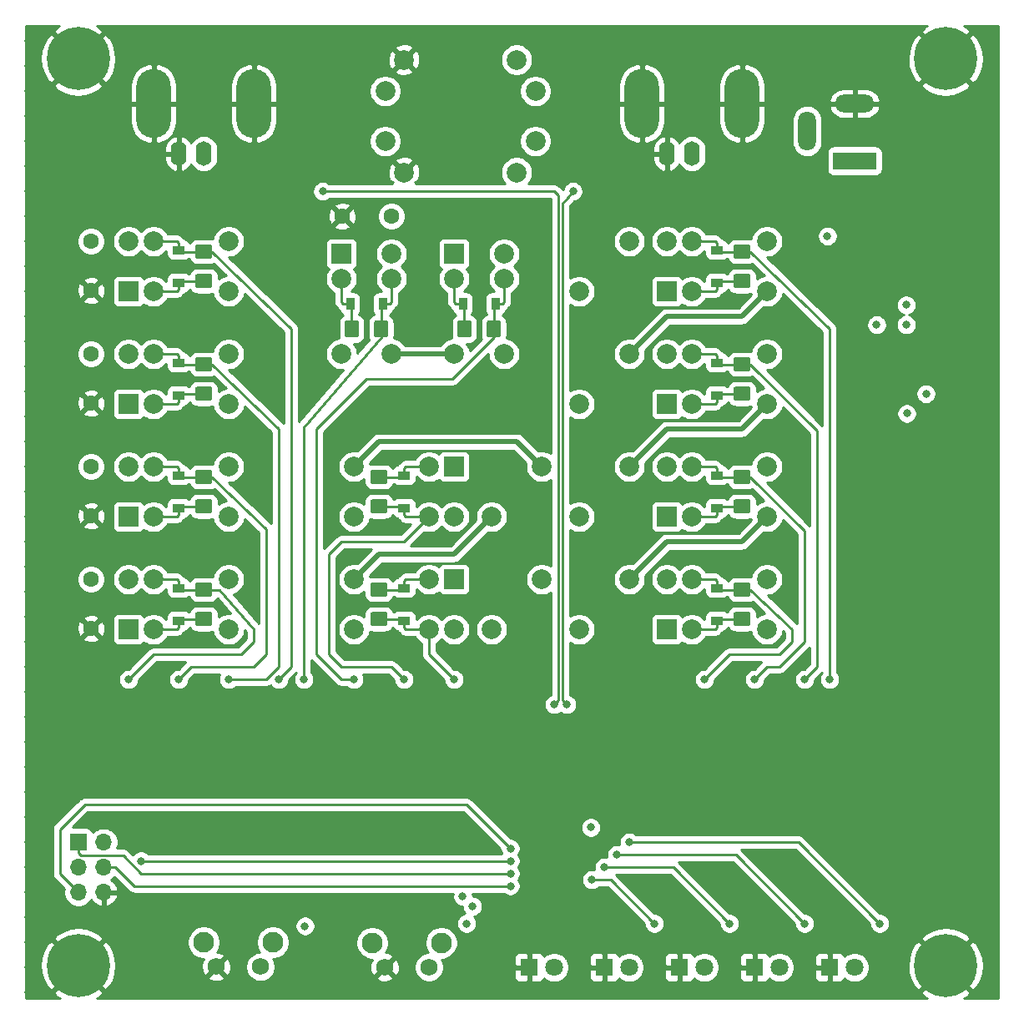
<source format=gbr>
G04 #@! TF.GenerationSoftware,KiCad,Pcbnew,5.1.5+dfsg1-2build2*
G04 #@! TF.CreationDate,2020-12-01T23:40:43+01:00*
G04 #@! TF.ProjectId,ATU,4154552e-6b69-4636-9164-5f7063625858,0*
G04 #@! TF.SameCoordinates,Original*
G04 #@! TF.FileFunction,Copper,L4,Bot*
G04 #@! TF.FilePolarity,Positive*
%FSLAX46Y46*%
G04 Gerber Fmt 4.6, Leading zero omitted, Abs format (unit mm)*
G04 Created by KiCad (PCBNEW 5.1.5+dfsg1-2build2) date 2020-12-01 23:40:43*
%MOMM*%
%LPD*%
G04 APERTURE LIST*
%ADD10C,1.800000*%
%ADD11R,1.800000X1.800000*%
%ADD12C,2.000000*%
%ADD13R,2.000000X2.000000*%
%ADD14R,0.900000X1.200000*%
%ADD15R,1.200000X0.900000*%
%ADD16C,0.100000*%
%ADD17C,1.600000*%
%ADD18C,0.800000*%
%ADD19C,6.400000*%
%ADD20C,2.100000*%
%ADD21C,1.750000*%
%ADD22O,1.700000X1.700000*%
%ADD23R,1.700000X1.700000*%
%ADD24R,4.400000X1.800000*%
%ADD25O,4.000000X1.800000*%
%ADD26O,1.800000X4.000000*%
%ADD27O,1.600000X2.500000*%
%ADD28O,3.500000X7.000000*%
%ADD29C,0.250000*%
%ADD30C,0.500000*%
%ADD31C,0.254000*%
G04 APERTURE END LIST*
D10*
X93280000Y-138190000D03*
D11*
X90740000Y-138190000D03*
D12*
X76135000Y-49290000D03*
X78040000Y-46115000D03*
X89470000Y-46115000D03*
X91375000Y-49290000D03*
X89470000Y-57545000D03*
X91375000Y-54370000D03*
X76135000Y-54370000D03*
X78040000Y-57545000D03*
X83120000Y-75960000D03*
X88200000Y-75960000D03*
X83120000Y-68340000D03*
D13*
X83120000Y-65800000D03*
D12*
X88200000Y-68340000D03*
X88200000Y-65800000D03*
X114870000Y-69610000D03*
X114870000Y-64530000D03*
X107250000Y-69610000D03*
D13*
X104710000Y-69610000D03*
D12*
X107250000Y-64530000D03*
X104710000Y-64530000D03*
X60260000Y-103900000D03*
X60260000Y-98820000D03*
X52640000Y-103900000D03*
D13*
X50100000Y-103900000D03*
D12*
X52640000Y-98820000D03*
X50100000Y-98820000D03*
X114870000Y-81040000D03*
X114870000Y-75960000D03*
X107250000Y-81040000D03*
D13*
X104710000Y-81040000D03*
D12*
X107250000Y-75960000D03*
X104710000Y-75960000D03*
X60260000Y-92470000D03*
X60260000Y-87390000D03*
X52640000Y-92470000D03*
D13*
X50100000Y-92470000D03*
D12*
X52640000Y-87390000D03*
X50100000Y-87390000D03*
X114870000Y-92470000D03*
X114870000Y-87390000D03*
X107250000Y-92470000D03*
D13*
X104710000Y-92470000D03*
D12*
X107250000Y-87390000D03*
X104710000Y-87390000D03*
X60260000Y-81040000D03*
X60260000Y-75960000D03*
X52640000Y-81040000D03*
D13*
X50100000Y-81040000D03*
D12*
X52640000Y-75960000D03*
X50100000Y-75960000D03*
X114870000Y-103900000D03*
X114870000Y-98820000D03*
X107250000Y-103900000D03*
D13*
X104710000Y-103900000D03*
D12*
X107250000Y-98820000D03*
X104710000Y-98820000D03*
X60260000Y-69610000D03*
X60260000Y-64530000D03*
X52640000Y-69610000D03*
D13*
X50100000Y-69610000D03*
D12*
X52640000Y-64530000D03*
X50100000Y-64530000D03*
X72960000Y-98820000D03*
X72960000Y-103900000D03*
X80580000Y-98820000D03*
D13*
X83120000Y-98820000D03*
D12*
X80580000Y-103900000D03*
X83120000Y-103900000D03*
X71690000Y-75960000D03*
X76770000Y-75960000D03*
X71690000Y-68340000D03*
D13*
X71690000Y-65800000D03*
D12*
X76770000Y-68340000D03*
X76770000Y-65800000D03*
X72960000Y-87390000D03*
X72960000Y-92470000D03*
X80580000Y-87390000D03*
D13*
X83120000Y-87390000D03*
D12*
X80580000Y-92470000D03*
X83120000Y-92470000D03*
D14*
X87310000Y-70880000D03*
X84010000Y-70880000D03*
D15*
X109790000Y-65420000D03*
X109790000Y-68720000D03*
X55180000Y-99710000D03*
X55180000Y-103010000D03*
X109790000Y-76850000D03*
X109790000Y-80150000D03*
X55180000Y-88280000D03*
X55180000Y-91580000D03*
X109790000Y-88280000D03*
X109790000Y-91580000D03*
X55180000Y-76850000D03*
X55180000Y-80150000D03*
X109790000Y-99710000D03*
X109790000Y-103010000D03*
X55180000Y-65420000D03*
X55180000Y-68720000D03*
X78040000Y-103010000D03*
X78040000Y-99710000D03*
D14*
X75880000Y-70880000D03*
X72580000Y-70880000D03*
D15*
X78040000Y-91580000D03*
X78040000Y-88280000D03*
G04 #@! TA.AperFunction,SMDPad,CuDef*
D16*
G36*
X87634504Y-72546204D02*
G01*
X87658773Y-72549804D01*
X87682571Y-72555765D01*
X87705671Y-72564030D01*
X87727849Y-72574520D01*
X87748893Y-72587133D01*
X87768598Y-72601747D01*
X87786777Y-72618223D01*
X87803253Y-72636402D01*
X87817867Y-72656107D01*
X87830480Y-72677151D01*
X87840970Y-72699329D01*
X87849235Y-72722429D01*
X87855196Y-72746227D01*
X87858796Y-72770496D01*
X87860000Y-72795000D01*
X87860000Y-74045000D01*
X87858796Y-74069504D01*
X87855196Y-74093773D01*
X87849235Y-74117571D01*
X87840970Y-74140671D01*
X87830480Y-74162849D01*
X87817867Y-74183893D01*
X87803253Y-74203598D01*
X87786777Y-74221777D01*
X87768598Y-74238253D01*
X87748893Y-74252867D01*
X87727849Y-74265480D01*
X87705671Y-74275970D01*
X87682571Y-74284235D01*
X87658773Y-74290196D01*
X87634504Y-74293796D01*
X87610000Y-74295000D01*
X86685000Y-74295000D01*
X86660496Y-74293796D01*
X86636227Y-74290196D01*
X86612429Y-74284235D01*
X86589329Y-74275970D01*
X86567151Y-74265480D01*
X86546107Y-74252867D01*
X86526402Y-74238253D01*
X86508223Y-74221777D01*
X86491747Y-74203598D01*
X86477133Y-74183893D01*
X86464520Y-74162849D01*
X86454030Y-74140671D01*
X86445765Y-74117571D01*
X86439804Y-74093773D01*
X86436204Y-74069504D01*
X86435000Y-74045000D01*
X86435000Y-72795000D01*
X86436204Y-72770496D01*
X86439804Y-72746227D01*
X86445765Y-72722429D01*
X86454030Y-72699329D01*
X86464520Y-72677151D01*
X86477133Y-72656107D01*
X86491747Y-72636402D01*
X86508223Y-72618223D01*
X86526402Y-72601747D01*
X86546107Y-72587133D01*
X86567151Y-72574520D01*
X86589329Y-72564030D01*
X86612429Y-72555765D01*
X86636227Y-72549804D01*
X86660496Y-72546204D01*
X86685000Y-72545000D01*
X87610000Y-72545000D01*
X87634504Y-72546204D01*
G37*
G04 #@! TD.AperFunction*
G04 #@! TA.AperFunction,SMDPad,CuDef*
G36*
X84659504Y-72546204D02*
G01*
X84683773Y-72549804D01*
X84707571Y-72555765D01*
X84730671Y-72564030D01*
X84752849Y-72574520D01*
X84773893Y-72587133D01*
X84793598Y-72601747D01*
X84811777Y-72618223D01*
X84828253Y-72636402D01*
X84842867Y-72656107D01*
X84855480Y-72677151D01*
X84865970Y-72699329D01*
X84874235Y-72722429D01*
X84880196Y-72746227D01*
X84883796Y-72770496D01*
X84885000Y-72795000D01*
X84885000Y-74045000D01*
X84883796Y-74069504D01*
X84880196Y-74093773D01*
X84874235Y-74117571D01*
X84865970Y-74140671D01*
X84855480Y-74162849D01*
X84842867Y-74183893D01*
X84828253Y-74203598D01*
X84811777Y-74221777D01*
X84793598Y-74238253D01*
X84773893Y-74252867D01*
X84752849Y-74265480D01*
X84730671Y-74275970D01*
X84707571Y-74284235D01*
X84683773Y-74290196D01*
X84659504Y-74293796D01*
X84635000Y-74295000D01*
X83710000Y-74295000D01*
X83685496Y-74293796D01*
X83661227Y-74290196D01*
X83637429Y-74284235D01*
X83614329Y-74275970D01*
X83592151Y-74265480D01*
X83571107Y-74252867D01*
X83551402Y-74238253D01*
X83533223Y-74221777D01*
X83516747Y-74203598D01*
X83502133Y-74183893D01*
X83489520Y-74162849D01*
X83479030Y-74140671D01*
X83470765Y-74117571D01*
X83464804Y-74093773D01*
X83461204Y-74069504D01*
X83460000Y-74045000D01*
X83460000Y-72795000D01*
X83461204Y-72770496D01*
X83464804Y-72746227D01*
X83470765Y-72722429D01*
X83479030Y-72699329D01*
X83489520Y-72677151D01*
X83502133Y-72656107D01*
X83516747Y-72636402D01*
X83533223Y-72618223D01*
X83551402Y-72601747D01*
X83571107Y-72587133D01*
X83592151Y-72574520D01*
X83614329Y-72564030D01*
X83637429Y-72555765D01*
X83661227Y-72549804D01*
X83685496Y-72546204D01*
X83710000Y-72545000D01*
X84635000Y-72545000D01*
X84659504Y-72546204D01*
G37*
G04 #@! TD.AperFunction*
G04 #@! TA.AperFunction,SMDPad,CuDef*
G36*
X112979504Y-64871204D02*
G01*
X113003773Y-64874804D01*
X113027571Y-64880765D01*
X113050671Y-64889030D01*
X113072849Y-64899520D01*
X113093893Y-64912133D01*
X113113598Y-64926747D01*
X113131777Y-64943223D01*
X113148253Y-64961402D01*
X113162867Y-64981107D01*
X113175480Y-65002151D01*
X113185970Y-65024329D01*
X113194235Y-65047429D01*
X113200196Y-65071227D01*
X113203796Y-65095496D01*
X113205000Y-65120000D01*
X113205000Y-66045000D01*
X113203796Y-66069504D01*
X113200196Y-66093773D01*
X113194235Y-66117571D01*
X113185970Y-66140671D01*
X113175480Y-66162849D01*
X113162867Y-66183893D01*
X113148253Y-66203598D01*
X113131777Y-66221777D01*
X113113598Y-66238253D01*
X113093893Y-66252867D01*
X113072849Y-66265480D01*
X113050671Y-66275970D01*
X113027571Y-66284235D01*
X113003773Y-66290196D01*
X112979504Y-66293796D01*
X112955000Y-66295000D01*
X111705000Y-66295000D01*
X111680496Y-66293796D01*
X111656227Y-66290196D01*
X111632429Y-66284235D01*
X111609329Y-66275970D01*
X111587151Y-66265480D01*
X111566107Y-66252867D01*
X111546402Y-66238253D01*
X111528223Y-66221777D01*
X111511747Y-66203598D01*
X111497133Y-66183893D01*
X111484520Y-66162849D01*
X111474030Y-66140671D01*
X111465765Y-66117571D01*
X111459804Y-66093773D01*
X111456204Y-66069504D01*
X111455000Y-66045000D01*
X111455000Y-65120000D01*
X111456204Y-65095496D01*
X111459804Y-65071227D01*
X111465765Y-65047429D01*
X111474030Y-65024329D01*
X111484520Y-65002151D01*
X111497133Y-64981107D01*
X111511747Y-64961402D01*
X111528223Y-64943223D01*
X111546402Y-64926747D01*
X111566107Y-64912133D01*
X111587151Y-64899520D01*
X111609329Y-64889030D01*
X111632429Y-64880765D01*
X111656227Y-64874804D01*
X111680496Y-64871204D01*
X111705000Y-64870000D01*
X112955000Y-64870000D01*
X112979504Y-64871204D01*
G37*
G04 #@! TD.AperFunction*
G04 #@! TA.AperFunction,SMDPad,CuDef*
G36*
X112979504Y-67846204D02*
G01*
X113003773Y-67849804D01*
X113027571Y-67855765D01*
X113050671Y-67864030D01*
X113072849Y-67874520D01*
X113093893Y-67887133D01*
X113113598Y-67901747D01*
X113131777Y-67918223D01*
X113148253Y-67936402D01*
X113162867Y-67956107D01*
X113175480Y-67977151D01*
X113185970Y-67999329D01*
X113194235Y-68022429D01*
X113200196Y-68046227D01*
X113203796Y-68070496D01*
X113205000Y-68095000D01*
X113205000Y-69020000D01*
X113203796Y-69044504D01*
X113200196Y-69068773D01*
X113194235Y-69092571D01*
X113185970Y-69115671D01*
X113175480Y-69137849D01*
X113162867Y-69158893D01*
X113148253Y-69178598D01*
X113131777Y-69196777D01*
X113113598Y-69213253D01*
X113093893Y-69227867D01*
X113072849Y-69240480D01*
X113050671Y-69250970D01*
X113027571Y-69259235D01*
X113003773Y-69265196D01*
X112979504Y-69268796D01*
X112955000Y-69270000D01*
X111705000Y-69270000D01*
X111680496Y-69268796D01*
X111656227Y-69265196D01*
X111632429Y-69259235D01*
X111609329Y-69250970D01*
X111587151Y-69240480D01*
X111566107Y-69227867D01*
X111546402Y-69213253D01*
X111528223Y-69196777D01*
X111511747Y-69178598D01*
X111497133Y-69158893D01*
X111484520Y-69137849D01*
X111474030Y-69115671D01*
X111465765Y-69092571D01*
X111459804Y-69068773D01*
X111456204Y-69044504D01*
X111455000Y-69020000D01*
X111455000Y-68095000D01*
X111456204Y-68070496D01*
X111459804Y-68046227D01*
X111465765Y-68022429D01*
X111474030Y-67999329D01*
X111484520Y-67977151D01*
X111497133Y-67956107D01*
X111511747Y-67936402D01*
X111528223Y-67918223D01*
X111546402Y-67901747D01*
X111566107Y-67887133D01*
X111587151Y-67874520D01*
X111609329Y-67864030D01*
X111632429Y-67855765D01*
X111656227Y-67849804D01*
X111680496Y-67846204D01*
X111705000Y-67845000D01*
X112955000Y-67845000D01*
X112979504Y-67846204D01*
G37*
G04 #@! TD.AperFunction*
G04 #@! TA.AperFunction,SMDPad,CuDef*
G36*
X58369504Y-99161204D02*
G01*
X58393773Y-99164804D01*
X58417571Y-99170765D01*
X58440671Y-99179030D01*
X58462849Y-99189520D01*
X58483893Y-99202133D01*
X58503598Y-99216747D01*
X58521777Y-99233223D01*
X58538253Y-99251402D01*
X58552867Y-99271107D01*
X58565480Y-99292151D01*
X58575970Y-99314329D01*
X58584235Y-99337429D01*
X58590196Y-99361227D01*
X58593796Y-99385496D01*
X58595000Y-99410000D01*
X58595000Y-100335000D01*
X58593796Y-100359504D01*
X58590196Y-100383773D01*
X58584235Y-100407571D01*
X58575970Y-100430671D01*
X58565480Y-100452849D01*
X58552867Y-100473893D01*
X58538253Y-100493598D01*
X58521777Y-100511777D01*
X58503598Y-100528253D01*
X58483893Y-100542867D01*
X58462849Y-100555480D01*
X58440671Y-100565970D01*
X58417571Y-100574235D01*
X58393773Y-100580196D01*
X58369504Y-100583796D01*
X58345000Y-100585000D01*
X57095000Y-100585000D01*
X57070496Y-100583796D01*
X57046227Y-100580196D01*
X57022429Y-100574235D01*
X56999329Y-100565970D01*
X56977151Y-100555480D01*
X56956107Y-100542867D01*
X56936402Y-100528253D01*
X56918223Y-100511777D01*
X56901747Y-100493598D01*
X56887133Y-100473893D01*
X56874520Y-100452849D01*
X56864030Y-100430671D01*
X56855765Y-100407571D01*
X56849804Y-100383773D01*
X56846204Y-100359504D01*
X56845000Y-100335000D01*
X56845000Y-99410000D01*
X56846204Y-99385496D01*
X56849804Y-99361227D01*
X56855765Y-99337429D01*
X56864030Y-99314329D01*
X56874520Y-99292151D01*
X56887133Y-99271107D01*
X56901747Y-99251402D01*
X56918223Y-99233223D01*
X56936402Y-99216747D01*
X56956107Y-99202133D01*
X56977151Y-99189520D01*
X56999329Y-99179030D01*
X57022429Y-99170765D01*
X57046227Y-99164804D01*
X57070496Y-99161204D01*
X57095000Y-99160000D01*
X58345000Y-99160000D01*
X58369504Y-99161204D01*
G37*
G04 #@! TD.AperFunction*
G04 #@! TA.AperFunction,SMDPad,CuDef*
G36*
X58369504Y-102136204D02*
G01*
X58393773Y-102139804D01*
X58417571Y-102145765D01*
X58440671Y-102154030D01*
X58462849Y-102164520D01*
X58483893Y-102177133D01*
X58503598Y-102191747D01*
X58521777Y-102208223D01*
X58538253Y-102226402D01*
X58552867Y-102246107D01*
X58565480Y-102267151D01*
X58575970Y-102289329D01*
X58584235Y-102312429D01*
X58590196Y-102336227D01*
X58593796Y-102360496D01*
X58595000Y-102385000D01*
X58595000Y-103310000D01*
X58593796Y-103334504D01*
X58590196Y-103358773D01*
X58584235Y-103382571D01*
X58575970Y-103405671D01*
X58565480Y-103427849D01*
X58552867Y-103448893D01*
X58538253Y-103468598D01*
X58521777Y-103486777D01*
X58503598Y-103503253D01*
X58483893Y-103517867D01*
X58462849Y-103530480D01*
X58440671Y-103540970D01*
X58417571Y-103549235D01*
X58393773Y-103555196D01*
X58369504Y-103558796D01*
X58345000Y-103560000D01*
X57095000Y-103560000D01*
X57070496Y-103558796D01*
X57046227Y-103555196D01*
X57022429Y-103549235D01*
X56999329Y-103540970D01*
X56977151Y-103530480D01*
X56956107Y-103517867D01*
X56936402Y-103503253D01*
X56918223Y-103486777D01*
X56901747Y-103468598D01*
X56887133Y-103448893D01*
X56874520Y-103427849D01*
X56864030Y-103405671D01*
X56855765Y-103382571D01*
X56849804Y-103358773D01*
X56846204Y-103334504D01*
X56845000Y-103310000D01*
X56845000Y-102385000D01*
X56846204Y-102360496D01*
X56849804Y-102336227D01*
X56855765Y-102312429D01*
X56864030Y-102289329D01*
X56874520Y-102267151D01*
X56887133Y-102246107D01*
X56901747Y-102226402D01*
X56918223Y-102208223D01*
X56936402Y-102191747D01*
X56956107Y-102177133D01*
X56977151Y-102164520D01*
X56999329Y-102154030D01*
X57022429Y-102145765D01*
X57046227Y-102139804D01*
X57070496Y-102136204D01*
X57095000Y-102135000D01*
X58345000Y-102135000D01*
X58369504Y-102136204D01*
G37*
G04 #@! TD.AperFunction*
G04 #@! TA.AperFunction,SMDPad,CuDef*
G36*
X112979504Y-76301204D02*
G01*
X113003773Y-76304804D01*
X113027571Y-76310765D01*
X113050671Y-76319030D01*
X113072849Y-76329520D01*
X113093893Y-76342133D01*
X113113598Y-76356747D01*
X113131777Y-76373223D01*
X113148253Y-76391402D01*
X113162867Y-76411107D01*
X113175480Y-76432151D01*
X113185970Y-76454329D01*
X113194235Y-76477429D01*
X113200196Y-76501227D01*
X113203796Y-76525496D01*
X113205000Y-76550000D01*
X113205000Y-77475000D01*
X113203796Y-77499504D01*
X113200196Y-77523773D01*
X113194235Y-77547571D01*
X113185970Y-77570671D01*
X113175480Y-77592849D01*
X113162867Y-77613893D01*
X113148253Y-77633598D01*
X113131777Y-77651777D01*
X113113598Y-77668253D01*
X113093893Y-77682867D01*
X113072849Y-77695480D01*
X113050671Y-77705970D01*
X113027571Y-77714235D01*
X113003773Y-77720196D01*
X112979504Y-77723796D01*
X112955000Y-77725000D01*
X111705000Y-77725000D01*
X111680496Y-77723796D01*
X111656227Y-77720196D01*
X111632429Y-77714235D01*
X111609329Y-77705970D01*
X111587151Y-77695480D01*
X111566107Y-77682867D01*
X111546402Y-77668253D01*
X111528223Y-77651777D01*
X111511747Y-77633598D01*
X111497133Y-77613893D01*
X111484520Y-77592849D01*
X111474030Y-77570671D01*
X111465765Y-77547571D01*
X111459804Y-77523773D01*
X111456204Y-77499504D01*
X111455000Y-77475000D01*
X111455000Y-76550000D01*
X111456204Y-76525496D01*
X111459804Y-76501227D01*
X111465765Y-76477429D01*
X111474030Y-76454329D01*
X111484520Y-76432151D01*
X111497133Y-76411107D01*
X111511747Y-76391402D01*
X111528223Y-76373223D01*
X111546402Y-76356747D01*
X111566107Y-76342133D01*
X111587151Y-76329520D01*
X111609329Y-76319030D01*
X111632429Y-76310765D01*
X111656227Y-76304804D01*
X111680496Y-76301204D01*
X111705000Y-76300000D01*
X112955000Y-76300000D01*
X112979504Y-76301204D01*
G37*
G04 #@! TD.AperFunction*
G04 #@! TA.AperFunction,SMDPad,CuDef*
G36*
X112979504Y-79276204D02*
G01*
X113003773Y-79279804D01*
X113027571Y-79285765D01*
X113050671Y-79294030D01*
X113072849Y-79304520D01*
X113093893Y-79317133D01*
X113113598Y-79331747D01*
X113131777Y-79348223D01*
X113148253Y-79366402D01*
X113162867Y-79386107D01*
X113175480Y-79407151D01*
X113185970Y-79429329D01*
X113194235Y-79452429D01*
X113200196Y-79476227D01*
X113203796Y-79500496D01*
X113205000Y-79525000D01*
X113205000Y-80450000D01*
X113203796Y-80474504D01*
X113200196Y-80498773D01*
X113194235Y-80522571D01*
X113185970Y-80545671D01*
X113175480Y-80567849D01*
X113162867Y-80588893D01*
X113148253Y-80608598D01*
X113131777Y-80626777D01*
X113113598Y-80643253D01*
X113093893Y-80657867D01*
X113072849Y-80670480D01*
X113050671Y-80680970D01*
X113027571Y-80689235D01*
X113003773Y-80695196D01*
X112979504Y-80698796D01*
X112955000Y-80700000D01*
X111705000Y-80700000D01*
X111680496Y-80698796D01*
X111656227Y-80695196D01*
X111632429Y-80689235D01*
X111609329Y-80680970D01*
X111587151Y-80670480D01*
X111566107Y-80657867D01*
X111546402Y-80643253D01*
X111528223Y-80626777D01*
X111511747Y-80608598D01*
X111497133Y-80588893D01*
X111484520Y-80567849D01*
X111474030Y-80545671D01*
X111465765Y-80522571D01*
X111459804Y-80498773D01*
X111456204Y-80474504D01*
X111455000Y-80450000D01*
X111455000Y-79525000D01*
X111456204Y-79500496D01*
X111459804Y-79476227D01*
X111465765Y-79452429D01*
X111474030Y-79429329D01*
X111484520Y-79407151D01*
X111497133Y-79386107D01*
X111511747Y-79366402D01*
X111528223Y-79348223D01*
X111546402Y-79331747D01*
X111566107Y-79317133D01*
X111587151Y-79304520D01*
X111609329Y-79294030D01*
X111632429Y-79285765D01*
X111656227Y-79279804D01*
X111680496Y-79276204D01*
X111705000Y-79275000D01*
X112955000Y-79275000D01*
X112979504Y-79276204D01*
G37*
G04 #@! TD.AperFunction*
G04 #@! TA.AperFunction,SMDPad,CuDef*
G36*
X58369504Y-87731204D02*
G01*
X58393773Y-87734804D01*
X58417571Y-87740765D01*
X58440671Y-87749030D01*
X58462849Y-87759520D01*
X58483893Y-87772133D01*
X58503598Y-87786747D01*
X58521777Y-87803223D01*
X58538253Y-87821402D01*
X58552867Y-87841107D01*
X58565480Y-87862151D01*
X58575970Y-87884329D01*
X58584235Y-87907429D01*
X58590196Y-87931227D01*
X58593796Y-87955496D01*
X58595000Y-87980000D01*
X58595000Y-88905000D01*
X58593796Y-88929504D01*
X58590196Y-88953773D01*
X58584235Y-88977571D01*
X58575970Y-89000671D01*
X58565480Y-89022849D01*
X58552867Y-89043893D01*
X58538253Y-89063598D01*
X58521777Y-89081777D01*
X58503598Y-89098253D01*
X58483893Y-89112867D01*
X58462849Y-89125480D01*
X58440671Y-89135970D01*
X58417571Y-89144235D01*
X58393773Y-89150196D01*
X58369504Y-89153796D01*
X58345000Y-89155000D01*
X57095000Y-89155000D01*
X57070496Y-89153796D01*
X57046227Y-89150196D01*
X57022429Y-89144235D01*
X56999329Y-89135970D01*
X56977151Y-89125480D01*
X56956107Y-89112867D01*
X56936402Y-89098253D01*
X56918223Y-89081777D01*
X56901747Y-89063598D01*
X56887133Y-89043893D01*
X56874520Y-89022849D01*
X56864030Y-89000671D01*
X56855765Y-88977571D01*
X56849804Y-88953773D01*
X56846204Y-88929504D01*
X56845000Y-88905000D01*
X56845000Y-87980000D01*
X56846204Y-87955496D01*
X56849804Y-87931227D01*
X56855765Y-87907429D01*
X56864030Y-87884329D01*
X56874520Y-87862151D01*
X56887133Y-87841107D01*
X56901747Y-87821402D01*
X56918223Y-87803223D01*
X56936402Y-87786747D01*
X56956107Y-87772133D01*
X56977151Y-87759520D01*
X56999329Y-87749030D01*
X57022429Y-87740765D01*
X57046227Y-87734804D01*
X57070496Y-87731204D01*
X57095000Y-87730000D01*
X58345000Y-87730000D01*
X58369504Y-87731204D01*
G37*
G04 #@! TD.AperFunction*
G04 #@! TA.AperFunction,SMDPad,CuDef*
G36*
X58369504Y-90706204D02*
G01*
X58393773Y-90709804D01*
X58417571Y-90715765D01*
X58440671Y-90724030D01*
X58462849Y-90734520D01*
X58483893Y-90747133D01*
X58503598Y-90761747D01*
X58521777Y-90778223D01*
X58538253Y-90796402D01*
X58552867Y-90816107D01*
X58565480Y-90837151D01*
X58575970Y-90859329D01*
X58584235Y-90882429D01*
X58590196Y-90906227D01*
X58593796Y-90930496D01*
X58595000Y-90955000D01*
X58595000Y-91880000D01*
X58593796Y-91904504D01*
X58590196Y-91928773D01*
X58584235Y-91952571D01*
X58575970Y-91975671D01*
X58565480Y-91997849D01*
X58552867Y-92018893D01*
X58538253Y-92038598D01*
X58521777Y-92056777D01*
X58503598Y-92073253D01*
X58483893Y-92087867D01*
X58462849Y-92100480D01*
X58440671Y-92110970D01*
X58417571Y-92119235D01*
X58393773Y-92125196D01*
X58369504Y-92128796D01*
X58345000Y-92130000D01*
X57095000Y-92130000D01*
X57070496Y-92128796D01*
X57046227Y-92125196D01*
X57022429Y-92119235D01*
X56999329Y-92110970D01*
X56977151Y-92100480D01*
X56956107Y-92087867D01*
X56936402Y-92073253D01*
X56918223Y-92056777D01*
X56901747Y-92038598D01*
X56887133Y-92018893D01*
X56874520Y-91997849D01*
X56864030Y-91975671D01*
X56855765Y-91952571D01*
X56849804Y-91928773D01*
X56846204Y-91904504D01*
X56845000Y-91880000D01*
X56845000Y-90955000D01*
X56846204Y-90930496D01*
X56849804Y-90906227D01*
X56855765Y-90882429D01*
X56864030Y-90859329D01*
X56874520Y-90837151D01*
X56887133Y-90816107D01*
X56901747Y-90796402D01*
X56918223Y-90778223D01*
X56936402Y-90761747D01*
X56956107Y-90747133D01*
X56977151Y-90734520D01*
X56999329Y-90724030D01*
X57022429Y-90715765D01*
X57046227Y-90709804D01*
X57070496Y-90706204D01*
X57095000Y-90705000D01*
X58345000Y-90705000D01*
X58369504Y-90706204D01*
G37*
G04 #@! TD.AperFunction*
G04 #@! TA.AperFunction,SMDPad,CuDef*
G36*
X112979504Y-87731204D02*
G01*
X113003773Y-87734804D01*
X113027571Y-87740765D01*
X113050671Y-87749030D01*
X113072849Y-87759520D01*
X113093893Y-87772133D01*
X113113598Y-87786747D01*
X113131777Y-87803223D01*
X113148253Y-87821402D01*
X113162867Y-87841107D01*
X113175480Y-87862151D01*
X113185970Y-87884329D01*
X113194235Y-87907429D01*
X113200196Y-87931227D01*
X113203796Y-87955496D01*
X113205000Y-87980000D01*
X113205000Y-88905000D01*
X113203796Y-88929504D01*
X113200196Y-88953773D01*
X113194235Y-88977571D01*
X113185970Y-89000671D01*
X113175480Y-89022849D01*
X113162867Y-89043893D01*
X113148253Y-89063598D01*
X113131777Y-89081777D01*
X113113598Y-89098253D01*
X113093893Y-89112867D01*
X113072849Y-89125480D01*
X113050671Y-89135970D01*
X113027571Y-89144235D01*
X113003773Y-89150196D01*
X112979504Y-89153796D01*
X112955000Y-89155000D01*
X111705000Y-89155000D01*
X111680496Y-89153796D01*
X111656227Y-89150196D01*
X111632429Y-89144235D01*
X111609329Y-89135970D01*
X111587151Y-89125480D01*
X111566107Y-89112867D01*
X111546402Y-89098253D01*
X111528223Y-89081777D01*
X111511747Y-89063598D01*
X111497133Y-89043893D01*
X111484520Y-89022849D01*
X111474030Y-89000671D01*
X111465765Y-88977571D01*
X111459804Y-88953773D01*
X111456204Y-88929504D01*
X111455000Y-88905000D01*
X111455000Y-87980000D01*
X111456204Y-87955496D01*
X111459804Y-87931227D01*
X111465765Y-87907429D01*
X111474030Y-87884329D01*
X111484520Y-87862151D01*
X111497133Y-87841107D01*
X111511747Y-87821402D01*
X111528223Y-87803223D01*
X111546402Y-87786747D01*
X111566107Y-87772133D01*
X111587151Y-87759520D01*
X111609329Y-87749030D01*
X111632429Y-87740765D01*
X111656227Y-87734804D01*
X111680496Y-87731204D01*
X111705000Y-87730000D01*
X112955000Y-87730000D01*
X112979504Y-87731204D01*
G37*
G04 #@! TD.AperFunction*
G04 #@! TA.AperFunction,SMDPad,CuDef*
G36*
X112979504Y-90706204D02*
G01*
X113003773Y-90709804D01*
X113027571Y-90715765D01*
X113050671Y-90724030D01*
X113072849Y-90734520D01*
X113093893Y-90747133D01*
X113113598Y-90761747D01*
X113131777Y-90778223D01*
X113148253Y-90796402D01*
X113162867Y-90816107D01*
X113175480Y-90837151D01*
X113185970Y-90859329D01*
X113194235Y-90882429D01*
X113200196Y-90906227D01*
X113203796Y-90930496D01*
X113205000Y-90955000D01*
X113205000Y-91880000D01*
X113203796Y-91904504D01*
X113200196Y-91928773D01*
X113194235Y-91952571D01*
X113185970Y-91975671D01*
X113175480Y-91997849D01*
X113162867Y-92018893D01*
X113148253Y-92038598D01*
X113131777Y-92056777D01*
X113113598Y-92073253D01*
X113093893Y-92087867D01*
X113072849Y-92100480D01*
X113050671Y-92110970D01*
X113027571Y-92119235D01*
X113003773Y-92125196D01*
X112979504Y-92128796D01*
X112955000Y-92130000D01*
X111705000Y-92130000D01*
X111680496Y-92128796D01*
X111656227Y-92125196D01*
X111632429Y-92119235D01*
X111609329Y-92110970D01*
X111587151Y-92100480D01*
X111566107Y-92087867D01*
X111546402Y-92073253D01*
X111528223Y-92056777D01*
X111511747Y-92038598D01*
X111497133Y-92018893D01*
X111484520Y-91997849D01*
X111474030Y-91975671D01*
X111465765Y-91952571D01*
X111459804Y-91928773D01*
X111456204Y-91904504D01*
X111455000Y-91880000D01*
X111455000Y-90955000D01*
X111456204Y-90930496D01*
X111459804Y-90906227D01*
X111465765Y-90882429D01*
X111474030Y-90859329D01*
X111484520Y-90837151D01*
X111497133Y-90816107D01*
X111511747Y-90796402D01*
X111528223Y-90778223D01*
X111546402Y-90761747D01*
X111566107Y-90747133D01*
X111587151Y-90734520D01*
X111609329Y-90724030D01*
X111632429Y-90715765D01*
X111656227Y-90709804D01*
X111680496Y-90706204D01*
X111705000Y-90705000D01*
X112955000Y-90705000D01*
X112979504Y-90706204D01*
G37*
G04 #@! TD.AperFunction*
G04 #@! TA.AperFunction,SMDPad,CuDef*
G36*
X58369504Y-76301204D02*
G01*
X58393773Y-76304804D01*
X58417571Y-76310765D01*
X58440671Y-76319030D01*
X58462849Y-76329520D01*
X58483893Y-76342133D01*
X58503598Y-76356747D01*
X58521777Y-76373223D01*
X58538253Y-76391402D01*
X58552867Y-76411107D01*
X58565480Y-76432151D01*
X58575970Y-76454329D01*
X58584235Y-76477429D01*
X58590196Y-76501227D01*
X58593796Y-76525496D01*
X58595000Y-76550000D01*
X58595000Y-77475000D01*
X58593796Y-77499504D01*
X58590196Y-77523773D01*
X58584235Y-77547571D01*
X58575970Y-77570671D01*
X58565480Y-77592849D01*
X58552867Y-77613893D01*
X58538253Y-77633598D01*
X58521777Y-77651777D01*
X58503598Y-77668253D01*
X58483893Y-77682867D01*
X58462849Y-77695480D01*
X58440671Y-77705970D01*
X58417571Y-77714235D01*
X58393773Y-77720196D01*
X58369504Y-77723796D01*
X58345000Y-77725000D01*
X57095000Y-77725000D01*
X57070496Y-77723796D01*
X57046227Y-77720196D01*
X57022429Y-77714235D01*
X56999329Y-77705970D01*
X56977151Y-77695480D01*
X56956107Y-77682867D01*
X56936402Y-77668253D01*
X56918223Y-77651777D01*
X56901747Y-77633598D01*
X56887133Y-77613893D01*
X56874520Y-77592849D01*
X56864030Y-77570671D01*
X56855765Y-77547571D01*
X56849804Y-77523773D01*
X56846204Y-77499504D01*
X56845000Y-77475000D01*
X56845000Y-76550000D01*
X56846204Y-76525496D01*
X56849804Y-76501227D01*
X56855765Y-76477429D01*
X56864030Y-76454329D01*
X56874520Y-76432151D01*
X56887133Y-76411107D01*
X56901747Y-76391402D01*
X56918223Y-76373223D01*
X56936402Y-76356747D01*
X56956107Y-76342133D01*
X56977151Y-76329520D01*
X56999329Y-76319030D01*
X57022429Y-76310765D01*
X57046227Y-76304804D01*
X57070496Y-76301204D01*
X57095000Y-76300000D01*
X58345000Y-76300000D01*
X58369504Y-76301204D01*
G37*
G04 #@! TD.AperFunction*
G04 #@! TA.AperFunction,SMDPad,CuDef*
G36*
X58369504Y-79276204D02*
G01*
X58393773Y-79279804D01*
X58417571Y-79285765D01*
X58440671Y-79294030D01*
X58462849Y-79304520D01*
X58483893Y-79317133D01*
X58503598Y-79331747D01*
X58521777Y-79348223D01*
X58538253Y-79366402D01*
X58552867Y-79386107D01*
X58565480Y-79407151D01*
X58575970Y-79429329D01*
X58584235Y-79452429D01*
X58590196Y-79476227D01*
X58593796Y-79500496D01*
X58595000Y-79525000D01*
X58595000Y-80450000D01*
X58593796Y-80474504D01*
X58590196Y-80498773D01*
X58584235Y-80522571D01*
X58575970Y-80545671D01*
X58565480Y-80567849D01*
X58552867Y-80588893D01*
X58538253Y-80608598D01*
X58521777Y-80626777D01*
X58503598Y-80643253D01*
X58483893Y-80657867D01*
X58462849Y-80670480D01*
X58440671Y-80680970D01*
X58417571Y-80689235D01*
X58393773Y-80695196D01*
X58369504Y-80698796D01*
X58345000Y-80700000D01*
X57095000Y-80700000D01*
X57070496Y-80698796D01*
X57046227Y-80695196D01*
X57022429Y-80689235D01*
X56999329Y-80680970D01*
X56977151Y-80670480D01*
X56956107Y-80657867D01*
X56936402Y-80643253D01*
X56918223Y-80626777D01*
X56901747Y-80608598D01*
X56887133Y-80588893D01*
X56874520Y-80567849D01*
X56864030Y-80545671D01*
X56855765Y-80522571D01*
X56849804Y-80498773D01*
X56846204Y-80474504D01*
X56845000Y-80450000D01*
X56845000Y-79525000D01*
X56846204Y-79500496D01*
X56849804Y-79476227D01*
X56855765Y-79452429D01*
X56864030Y-79429329D01*
X56874520Y-79407151D01*
X56887133Y-79386107D01*
X56901747Y-79366402D01*
X56918223Y-79348223D01*
X56936402Y-79331747D01*
X56956107Y-79317133D01*
X56977151Y-79304520D01*
X56999329Y-79294030D01*
X57022429Y-79285765D01*
X57046227Y-79279804D01*
X57070496Y-79276204D01*
X57095000Y-79275000D01*
X58345000Y-79275000D01*
X58369504Y-79276204D01*
G37*
G04 #@! TD.AperFunction*
G04 #@! TA.AperFunction,SMDPad,CuDef*
G36*
X112979504Y-99161204D02*
G01*
X113003773Y-99164804D01*
X113027571Y-99170765D01*
X113050671Y-99179030D01*
X113072849Y-99189520D01*
X113093893Y-99202133D01*
X113113598Y-99216747D01*
X113131777Y-99233223D01*
X113148253Y-99251402D01*
X113162867Y-99271107D01*
X113175480Y-99292151D01*
X113185970Y-99314329D01*
X113194235Y-99337429D01*
X113200196Y-99361227D01*
X113203796Y-99385496D01*
X113205000Y-99410000D01*
X113205000Y-100335000D01*
X113203796Y-100359504D01*
X113200196Y-100383773D01*
X113194235Y-100407571D01*
X113185970Y-100430671D01*
X113175480Y-100452849D01*
X113162867Y-100473893D01*
X113148253Y-100493598D01*
X113131777Y-100511777D01*
X113113598Y-100528253D01*
X113093893Y-100542867D01*
X113072849Y-100555480D01*
X113050671Y-100565970D01*
X113027571Y-100574235D01*
X113003773Y-100580196D01*
X112979504Y-100583796D01*
X112955000Y-100585000D01*
X111705000Y-100585000D01*
X111680496Y-100583796D01*
X111656227Y-100580196D01*
X111632429Y-100574235D01*
X111609329Y-100565970D01*
X111587151Y-100555480D01*
X111566107Y-100542867D01*
X111546402Y-100528253D01*
X111528223Y-100511777D01*
X111511747Y-100493598D01*
X111497133Y-100473893D01*
X111484520Y-100452849D01*
X111474030Y-100430671D01*
X111465765Y-100407571D01*
X111459804Y-100383773D01*
X111456204Y-100359504D01*
X111455000Y-100335000D01*
X111455000Y-99410000D01*
X111456204Y-99385496D01*
X111459804Y-99361227D01*
X111465765Y-99337429D01*
X111474030Y-99314329D01*
X111484520Y-99292151D01*
X111497133Y-99271107D01*
X111511747Y-99251402D01*
X111528223Y-99233223D01*
X111546402Y-99216747D01*
X111566107Y-99202133D01*
X111587151Y-99189520D01*
X111609329Y-99179030D01*
X111632429Y-99170765D01*
X111656227Y-99164804D01*
X111680496Y-99161204D01*
X111705000Y-99160000D01*
X112955000Y-99160000D01*
X112979504Y-99161204D01*
G37*
G04 #@! TD.AperFunction*
G04 #@! TA.AperFunction,SMDPad,CuDef*
G36*
X112979504Y-102136204D02*
G01*
X113003773Y-102139804D01*
X113027571Y-102145765D01*
X113050671Y-102154030D01*
X113072849Y-102164520D01*
X113093893Y-102177133D01*
X113113598Y-102191747D01*
X113131777Y-102208223D01*
X113148253Y-102226402D01*
X113162867Y-102246107D01*
X113175480Y-102267151D01*
X113185970Y-102289329D01*
X113194235Y-102312429D01*
X113200196Y-102336227D01*
X113203796Y-102360496D01*
X113205000Y-102385000D01*
X113205000Y-103310000D01*
X113203796Y-103334504D01*
X113200196Y-103358773D01*
X113194235Y-103382571D01*
X113185970Y-103405671D01*
X113175480Y-103427849D01*
X113162867Y-103448893D01*
X113148253Y-103468598D01*
X113131777Y-103486777D01*
X113113598Y-103503253D01*
X113093893Y-103517867D01*
X113072849Y-103530480D01*
X113050671Y-103540970D01*
X113027571Y-103549235D01*
X113003773Y-103555196D01*
X112979504Y-103558796D01*
X112955000Y-103560000D01*
X111705000Y-103560000D01*
X111680496Y-103558796D01*
X111656227Y-103555196D01*
X111632429Y-103549235D01*
X111609329Y-103540970D01*
X111587151Y-103530480D01*
X111566107Y-103517867D01*
X111546402Y-103503253D01*
X111528223Y-103486777D01*
X111511747Y-103468598D01*
X111497133Y-103448893D01*
X111484520Y-103427849D01*
X111474030Y-103405671D01*
X111465765Y-103382571D01*
X111459804Y-103358773D01*
X111456204Y-103334504D01*
X111455000Y-103310000D01*
X111455000Y-102385000D01*
X111456204Y-102360496D01*
X111459804Y-102336227D01*
X111465765Y-102312429D01*
X111474030Y-102289329D01*
X111484520Y-102267151D01*
X111497133Y-102246107D01*
X111511747Y-102226402D01*
X111528223Y-102208223D01*
X111546402Y-102191747D01*
X111566107Y-102177133D01*
X111587151Y-102164520D01*
X111609329Y-102154030D01*
X111632429Y-102145765D01*
X111656227Y-102139804D01*
X111680496Y-102136204D01*
X111705000Y-102135000D01*
X112955000Y-102135000D01*
X112979504Y-102136204D01*
G37*
G04 #@! TD.AperFunction*
G04 #@! TA.AperFunction,SMDPad,CuDef*
G36*
X58369504Y-64871204D02*
G01*
X58393773Y-64874804D01*
X58417571Y-64880765D01*
X58440671Y-64889030D01*
X58462849Y-64899520D01*
X58483893Y-64912133D01*
X58503598Y-64926747D01*
X58521777Y-64943223D01*
X58538253Y-64961402D01*
X58552867Y-64981107D01*
X58565480Y-65002151D01*
X58575970Y-65024329D01*
X58584235Y-65047429D01*
X58590196Y-65071227D01*
X58593796Y-65095496D01*
X58595000Y-65120000D01*
X58595000Y-66045000D01*
X58593796Y-66069504D01*
X58590196Y-66093773D01*
X58584235Y-66117571D01*
X58575970Y-66140671D01*
X58565480Y-66162849D01*
X58552867Y-66183893D01*
X58538253Y-66203598D01*
X58521777Y-66221777D01*
X58503598Y-66238253D01*
X58483893Y-66252867D01*
X58462849Y-66265480D01*
X58440671Y-66275970D01*
X58417571Y-66284235D01*
X58393773Y-66290196D01*
X58369504Y-66293796D01*
X58345000Y-66295000D01*
X57095000Y-66295000D01*
X57070496Y-66293796D01*
X57046227Y-66290196D01*
X57022429Y-66284235D01*
X56999329Y-66275970D01*
X56977151Y-66265480D01*
X56956107Y-66252867D01*
X56936402Y-66238253D01*
X56918223Y-66221777D01*
X56901747Y-66203598D01*
X56887133Y-66183893D01*
X56874520Y-66162849D01*
X56864030Y-66140671D01*
X56855765Y-66117571D01*
X56849804Y-66093773D01*
X56846204Y-66069504D01*
X56845000Y-66045000D01*
X56845000Y-65120000D01*
X56846204Y-65095496D01*
X56849804Y-65071227D01*
X56855765Y-65047429D01*
X56864030Y-65024329D01*
X56874520Y-65002151D01*
X56887133Y-64981107D01*
X56901747Y-64961402D01*
X56918223Y-64943223D01*
X56936402Y-64926747D01*
X56956107Y-64912133D01*
X56977151Y-64899520D01*
X56999329Y-64889030D01*
X57022429Y-64880765D01*
X57046227Y-64874804D01*
X57070496Y-64871204D01*
X57095000Y-64870000D01*
X58345000Y-64870000D01*
X58369504Y-64871204D01*
G37*
G04 #@! TD.AperFunction*
G04 #@! TA.AperFunction,SMDPad,CuDef*
G36*
X58369504Y-67846204D02*
G01*
X58393773Y-67849804D01*
X58417571Y-67855765D01*
X58440671Y-67864030D01*
X58462849Y-67874520D01*
X58483893Y-67887133D01*
X58503598Y-67901747D01*
X58521777Y-67918223D01*
X58538253Y-67936402D01*
X58552867Y-67956107D01*
X58565480Y-67977151D01*
X58575970Y-67999329D01*
X58584235Y-68022429D01*
X58590196Y-68046227D01*
X58593796Y-68070496D01*
X58595000Y-68095000D01*
X58595000Y-69020000D01*
X58593796Y-69044504D01*
X58590196Y-69068773D01*
X58584235Y-69092571D01*
X58575970Y-69115671D01*
X58565480Y-69137849D01*
X58552867Y-69158893D01*
X58538253Y-69178598D01*
X58521777Y-69196777D01*
X58503598Y-69213253D01*
X58483893Y-69227867D01*
X58462849Y-69240480D01*
X58440671Y-69250970D01*
X58417571Y-69259235D01*
X58393773Y-69265196D01*
X58369504Y-69268796D01*
X58345000Y-69270000D01*
X57095000Y-69270000D01*
X57070496Y-69268796D01*
X57046227Y-69265196D01*
X57022429Y-69259235D01*
X56999329Y-69250970D01*
X56977151Y-69240480D01*
X56956107Y-69227867D01*
X56936402Y-69213253D01*
X56918223Y-69196777D01*
X56901747Y-69178598D01*
X56887133Y-69158893D01*
X56874520Y-69137849D01*
X56864030Y-69115671D01*
X56855765Y-69092571D01*
X56849804Y-69068773D01*
X56846204Y-69044504D01*
X56845000Y-69020000D01*
X56845000Y-68095000D01*
X56846204Y-68070496D01*
X56849804Y-68046227D01*
X56855765Y-68022429D01*
X56864030Y-67999329D01*
X56874520Y-67977151D01*
X56887133Y-67956107D01*
X56901747Y-67936402D01*
X56918223Y-67918223D01*
X56936402Y-67901747D01*
X56956107Y-67887133D01*
X56977151Y-67874520D01*
X56999329Y-67864030D01*
X57022429Y-67855765D01*
X57046227Y-67849804D01*
X57070496Y-67846204D01*
X57095000Y-67845000D01*
X58345000Y-67845000D01*
X58369504Y-67846204D01*
G37*
G04 #@! TD.AperFunction*
G04 #@! TA.AperFunction,SMDPad,CuDef*
G36*
X76149504Y-102136204D02*
G01*
X76173773Y-102139804D01*
X76197571Y-102145765D01*
X76220671Y-102154030D01*
X76242849Y-102164520D01*
X76263893Y-102177133D01*
X76283598Y-102191747D01*
X76301777Y-102208223D01*
X76318253Y-102226402D01*
X76332867Y-102246107D01*
X76345480Y-102267151D01*
X76355970Y-102289329D01*
X76364235Y-102312429D01*
X76370196Y-102336227D01*
X76373796Y-102360496D01*
X76375000Y-102385000D01*
X76375000Y-103310000D01*
X76373796Y-103334504D01*
X76370196Y-103358773D01*
X76364235Y-103382571D01*
X76355970Y-103405671D01*
X76345480Y-103427849D01*
X76332867Y-103448893D01*
X76318253Y-103468598D01*
X76301777Y-103486777D01*
X76283598Y-103503253D01*
X76263893Y-103517867D01*
X76242849Y-103530480D01*
X76220671Y-103540970D01*
X76197571Y-103549235D01*
X76173773Y-103555196D01*
X76149504Y-103558796D01*
X76125000Y-103560000D01*
X74875000Y-103560000D01*
X74850496Y-103558796D01*
X74826227Y-103555196D01*
X74802429Y-103549235D01*
X74779329Y-103540970D01*
X74757151Y-103530480D01*
X74736107Y-103517867D01*
X74716402Y-103503253D01*
X74698223Y-103486777D01*
X74681747Y-103468598D01*
X74667133Y-103448893D01*
X74654520Y-103427849D01*
X74644030Y-103405671D01*
X74635765Y-103382571D01*
X74629804Y-103358773D01*
X74626204Y-103334504D01*
X74625000Y-103310000D01*
X74625000Y-102385000D01*
X74626204Y-102360496D01*
X74629804Y-102336227D01*
X74635765Y-102312429D01*
X74644030Y-102289329D01*
X74654520Y-102267151D01*
X74667133Y-102246107D01*
X74681747Y-102226402D01*
X74698223Y-102208223D01*
X74716402Y-102191747D01*
X74736107Y-102177133D01*
X74757151Y-102164520D01*
X74779329Y-102154030D01*
X74802429Y-102145765D01*
X74826227Y-102139804D01*
X74850496Y-102136204D01*
X74875000Y-102135000D01*
X76125000Y-102135000D01*
X76149504Y-102136204D01*
G37*
G04 #@! TD.AperFunction*
G04 #@! TA.AperFunction,SMDPad,CuDef*
G36*
X76149504Y-99161204D02*
G01*
X76173773Y-99164804D01*
X76197571Y-99170765D01*
X76220671Y-99179030D01*
X76242849Y-99189520D01*
X76263893Y-99202133D01*
X76283598Y-99216747D01*
X76301777Y-99233223D01*
X76318253Y-99251402D01*
X76332867Y-99271107D01*
X76345480Y-99292151D01*
X76355970Y-99314329D01*
X76364235Y-99337429D01*
X76370196Y-99361227D01*
X76373796Y-99385496D01*
X76375000Y-99410000D01*
X76375000Y-100335000D01*
X76373796Y-100359504D01*
X76370196Y-100383773D01*
X76364235Y-100407571D01*
X76355970Y-100430671D01*
X76345480Y-100452849D01*
X76332867Y-100473893D01*
X76318253Y-100493598D01*
X76301777Y-100511777D01*
X76283598Y-100528253D01*
X76263893Y-100542867D01*
X76242849Y-100555480D01*
X76220671Y-100565970D01*
X76197571Y-100574235D01*
X76173773Y-100580196D01*
X76149504Y-100583796D01*
X76125000Y-100585000D01*
X74875000Y-100585000D01*
X74850496Y-100583796D01*
X74826227Y-100580196D01*
X74802429Y-100574235D01*
X74779329Y-100565970D01*
X74757151Y-100555480D01*
X74736107Y-100542867D01*
X74716402Y-100528253D01*
X74698223Y-100511777D01*
X74681747Y-100493598D01*
X74667133Y-100473893D01*
X74654520Y-100452849D01*
X74644030Y-100430671D01*
X74635765Y-100407571D01*
X74629804Y-100383773D01*
X74626204Y-100359504D01*
X74625000Y-100335000D01*
X74625000Y-99410000D01*
X74626204Y-99385496D01*
X74629804Y-99361227D01*
X74635765Y-99337429D01*
X74644030Y-99314329D01*
X74654520Y-99292151D01*
X74667133Y-99271107D01*
X74681747Y-99251402D01*
X74698223Y-99233223D01*
X74716402Y-99216747D01*
X74736107Y-99202133D01*
X74757151Y-99189520D01*
X74779329Y-99179030D01*
X74802429Y-99170765D01*
X74826227Y-99164804D01*
X74850496Y-99161204D01*
X74875000Y-99160000D01*
X76125000Y-99160000D01*
X76149504Y-99161204D01*
G37*
G04 #@! TD.AperFunction*
G04 #@! TA.AperFunction,SMDPad,CuDef*
G36*
X76204504Y-72546204D02*
G01*
X76228773Y-72549804D01*
X76252571Y-72555765D01*
X76275671Y-72564030D01*
X76297849Y-72574520D01*
X76318893Y-72587133D01*
X76338598Y-72601747D01*
X76356777Y-72618223D01*
X76373253Y-72636402D01*
X76387867Y-72656107D01*
X76400480Y-72677151D01*
X76410970Y-72699329D01*
X76419235Y-72722429D01*
X76425196Y-72746227D01*
X76428796Y-72770496D01*
X76430000Y-72795000D01*
X76430000Y-74045000D01*
X76428796Y-74069504D01*
X76425196Y-74093773D01*
X76419235Y-74117571D01*
X76410970Y-74140671D01*
X76400480Y-74162849D01*
X76387867Y-74183893D01*
X76373253Y-74203598D01*
X76356777Y-74221777D01*
X76338598Y-74238253D01*
X76318893Y-74252867D01*
X76297849Y-74265480D01*
X76275671Y-74275970D01*
X76252571Y-74284235D01*
X76228773Y-74290196D01*
X76204504Y-74293796D01*
X76180000Y-74295000D01*
X75255000Y-74295000D01*
X75230496Y-74293796D01*
X75206227Y-74290196D01*
X75182429Y-74284235D01*
X75159329Y-74275970D01*
X75137151Y-74265480D01*
X75116107Y-74252867D01*
X75096402Y-74238253D01*
X75078223Y-74221777D01*
X75061747Y-74203598D01*
X75047133Y-74183893D01*
X75034520Y-74162849D01*
X75024030Y-74140671D01*
X75015765Y-74117571D01*
X75009804Y-74093773D01*
X75006204Y-74069504D01*
X75005000Y-74045000D01*
X75005000Y-72795000D01*
X75006204Y-72770496D01*
X75009804Y-72746227D01*
X75015765Y-72722429D01*
X75024030Y-72699329D01*
X75034520Y-72677151D01*
X75047133Y-72656107D01*
X75061747Y-72636402D01*
X75078223Y-72618223D01*
X75096402Y-72601747D01*
X75116107Y-72587133D01*
X75137151Y-72574520D01*
X75159329Y-72564030D01*
X75182429Y-72555765D01*
X75206227Y-72549804D01*
X75230496Y-72546204D01*
X75255000Y-72545000D01*
X76180000Y-72545000D01*
X76204504Y-72546204D01*
G37*
G04 #@! TD.AperFunction*
G04 #@! TA.AperFunction,SMDPad,CuDef*
G36*
X73229504Y-72546204D02*
G01*
X73253773Y-72549804D01*
X73277571Y-72555765D01*
X73300671Y-72564030D01*
X73322849Y-72574520D01*
X73343893Y-72587133D01*
X73363598Y-72601747D01*
X73381777Y-72618223D01*
X73398253Y-72636402D01*
X73412867Y-72656107D01*
X73425480Y-72677151D01*
X73435970Y-72699329D01*
X73444235Y-72722429D01*
X73450196Y-72746227D01*
X73453796Y-72770496D01*
X73455000Y-72795000D01*
X73455000Y-74045000D01*
X73453796Y-74069504D01*
X73450196Y-74093773D01*
X73444235Y-74117571D01*
X73435970Y-74140671D01*
X73425480Y-74162849D01*
X73412867Y-74183893D01*
X73398253Y-74203598D01*
X73381777Y-74221777D01*
X73363598Y-74238253D01*
X73343893Y-74252867D01*
X73322849Y-74265480D01*
X73300671Y-74275970D01*
X73277571Y-74284235D01*
X73253773Y-74290196D01*
X73229504Y-74293796D01*
X73205000Y-74295000D01*
X72280000Y-74295000D01*
X72255496Y-74293796D01*
X72231227Y-74290196D01*
X72207429Y-74284235D01*
X72184329Y-74275970D01*
X72162151Y-74265480D01*
X72141107Y-74252867D01*
X72121402Y-74238253D01*
X72103223Y-74221777D01*
X72086747Y-74203598D01*
X72072133Y-74183893D01*
X72059520Y-74162849D01*
X72049030Y-74140671D01*
X72040765Y-74117571D01*
X72034804Y-74093773D01*
X72031204Y-74069504D01*
X72030000Y-74045000D01*
X72030000Y-72795000D01*
X72031204Y-72770496D01*
X72034804Y-72746227D01*
X72040765Y-72722429D01*
X72049030Y-72699329D01*
X72059520Y-72677151D01*
X72072133Y-72656107D01*
X72086747Y-72636402D01*
X72103223Y-72618223D01*
X72121402Y-72601747D01*
X72141107Y-72587133D01*
X72162151Y-72574520D01*
X72184329Y-72564030D01*
X72207429Y-72555765D01*
X72231227Y-72549804D01*
X72255496Y-72546204D01*
X72280000Y-72545000D01*
X73205000Y-72545000D01*
X73229504Y-72546204D01*
G37*
G04 #@! TD.AperFunction*
D12*
X95820000Y-69610000D03*
X100900000Y-64530000D03*
D17*
X46290000Y-103820000D03*
X46290000Y-98820000D03*
X46290000Y-92390000D03*
X46290000Y-87390000D03*
X46290000Y-80960000D03*
X46290000Y-75960000D03*
X46290000Y-69530000D03*
X46290000Y-64530000D03*
X71770000Y-61990000D03*
X76770000Y-61990000D03*
D18*
X134697056Y-136302944D03*
X133000000Y-135600000D03*
X131302944Y-136302944D03*
X130600000Y-138000000D03*
X131302944Y-139697056D03*
X133000000Y-140400000D03*
X134697056Y-139697056D03*
X135400000Y-138000000D03*
D19*
X133000000Y-138000000D03*
D18*
X134697056Y-44302944D03*
X133000000Y-43600000D03*
X131302944Y-44302944D03*
X130600000Y-46000000D03*
X131302944Y-47697056D03*
X133000000Y-48400000D03*
X134697056Y-47697056D03*
X135400000Y-46000000D03*
D19*
X133000000Y-46000000D03*
D18*
X46697056Y-136302944D03*
X45000000Y-135600000D03*
X43302944Y-136302944D03*
X42600000Y-138000000D03*
X43302944Y-139697056D03*
X45000000Y-140400000D03*
X46697056Y-139697056D03*
X47400000Y-138000000D03*
D19*
X45000000Y-138000000D03*
D18*
X46697056Y-44302944D03*
X45000000Y-43600000D03*
X43302944Y-44302944D03*
X42600000Y-46000000D03*
X43302944Y-47697056D03*
X45000000Y-48400000D03*
X46697056Y-47697056D03*
X47400000Y-46000000D03*
D19*
X45000000Y-46000000D03*
D20*
X64740000Y-135650000D03*
D21*
X63490000Y-138140000D03*
X58990000Y-138140000D03*
D20*
X57730000Y-135650000D03*
X81830000Y-135700000D03*
D21*
X80580000Y-138190000D03*
X76080000Y-138190000D03*
D20*
X74820000Y-135700000D03*
D12*
X95820000Y-81040000D03*
X100900000Y-75960000D03*
X95820000Y-92470000D03*
X100900000Y-87390000D03*
X95820000Y-103900000D03*
X100900000Y-98820000D03*
X92010000Y-98820000D03*
X86930000Y-103900000D03*
X92010000Y-87390000D03*
X86930000Y-92470000D03*
D22*
X47560000Y-130570000D03*
X45020000Y-130570000D03*
X47560000Y-128030000D03*
X45020000Y-128030000D03*
X47560000Y-125490000D03*
D23*
X45020000Y-125490000D03*
D24*
X123760000Y-56360000D03*
D25*
X123760000Y-50560000D03*
D26*
X118960000Y-53360000D03*
D27*
X104710000Y-55640000D03*
X107250000Y-55640000D03*
D28*
X112330000Y-50560000D03*
X102170000Y-50560000D03*
D27*
X55180000Y-55640000D03*
X57720000Y-55640000D03*
D28*
X62800000Y-50560000D03*
X52640000Y-50560000D03*
D10*
X100900000Y-138190000D03*
D11*
X98360000Y-138190000D03*
D10*
X108520000Y-138190000D03*
D11*
X105980000Y-138190000D03*
D10*
X116140000Y-138190000D03*
D11*
X113600000Y-138190000D03*
D10*
X123760000Y-138190000D03*
D11*
X121220000Y-138190000D03*
G04 #@! TA.AperFunction,SMDPad,CuDef*
D16*
G36*
X76149504Y-90706204D02*
G01*
X76173773Y-90709804D01*
X76197571Y-90715765D01*
X76220671Y-90724030D01*
X76242849Y-90734520D01*
X76263893Y-90747133D01*
X76283598Y-90761747D01*
X76301777Y-90778223D01*
X76318253Y-90796402D01*
X76332867Y-90816107D01*
X76345480Y-90837151D01*
X76355970Y-90859329D01*
X76364235Y-90882429D01*
X76370196Y-90906227D01*
X76373796Y-90930496D01*
X76375000Y-90955000D01*
X76375000Y-91880000D01*
X76373796Y-91904504D01*
X76370196Y-91928773D01*
X76364235Y-91952571D01*
X76355970Y-91975671D01*
X76345480Y-91997849D01*
X76332867Y-92018893D01*
X76318253Y-92038598D01*
X76301777Y-92056777D01*
X76283598Y-92073253D01*
X76263893Y-92087867D01*
X76242849Y-92100480D01*
X76220671Y-92110970D01*
X76197571Y-92119235D01*
X76173773Y-92125196D01*
X76149504Y-92128796D01*
X76125000Y-92130000D01*
X74875000Y-92130000D01*
X74850496Y-92128796D01*
X74826227Y-92125196D01*
X74802429Y-92119235D01*
X74779329Y-92110970D01*
X74757151Y-92100480D01*
X74736107Y-92087867D01*
X74716402Y-92073253D01*
X74698223Y-92056777D01*
X74681747Y-92038598D01*
X74667133Y-92018893D01*
X74654520Y-91997849D01*
X74644030Y-91975671D01*
X74635765Y-91952571D01*
X74629804Y-91928773D01*
X74626204Y-91904504D01*
X74625000Y-91880000D01*
X74625000Y-90955000D01*
X74626204Y-90930496D01*
X74629804Y-90906227D01*
X74635765Y-90882429D01*
X74644030Y-90859329D01*
X74654520Y-90837151D01*
X74667133Y-90816107D01*
X74681747Y-90796402D01*
X74698223Y-90778223D01*
X74716402Y-90761747D01*
X74736107Y-90747133D01*
X74757151Y-90734520D01*
X74779329Y-90724030D01*
X74802429Y-90715765D01*
X74826227Y-90709804D01*
X74850496Y-90706204D01*
X74875000Y-90705000D01*
X76125000Y-90705000D01*
X76149504Y-90706204D01*
G37*
G04 #@! TD.AperFunction*
G04 #@! TA.AperFunction,SMDPad,CuDef*
G36*
X76149504Y-87731204D02*
G01*
X76173773Y-87734804D01*
X76197571Y-87740765D01*
X76220671Y-87749030D01*
X76242849Y-87759520D01*
X76263893Y-87772133D01*
X76283598Y-87786747D01*
X76301777Y-87803223D01*
X76318253Y-87821402D01*
X76332867Y-87841107D01*
X76345480Y-87862151D01*
X76355970Y-87884329D01*
X76364235Y-87907429D01*
X76370196Y-87931227D01*
X76373796Y-87955496D01*
X76375000Y-87980000D01*
X76375000Y-88905000D01*
X76373796Y-88929504D01*
X76370196Y-88953773D01*
X76364235Y-88977571D01*
X76355970Y-89000671D01*
X76345480Y-89022849D01*
X76332867Y-89043893D01*
X76318253Y-89063598D01*
X76301777Y-89081777D01*
X76283598Y-89098253D01*
X76263893Y-89112867D01*
X76242849Y-89125480D01*
X76220671Y-89135970D01*
X76197571Y-89144235D01*
X76173773Y-89150196D01*
X76149504Y-89153796D01*
X76125000Y-89155000D01*
X74875000Y-89155000D01*
X74850496Y-89153796D01*
X74826227Y-89150196D01*
X74802429Y-89144235D01*
X74779329Y-89135970D01*
X74757151Y-89125480D01*
X74736107Y-89112867D01*
X74716402Y-89098253D01*
X74698223Y-89081777D01*
X74681747Y-89063598D01*
X74667133Y-89043893D01*
X74654520Y-89022849D01*
X74644030Y-89000671D01*
X74635765Y-88977571D01*
X74629804Y-88953773D01*
X74626204Y-88929504D01*
X74625000Y-88905000D01*
X74625000Y-87980000D01*
X74626204Y-87955496D01*
X74629804Y-87931227D01*
X74635765Y-87907429D01*
X74644030Y-87884329D01*
X74654520Y-87862151D01*
X74667133Y-87841107D01*
X74681747Y-87821402D01*
X74698223Y-87803223D01*
X74716402Y-87786747D01*
X74736107Y-87772133D01*
X74757151Y-87759520D01*
X74779329Y-87749030D01*
X74802429Y-87740765D01*
X74826227Y-87734804D01*
X74850496Y-87731204D01*
X74875000Y-87730000D01*
X76125000Y-87730000D01*
X76149504Y-87731204D01*
G37*
G04 #@! TD.AperFunction*
D18*
X56450000Y-112790000D03*
X61530000Y-112790000D03*
X66610000Y-112790000D03*
X71690000Y-112790000D03*
X51370000Y-112790000D03*
X77000000Y-132000000D03*
X79000000Y-134380000D03*
X46925000Y-122950000D03*
X49465000Y-122950000D03*
X47560000Y-120410000D03*
X50100000Y-120410000D03*
X45020000Y-120410000D03*
X86295000Y-126125000D03*
X88835000Y-124220000D03*
X88835000Y-120410000D03*
X62165000Y-122950000D03*
X67245000Y-122950000D03*
X72325000Y-122950000D03*
X59625000Y-120410000D03*
X64705000Y-120410000D03*
X69785000Y-120410000D03*
X74865000Y-120410000D03*
X79945000Y-120410000D03*
X85025000Y-120410000D03*
X57085000Y-122950000D03*
X54545000Y-120410000D03*
X52005000Y-122950000D03*
X88835000Y-133110000D03*
X92645000Y-122315000D03*
X99630000Y-113425000D03*
X93915000Y-113425000D03*
X103440000Y-119775000D03*
X108520000Y-119775000D03*
X113600000Y-119775000D03*
X118680000Y-119775000D03*
X122490000Y-117235000D03*
X103440000Y-115965000D03*
X88835000Y-111520000D03*
X84390000Y-113425000D03*
X79310000Y-113425000D03*
X74230000Y-113425000D03*
X76770000Y-112790000D03*
X81850000Y-112790000D03*
X86930000Y-112790000D03*
X69150000Y-113425000D03*
X64070000Y-113425000D03*
X58990000Y-113425000D03*
X53910000Y-113425000D03*
X48830000Y-113425000D03*
X46290000Y-112790000D03*
X39940000Y-130570000D03*
X39940000Y-128030000D03*
X39940000Y-125490000D03*
X39940000Y-122950000D03*
X39940000Y-133110000D03*
X39940000Y-135650000D03*
X39940000Y-138190000D03*
X39940000Y-140730000D03*
X39940000Y-120410000D03*
X39940000Y-117870000D03*
X39940000Y-115330000D03*
X39940000Y-112790000D03*
X39940000Y-110250000D03*
X39940000Y-107710000D03*
X39940000Y-105170000D03*
X39940000Y-102630000D03*
X39940000Y-100090000D03*
X39940000Y-97550000D03*
X39940000Y-95010000D03*
X39940000Y-92470000D03*
X39940000Y-89930000D03*
X39940000Y-87390000D03*
X39940000Y-84850000D03*
X39940000Y-82310000D03*
X39940000Y-79770000D03*
X39940000Y-77230000D03*
X39940000Y-74690000D03*
X39940000Y-72150000D03*
X39940000Y-69610000D03*
X39940000Y-67070000D03*
X39940000Y-64530000D03*
X39940000Y-61990000D03*
X39940000Y-59450000D03*
X39940000Y-56910000D03*
X39940000Y-54370000D03*
X39940000Y-51830000D03*
X39940000Y-49290000D03*
X39940000Y-46750000D03*
X39940000Y-44210000D03*
X137730000Y-140730000D03*
X137730000Y-138190000D03*
X137730000Y-135650000D03*
X137730000Y-133110000D03*
X137730000Y-130570000D03*
X137730000Y-128030000D03*
X137730000Y-125490000D03*
X137730000Y-122950000D03*
X137730000Y-120410000D03*
X137730000Y-117870000D03*
X137730000Y-115330000D03*
X137730000Y-112790000D03*
X137730000Y-110250000D03*
X137730000Y-107710000D03*
X137730000Y-105170000D03*
X137730000Y-102630000D03*
X137730000Y-100090000D03*
X137730000Y-97550000D03*
X137730000Y-95010000D03*
X137730000Y-92470000D03*
X137730000Y-89930000D03*
X137730000Y-87390000D03*
X137730000Y-84850000D03*
X137730000Y-82310000D03*
X137730000Y-79770000D03*
X137730000Y-77230000D03*
X137730000Y-74690000D03*
X137730000Y-72150000D03*
X137730000Y-69610000D03*
X137730000Y-67070000D03*
X137730000Y-64530000D03*
X137730000Y-61990000D03*
X137730000Y-59450000D03*
X137730000Y-56910000D03*
X137730000Y-54370000D03*
X137730000Y-51830000D03*
X137730000Y-49290000D03*
X137730000Y-46750000D03*
X137730000Y-44210000D03*
X98360000Y-59450000D03*
X100265000Y-57545000D03*
X99630000Y-55005000D03*
X98360000Y-44210000D03*
X66610000Y-46115000D03*
X67245000Y-51195000D03*
X74230000Y-56910000D03*
X93280000Y-111520000D03*
X69785000Y-59450000D03*
X94550000Y-111520000D03*
X95185000Y-59450000D03*
X68000000Y-134000000D03*
X84000000Y-131000000D03*
X85000000Y-132000000D03*
X131000000Y-80000000D03*
X129057500Y-82000000D03*
X97000000Y-124000000D03*
X84390000Y-133745000D03*
X88835000Y-126125000D03*
X98360000Y-128030000D03*
X111060000Y-133745000D03*
X88835000Y-129935000D03*
X100900000Y-125490000D03*
X126300000Y-133745000D03*
X88835000Y-127395000D03*
X51370000Y-127395000D03*
X99630000Y-126760000D03*
X118680000Y-133745000D03*
X88835000Y-128665000D03*
X97090000Y-129300000D03*
X103440000Y-133745000D03*
X67880000Y-108980000D03*
X121000000Y-64000000D03*
X129000000Y-71000000D03*
X129000000Y-73000000D03*
X126000000Y-73000000D03*
X83120000Y-108980000D03*
X78040000Y-108980000D03*
X65340000Y-108980000D03*
X108520000Y-108980000D03*
X60260000Y-108980000D03*
X113600000Y-108980000D03*
X55180000Y-108980000D03*
X118680000Y-108980000D03*
X50100000Y-108980000D03*
X121220000Y-108980000D03*
X72960000Y-108980000D03*
D29*
X72960000Y-59450000D02*
X72960000Y-59450000D01*
X93679999Y-111120001D02*
X93280000Y-111520000D01*
X93679999Y-59849999D02*
X93679999Y-111120001D01*
X93280000Y-59450000D02*
X93679999Y-59849999D01*
X69785000Y-59450000D02*
X93280000Y-59450000D01*
X95185000Y-59450000D02*
X95185000Y-59450000D01*
X94150001Y-60720000D02*
X95185000Y-59450000D01*
X94150001Y-111120001D02*
X94150001Y-60720000D01*
X94550000Y-111520000D02*
X94150001Y-111120001D01*
X43115000Y-124220000D02*
X43115000Y-128665000D01*
X45655000Y-121680000D02*
X43115000Y-124220000D01*
X84390000Y-121680000D02*
X45655000Y-121680000D01*
X43115000Y-128665000D02*
X45020000Y-130570000D01*
X88835000Y-126125000D02*
X84390000Y-121680000D01*
X48762081Y-128030000D02*
X50667081Y-129935000D01*
X47560000Y-128030000D02*
X48762081Y-128030000D01*
X50667081Y-129935000D02*
X88835000Y-129935000D01*
X105345000Y-128030000D02*
X111060000Y-133745000D01*
X98360000Y-128030000D02*
X105345000Y-128030000D01*
X51370000Y-127395000D02*
X88835000Y-127395000D01*
X118045000Y-125490000D02*
X126300000Y-133745000D01*
X100900000Y-125490000D02*
X118045000Y-125490000D01*
X45020000Y-126590000D02*
X45284999Y-126854999D01*
X45284999Y-126854999D02*
X49559999Y-126854999D01*
X45020000Y-125490000D02*
X45020000Y-126590000D01*
X51370000Y-128665000D02*
X88835000Y-128665000D01*
X49559999Y-126854999D02*
X51370000Y-128665000D01*
X111695000Y-126760000D02*
X118680000Y-133745000D01*
X99630000Y-126760000D02*
X111695000Y-126760000D01*
D30*
X92010000Y-87390000D02*
X89470000Y-84850000D01*
X75500000Y-84850000D02*
X72960000Y-87390000D01*
X89470000Y-84850000D02*
X75500000Y-84850000D01*
X76770000Y-75960000D02*
X83120000Y-75960000D01*
D29*
X98995000Y-129300000D02*
X103440000Y-133745000D01*
X97090000Y-129300000D02*
X98995000Y-129300000D01*
X67880000Y-108980000D02*
X67880000Y-108980000D01*
X67880000Y-107710000D02*
X67880000Y-108980000D01*
X67880000Y-83402500D02*
X67880000Y-107710000D01*
X75717500Y-74295000D02*
X67880000Y-83402500D01*
X75717500Y-73420000D02*
X75717500Y-74295000D01*
X75717500Y-71042500D02*
X75880000Y-70880000D01*
X75717500Y-73420000D02*
X75717500Y-71042500D01*
X76770000Y-70690000D02*
X76770000Y-69754213D01*
X76770000Y-69754213D02*
X76770000Y-68340000D01*
X76580000Y-70880000D02*
X76770000Y-70690000D01*
X75880000Y-70880000D02*
X76580000Y-70880000D01*
X55342500Y-102847500D02*
X55180000Y-103010000D01*
X57720000Y-102847500D02*
X55342500Y-102847500D01*
X54054213Y-103900000D02*
X52640000Y-103900000D01*
X54990000Y-103900000D02*
X54054213Y-103900000D01*
X55180000Y-103710000D02*
X54990000Y-103900000D01*
X55180000Y-103010000D02*
X55180000Y-103710000D01*
X54054213Y-92470000D02*
X52640000Y-92470000D01*
X54990000Y-92470000D02*
X54054213Y-92470000D01*
X55180000Y-92280000D02*
X54990000Y-92470000D01*
X55180000Y-91580000D02*
X55180000Y-92280000D01*
X55342500Y-91417500D02*
X55180000Y-91580000D01*
X57720000Y-91417500D02*
X55342500Y-91417500D01*
X55342500Y-79987500D02*
X55180000Y-80150000D01*
X57720000Y-79987500D02*
X55342500Y-79987500D01*
X54990000Y-81040000D02*
X54054213Y-81040000D01*
X55180000Y-80850000D02*
X54990000Y-81040000D01*
X55180000Y-80150000D02*
X55180000Y-80850000D01*
X55342500Y-68557500D02*
X55180000Y-68720000D01*
X57720000Y-68557500D02*
X55342500Y-68557500D01*
X54054213Y-69610000D02*
X52640000Y-69610000D01*
X54990000Y-69610000D02*
X54054213Y-69610000D01*
X55180000Y-69420000D02*
X54990000Y-69610000D01*
X55180000Y-68720000D02*
X55180000Y-69420000D01*
X72742500Y-71042500D02*
X72580000Y-70880000D01*
X72742500Y-73420000D02*
X72742500Y-71042500D01*
X71690000Y-69754213D02*
X71690000Y-68340000D01*
X71690000Y-70690000D02*
X71690000Y-69754213D01*
X71880000Y-70880000D02*
X71690000Y-70690000D01*
X72580000Y-70880000D02*
X71880000Y-70880000D01*
X84172500Y-71042500D02*
X84010000Y-70880000D01*
X84172500Y-73420000D02*
X84172500Y-71042500D01*
X83310000Y-70880000D02*
X83120000Y-70690000D01*
X84010000Y-70880000D02*
X83310000Y-70880000D01*
X83120000Y-70690000D02*
X83120000Y-68340000D01*
X77877500Y-88442500D02*
X78040000Y-88280000D01*
X75500000Y-88442500D02*
X77877500Y-88442500D01*
X79165787Y-87390000D02*
X80580000Y-87390000D01*
X78230000Y-87390000D02*
X79165787Y-87390000D01*
X78040000Y-87580000D02*
X78230000Y-87390000D01*
X78040000Y-88280000D02*
X78040000Y-87580000D01*
X77877500Y-99872500D02*
X78040000Y-99710000D01*
X75500000Y-99872500D02*
X77877500Y-99872500D01*
X79165787Y-98820000D02*
X80580000Y-98820000D01*
X78230000Y-98820000D02*
X79165787Y-98820000D01*
X78040000Y-99010000D02*
X78230000Y-98820000D01*
X78040000Y-99710000D02*
X78040000Y-99010000D01*
X109952500Y-102847500D02*
X109790000Y-103010000D01*
X112330000Y-102847500D02*
X109952500Y-102847500D01*
X108664213Y-103900000D02*
X107250000Y-103900000D01*
X109600000Y-103900000D02*
X108664213Y-103900000D01*
X109790000Y-103710000D02*
X109600000Y-103900000D01*
X109790000Y-103010000D02*
X109790000Y-103710000D01*
X109952500Y-91417500D02*
X109790000Y-91580000D01*
X112330000Y-91417500D02*
X109952500Y-91417500D01*
X109600000Y-92470000D02*
X108664213Y-92470000D01*
X108664213Y-92470000D02*
X107250000Y-92470000D01*
X109790000Y-92280000D02*
X109600000Y-92470000D01*
X109790000Y-91580000D02*
X109790000Y-92280000D01*
X109952500Y-79987500D02*
X109790000Y-80150000D01*
X112330000Y-79987500D02*
X109952500Y-79987500D01*
X108664213Y-81040000D02*
X107250000Y-81040000D01*
X109600000Y-81040000D02*
X108664213Y-81040000D01*
X109790000Y-80850000D02*
X109600000Y-81040000D01*
X109790000Y-80150000D02*
X109790000Y-80850000D01*
X109952500Y-68557500D02*
X109790000Y-68720000D01*
X112330000Y-68557500D02*
X109952500Y-68557500D01*
X108664213Y-69610000D02*
X107250000Y-69610000D01*
X109600000Y-69610000D02*
X108664213Y-69610000D01*
X109790000Y-69420000D02*
X109600000Y-69610000D01*
X109790000Y-68720000D02*
X109790000Y-69420000D01*
X54054213Y-81040000D02*
X52640000Y-81040000D01*
X80580000Y-103900000D02*
X80580000Y-106440000D01*
X80580000Y-106440000D02*
X83120000Y-108980000D01*
X83120000Y-108980000D02*
X83120000Y-108980000D01*
X77877500Y-102847500D02*
X78040000Y-103010000D01*
X75500000Y-102847500D02*
X77877500Y-102847500D01*
X79165787Y-103900000D02*
X80580000Y-103900000D01*
X78230000Y-103900000D02*
X79165787Y-103900000D01*
X78040000Y-103710000D02*
X78230000Y-103900000D01*
X78040000Y-103010000D02*
X78040000Y-103710000D01*
X78040000Y-108980000D02*
X78040000Y-108980000D01*
X76770000Y-107710000D02*
X78040000Y-108980000D01*
X71690000Y-107710000D02*
X76770000Y-107710000D01*
X70420000Y-106440000D02*
X71690000Y-107710000D01*
X70420000Y-96280000D02*
X70420000Y-106440000D01*
X71690000Y-95010000D02*
X70420000Y-96280000D01*
X78040000Y-95010000D02*
X71690000Y-95010000D01*
X80580000Y-92470000D02*
X78040000Y-95010000D01*
X77877500Y-91417500D02*
X78040000Y-91580000D01*
X75500000Y-91417500D02*
X77877500Y-91417500D01*
X79165787Y-92470000D02*
X80580000Y-92470000D01*
X78230000Y-92470000D02*
X79165787Y-92470000D01*
X78040000Y-92280000D02*
X78230000Y-92470000D01*
X78040000Y-91580000D02*
X78040000Y-92280000D01*
X65340000Y-108980000D02*
X65340000Y-108980000D01*
X58595000Y-65582500D02*
X57720000Y-65582500D01*
X66610000Y-73420000D02*
X58595000Y-65582500D01*
X66610000Y-107710000D02*
X66610000Y-73420000D01*
X65340000Y-108980000D02*
X66610000Y-107710000D01*
X55342500Y-65582500D02*
X55180000Y-65420000D01*
X57720000Y-65582500D02*
X55342500Y-65582500D01*
X54054213Y-64530000D02*
X52640000Y-64530000D01*
X54990000Y-64530000D02*
X54054213Y-64530000D01*
X55180000Y-64720000D02*
X54990000Y-64530000D01*
X55180000Y-65420000D02*
X55180000Y-64720000D01*
X111060000Y-106440000D02*
X108520000Y-108980000D01*
X116140000Y-106440000D02*
X111060000Y-106440000D01*
X117410000Y-105170000D02*
X116140000Y-106440000D01*
X117410000Y-103900000D02*
X117410000Y-105170000D01*
X113205000Y-99872500D02*
X117410000Y-103900000D01*
X112330000Y-99872500D02*
X113205000Y-99872500D01*
X108520000Y-108980000D02*
X108520000Y-108980000D01*
X109952500Y-99872500D02*
X109790000Y-99710000D01*
X112330000Y-99872500D02*
X109952500Y-99872500D01*
X108664213Y-98820000D02*
X107250000Y-98820000D01*
X109600000Y-98820000D02*
X108664213Y-98820000D01*
X109790000Y-99010000D02*
X109600000Y-98820000D01*
X109790000Y-99710000D02*
X109790000Y-99010000D01*
X64070000Y-108980000D02*
X60260000Y-108980000D01*
X65340000Y-107710000D02*
X64070000Y-108980000D01*
X65340000Y-83580000D02*
X65340000Y-107710000D01*
X58595000Y-77012500D02*
X65340000Y-83580000D01*
X57720000Y-77012500D02*
X58595000Y-77012500D01*
X55342500Y-77012500D02*
X55180000Y-76850000D01*
X57720000Y-77012500D02*
X55342500Y-77012500D01*
X54054213Y-75960000D02*
X52640000Y-75960000D01*
X54990000Y-75960000D02*
X54054213Y-75960000D01*
X55180000Y-76150000D02*
X54990000Y-75960000D01*
X55180000Y-76850000D02*
X55180000Y-76150000D01*
X116140000Y-107710000D02*
X114870000Y-107710000D01*
X118680000Y-105170000D02*
X116140000Y-107710000D01*
X118680000Y-93917500D02*
X118680000Y-105170000D01*
X113205000Y-88442500D02*
X118680000Y-93917500D01*
X112330000Y-88442500D02*
X113205000Y-88442500D01*
X114870000Y-107710000D02*
X113600000Y-108980000D01*
X113600000Y-108980000D02*
X113600000Y-108980000D01*
X109952500Y-88442500D02*
X109790000Y-88280000D01*
X112330000Y-88442500D02*
X109952500Y-88442500D01*
X108664213Y-87390000D02*
X107250000Y-87390000D01*
X109600000Y-87390000D02*
X108664213Y-87390000D01*
X109790000Y-87580000D02*
X109600000Y-87390000D01*
X109790000Y-88280000D02*
X109790000Y-87580000D01*
X58595000Y-88442500D02*
X57720000Y-88442500D01*
X64070000Y-93740000D02*
X58595000Y-88442500D01*
X64070000Y-106440000D02*
X64070000Y-93740000D01*
X62800000Y-107710000D02*
X64070000Y-106440000D01*
X56450000Y-107710000D02*
X62800000Y-107710000D01*
X55180000Y-108980000D02*
X56450000Y-107710000D01*
X54054213Y-87390000D02*
X52640000Y-87390000D01*
X54990000Y-87390000D02*
X54054213Y-87390000D01*
X55180000Y-87580000D02*
X54990000Y-87390000D01*
X55180000Y-88280000D02*
X55180000Y-87580000D01*
X55342500Y-88442500D02*
X55180000Y-88280000D01*
X57720000Y-88442500D02*
X55342500Y-88442500D01*
X119950000Y-107710000D02*
X118680000Y-108980000D01*
X119950000Y-83757500D02*
X119950000Y-107710000D01*
X113205000Y-77012500D02*
X119950000Y-83757500D01*
X112330000Y-77012500D02*
X113205000Y-77012500D01*
X118680000Y-108980000D02*
X118680000Y-108980000D01*
X109952500Y-77012500D02*
X109790000Y-76850000D01*
X112330000Y-77012500D02*
X109952500Y-77012500D01*
X109600000Y-75960000D02*
X108664213Y-75960000D01*
X109790000Y-76150000D02*
X109600000Y-75960000D01*
X108664213Y-75960000D02*
X107250000Y-75960000D01*
X109790000Y-76850000D02*
X109790000Y-76150000D01*
X56450000Y-106440000D02*
X56450000Y-106440000D01*
X59351498Y-99872500D02*
X57720000Y-99872500D01*
X62800000Y-103900000D02*
X59351498Y-99872500D01*
X62800000Y-105170000D02*
X62800000Y-103900000D01*
X52640000Y-106440000D02*
X61530000Y-106440000D01*
X61530000Y-106440000D02*
X62800000Y-105170000D01*
X50100000Y-108980000D02*
X52640000Y-106440000D01*
X55342500Y-99872500D02*
X55180000Y-99710000D01*
X57720000Y-99872500D02*
X55342500Y-99872500D01*
X54054213Y-98820000D02*
X52640000Y-98820000D01*
X54990000Y-98820000D02*
X54054213Y-98820000D01*
X55180000Y-99010000D02*
X54990000Y-98820000D01*
X55180000Y-99710000D02*
X55180000Y-99010000D01*
X121220000Y-73420000D02*
X121220000Y-107710000D01*
X113205000Y-65582500D02*
X121220000Y-73420000D01*
X121220000Y-107710000D02*
X121220000Y-108980000D01*
X112330000Y-65582500D02*
X113205000Y-65582500D01*
X121220000Y-108980000D02*
X121220000Y-108980000D01*
X109952500Y-65582500D02*
X109790000Y-65420000D01*
X112330000Y-65582500D02*
X109952500Y-65582500D01*
X108664213Y-64530000D02*
X107250000Y-64530000D01*
X109600000Y-64530000D02*
X108664213Y-64530000D01*
X109790000Y-64720000D02*
X109600000Y-64530000D01*
X109790000Y-65420000D02*
X109790000Y-64720000D01*
X72960000Y-108980000D02*
X72960000Y-108980000D01*
X71690000Y-108980000D02*
X72960000Y-108980000D01*
X69150000Y-106440000D02*
X71690000Y-108980000D01*
X69150000Y-83580000D02*
X69150000Y-106440000D01*
X82942500Y-78500000D02*
X74230000Y-78500000D01*
X74230000Y-78500000D02*
X69150000Y-83580000D01*
X87147500Y-74295000D02*
X82942500Y-78500000D01*
X87147500Y-73420000D02*
X87147500Y-74295000D01*
X87147500Y-71042500D02*
X87310000Y-70880000D01*
X87147500Y-73420000D02*
X87147500Y-71042500D01*
X88200000Y-69754213D02*
X88200000Y-68340000D01*
X88200000Y-70690000D02*
X88200000Y-69754213D01*
X88010000Y-70880000D02*
X88200000Y-70690000D01*
X87310000Y-70880000D02*
X88010000Y-70880000D01*
D30*
X72960000Y-98820000D02*
X75500000Y-96280000D01*
X83120000Y-96280000D02*
X86930000Y-92470000D01*
X75500000Y-96280000D02*
X83120000Y-96280000D01*
X114870000Y-92470000D02*
X112330000Y-95010000D01*
X104710000Y-95010000D02*
X100900000Y-98820000D01*
X112330000Y-95010000D02*
X104710000Y-95010000D01*
X114870000Y-81040000D02*
X112330000Y-83580000D01*
X104710000Y-83580000D02*
X100900000Y-87390000D01*
X112330000Y-83580000D02*
X104710000Y-83580000D01*
X114870000Y-69610000D02*
X112330000Y-72150000D01*
X104710000Y-72150000D02*
X100900000Y-75960000D01*
X112330000Y-72150000D02*
X104710000Y-72150000D01*
D31*
G36*
X42879330Y-42782445D02*
G01*
X42838912Y-42809452D01*
X42478724Y-43299119D01*
X45000000Y-45820395D01*
X47521276Y-43299119D01*
X47161088Y-42809452D01*
X46885675Y-42660000D01*
X131111926Y-42660000D01*
X130879330Y-42782445D01*
X130838912Y-42809452D01*
X130478724Y-43299119D01*
X133000000Y-45820395D01*
X135521276Y-43299119D01*
X135161088Y-42809452D01*
X134885675Y-42660000D01*
X138340001Y-42660000D01*
X138340000Y-141340000D01*
X134888074Y-141340000D01*
X135120670Y-141217555D01*
X135161088Y-141190548D01*
X135521276Y-140700881D01*
X133000000Y-138179605D01*
X130478724Y-140700881D01*
X130838912Y-141190548D01*
X131114325Y-141340000D01*
X46888074Y-141340000D01*
X47120670Y-141217555D01*
X47161088Y-141190548D01*
X47521276Y-140700881D01*
X45000000Y-138179605D01*
X42478724Y-140700881D01*
X42838912Y-141190548D01*
X43114325Y-141340000D01*
X39660000Y-141340000D01*
X39660000Y-137975695D01*
X41146520Y-137975695D01*
X41215822Y-138727938D01*
X41430548Y-139452208D01*
X41782445Y-140120670D01*
X41809452Y-140161088D01*
X42299119Y-140521276D01*
X44820395Y-138000000D01*
X45179605Y-138000000D01*
X47700881Y-140521276D01*
X48190548Y-140161088D01*
X48550849Y-139497118D01*
X48647298Y-139186240D01*
X58123365Y-139186240D01*
X58204025Y-139437868D01*
X58472329Y-139566267D01*
X58760526Y-139639855D01*
X59057543Y-139655804D01*
X59351963Y-139613501D01*
X59632474Y-139514572D01*
X59775975Y-139437868D01*
X59856635Y-139186240D01*
X58990000Y-138319605D01*
X58123365Y-139186240D01*
X48647298Y-139186240D01*
X48774694Y-138775615D01*
X48853480Y-138024305D01*
X48784178Y-137272062D01*
X48569452Y-136547792D01*
X48217555Y-135879330D01*
X48190548Y-135838912D01*
X47708111Y-135484042D01*
X56045000Y-135484042D01*
X56045000Y-135815958D01*
X56109754Y-136141496D01*
X56236772Y-136448147D01*
X56421175Y-136724125D01*
X56655875Y-136958825D01*
X56931853Y-137143228D01*
X57238504Y-137270246D01*
X57564042Y-137335000D01*
X57751483Y-137335000D01*
X57692132Y-137354025D01*
X57563733Y-137622329D01*
X57490145Y-137910526D01*
X57474196Y-138207543D01*
X57516499Y-138501963D01*
X57615428Y-138782474D01*
X57692132Y-138925975D01*
X57943760Y-139006635D01*
X58810395Y-138140000D01*
X59169605Y-138140000D01*
X60036240Y-139006635D01*
X60287868Y-138925975D01*
X60416267Y-138657671D01*
X60489855Y-138369474D01*
X60505804Y-138072457D01*
X60494140Y-137991278D01*
X61980000Y-137991278D01*
X61980000Y-138288722D01*
X62038029Y-138580451D01*
X62151856Y-138855253D01*
X62317107Y-139102569D01*
X62527431Y-139312893D01*
X62774747Y-139478144D01*
X63049549Y-139591971D01*
X63341278Y-139650000D01*
X63638722Y-139650000D01*
X63930451Y-139591971D01*
X64205253Y-139478144D01*
X64452569Y-139312893D01*
X64529222Y-139236240D01*
X75213365Y-139236240D01*
X75294025Y-139487868D01*
X75562329Y-139616267D01*
X75850526Y-139689855D01*
X76147543Y-139705804D01*
X76441963Y-139663501D01*
X76722474Y-139564572D01*
X76865975Y-139487868D01*
X76946635Y-139236240D01*
X76080000Y-138369605D01*
X75213365Y-139236240D01*
X64529222Y-139236240D01*
X64662893Y-139102569D01*
X64828144Y-138855253D01*
X64941971Y-138580451D01*
X65000000Y-138288722D01*
X65000000Y-137991278D01*
X64941971Y-137699549D01*
X64828144Y-137424747D01*
X64768177Y-137335000D01*
X64905958Y-137335000D01*
X65231496Y-137270246D01*
X65538147Y-137143228D01*
X65814125Y-136958825D01*
X66048825Y-136724125D01*
X66233228Y-136448147D01*
X66360246Y-136141496D01*
X66425000Y-135815958D01*
X66425000Y-135534042D01*
X73135000Y-135534042D01*
X73135000Y-135865958D01*
X73199754Y-136191496D01*
X73326772Y-136498147D01*
X73511175Y-136774125D01*
X73745875Y-137008825D01*
X74021853Y-137193228D01*
X74328504Y-137320246D01*
X74654042Y-137385000D01*
X74841483Y-137385000D01*
X74782132Y-137404025D01*
X74653733Y-137672329D01*
X74580145Y-137960526D01*
X74564196Y-138257543D01*
X74606499Y-138551963D01*
X74705428Y-138832474D01*
X74782132Y-138975975D01*
X75033760Y-139056635D01*
X75900395Y-138190000D01*
X76259605Y-138190000D01*
X77126240Y-139056635D01*
X77377868Y-138975975D01*
X77506267Y-138707671D01*
X77579855Y-138419474D01*
X77595804Y-138122457D01*
X77584140Y-138041278D01*
X79070000Y-138041278D01*
X79070000Y-138338722D01*
X79128029Y-138630451D01*
X79241856Y-138905253D01*
X79407107Y-139152569D01*
X79617431Y-139362893D01*
X79864747Y-139528144D01*
X80139549Y-139641971D01*
X80431278Y-139700000D01*
X80728722Y-139700000D01*
X81020451Y-139641971D01*
X81295253Y-139528144D01*
X81542569Y-139362893D01*
X81752893Y-139152569D01*
X81794700Y-139090000D01*
X89201928Y-139090000D01*
X89214188Y-139214482D01*
X89250498Y-139334180D01*
X89309463Y-139444494D01*
X89388815Y-139541185D01*
X89485506Y-139620537D01*
X89595820Y-139679502D01*
X89715518Y-139715812D01*
X89840000Y-139728072D01*
X90454250Y-139725000D01*
X90613000Y-139566250D01*
X90613000Y-138317000D01*
X89363750Y-138317000D01*
X89205000Y-138475750D01*
X89201928Y-139090000D01*
X81794700Y-139090000D01*
X81918144Y-138905253D01*
X82031971Y-138630451D01*
X82090000Y-138338722D01*
X82090000Y-138041278D01*
X82031971Y-137749549D01*
X81918144Y-137474747D01*
X81858177Y-137385000D01*
X81995958Y-137385000D01*
X82321496Y-137320246D01*
X82394516Y-137290000D01*
X89201928Y-137290000D01*
X89205000Y-137904250D01*
X89363750Y-138063000D01*
X90613000Y-138063000D01*
X90613000Y-136813750D01*
X90867000Y-136813750D01*
X90867000Y-138063000D01*
X90887000Y-138063000D01*
X90887000Y-138317000D01*
X90867000Y-138317000D01*
X90867000Y-139566250D01*
X91025750Y-139725000D01*
X91640000Y-139728072D01*
X91764482Y-139715812D01*
X91884180Y-139679502D01*
X91994494Y-139620537D01*
X92091185Y-139541185D01*
X92170537Y-139444494D01*
X92229502Y-139334180D01*
X92235056Y-139315873D01*
X92301495Y-139382312D01*
X92552905Y-139550299D01*
X92832257Y-139666011D01*
X93128816Y-139725000D01*
X93431184Y-139725000D01*
X93727743Y-139666011D01*
X94007095Y-139550299D01*
X94258505Y-139382312D01*
X94472312Y-139168505D01*
X94524767Y-139090000D01*
X96821928Y-139090000D01*
X96834188Y-139214482D01*
X96870498Y-139334180D01*
X96929463Y-139444494D01*
X97008815Y-139541185D01*
X97105506Y-139620537D01*
X97215820Y-139679502D01*
X97335518Y-139715812D01*
X97460000Y-139728072D01*
X98074250Y-139725000D01*
X98233000Y-139566250D01*
X98233000Y-138317000D01*
X96983750Y-138317000D01*
X96825000Y-138475750D01*
X96821928Y-139090000D01*
X94524767Y-139090000D01*
X94640299Y-138917095D01*
X94756011Y-138637743D01*
X94815000Y-138341184D01*
X94815000Y-138038816D01*
X94756011Y-137742257D01*
X94640299Y-137462905D01*
X94524768Y-137290000D01*
X96821928Y-137290000D01*
X96825000Y-137904250D01*
X96983750Y-138063000D01*
X98233000Y-138063000D01*
X98233000Y-136813750D01*
X98487000Y-136813750D01*
X98487000Y-138063000D01*
X98507000Y-138063000D01*
X98507000Y-138317000D01*
X98487000Y-138317000D01*
X98487000Y-139566250D01*
X98645750Y-139725000D01*
X99260000Y-139728072D01*
X99384482Y-139715812D01*
X99504180Y-139679502D01*
X99614494Y-139620537D01*
X99711185Y-139541185D01*
X99790537Y-139444494D01*
X99849502Y-139334180D01*
X99855056Y-139315873D01*
X99921495Y-139382312D01*
X100172905Y-139550299D01*
X100452257Y-139666011D01*
X100748816Y-139725000D01*
X101051184Y-139725000D01*
X101347743Y-139666011D01*
X101627095Y-139550299D01*
X101878505Y-139382312D01*
X102092312Y-139168505D01*
X102144767Y-139090000D01*
X104441928Y-139090000D01*
X104454188Y-139214482D01*
X104490498Y-139334180D01*
X104549463Y-139444494D01*
X104628815Y-139541185D01*
X104725506Y-139620537D01*
X104835820Y-139679502D01*
X104955518Y-139715812D01*
X105080000Y-139728072D01*
X105694250Y-139725000D01*
X105853000Y-139566250D01*
X105853000Y-138317000D01*
X104603750Y-138317000D01*
X104445000Y-138475750D01*
X104441928Y-139090000D01*
X102144767Y-139090000D01*
X102260299Y-138917095D01*
X102376011Y-138637743D01*
X102435000Y-138341184D01*
X102435000Y-138038816D01*
X102376011Y-137742257D01*
X102260299Y-137462905D01*
X102144768Y-137290000D01*
X104441928Y-137290000D01*
X104445000Y-137904250D01*
X104603750Y-138063000D01*
X105853000Y-138063000D01*
X105853000Y-136813750D01*
X106107000Y-136813750D01*
X106107000Y-138063000D01*
X106127000Y-138063000D01*
X106127000Y-138317000D01*
X106107000Y-138317000D01*
X106107000Y-139566250D01*
X106265750Y-139725000D01*
X106880000Y-139728072D01*
X107004482Y-139715812D01*
X107124180Y-139679502D01*
X107234494Y-139620537D01*
X107331185Y-139541185D01*
X107410537Y-139444494D01*
X107469502Y-139334180D01*
X107475056Y-139315873D01*
X107541495Y-139382312D01*
X107792905Y-139550299D01*
X108072257Y-139666011D01*
X108368816Y-139725000D01*
X108671184Y-139725000D01*
X108967743Y-139666011D01*
X109247095Y-139550299D01*
X109498505Y-139382312D01*
X109712312Y-139168505D01*
X109764767Y-139090000D01*
X112061928Y-139090000D01*
X112074188Y-139214482D01*
X112110498Y-139334180D01*
X112169463Y-139444494D01*
X112248815Y-139541185D01*
X112345506Y-139620537D01*
X112455820Y-139679502D01*
X112575518Y-139715812D01*
X112700000Y-139728072D01*
X113314250Y-139725000D01*
X113473000Y-139566250D01*
X113473000Y-138317000D01*
X112223750Y-138317000D01*
X112065000Y-138475750D01*
X112061928Y-139090000D01*
X109764767Y-139090000D01*
X109880299Y-138917095D01*
X109996011Y-138637743D01*
X110055000Y-138341184D01*
X110055000Y-138038816D01*
X109996011Y-137742257D01*
X109880299Y-137462905D01*
X109764768Y-137290000D01*
X112061928Y-137290000D01*
X112065000Y-137904250D01*
X112223750Y-138063000D01*
X113473000Y-138063000D01*
X113473000Y-136813750D01*
X113727000Y-136813750D01*
X113727000Y-138063000D01*
X113747000Y-138063000D01*
X113747000Y-138317000D01*
X113727000Y-138317000D01*
X113727000Y-139566250D01*
X113885750Y-139725000D01*
X114500000Y-139728072D01*
X114624482Y-139715812D01*
X114744180Y-139679502D01*
X114854494Y-139620537D01*
X114951185Y-139541185D01*
X115030537Y-139444494D01*
X115089502Y-139334180D01*
X115095056Y-139315873D01*
X115161495Y-139382312D01*
X115412905Y-139550299D01*
X115692257Y-139666011D01*
X115988816Y-139725000D01*
X116291184Y-139725000D01*
X116587743Y-139666011D01*
X116867095Y-139550299D01*
X117118505Y-139382312D01*
X117332312Y-139168505D01*
X117384767Y-139090000D01*
X119681928Y-139090000D01*
X119694188Y-139214482D01*
X119730498Y-139334180D01*
X119789463Y-139444494D01*
X119868815Y-139541185D01*
X119965506Y-139620537D01*
X120075820Y-139679502D01*
X120195518Y-139715812D01*
X120320000Y-139728072D01*
X120934250Y-139725000D01*
X121093000Y-139566250D01*
X121093000Y-138317000D01*
X119843750Y-138317000D01*
X119685000Y-138475750D01*
X119681928Y-139090000D01*
X117384767Y-139090000D01*
X117500299Y-138917095D01*
X117616011Y-138637743D01*
X117675000Y-138341184D01*
X117675000Y-138038816D01*
X117616011Y-137742257D01*
X117500299Y-137462905D01*
X117384768Y-137290000D01*
X119681928Y-137290000D01*
X119685000Y-137904250D01*
X119843750Y-138063000D01*
X121093000Y-138063000D01*
X121093000Y-136813750D01*
X121347000Y-136813750D01*
X121347000Y-138063000D01*
X121367000Y-138063000D01*
X121367000Y-138317000D01*
X121347000Y-138317000D01*
X121347000Y-139566250D01*
X121505750Y-139725000D01*
X122120000Y-139728072D01*
X122244482Y-139715812D01*
X122364180Y-139679502D01*
X122474494Y-139620537D01*
X122571185Y-139541185D01*
X122650537Y-139444494D01*
X122709502Y-139334180D01*
X122715056Y-139315873D01*
X122781495Y-139382312D01*
X123032905Y-139550299D01*
X123312257Y-139666011D01*
X123608816Y-139725000D01*
X123911184Y-139725000D01*
X124207743Y-139666011D01*
X124487095Y-139550299D01*
X124738505Y-139382312D01*
X124952312Y-139168505D01*
X125120299Y-138917095D01*
X125236011Y-138637743D01*
X125295000Y-138341184D01*
X125295000Y-138038816D01*
X125282445Y-137975695D01*
X129146520Y-137975695D01*
X129215822Y-138727938D01*
X129430548Y-139452208D01*
X129782445Y-140120670D01*
X129809452Y-140161088D01*
X130299119Y-140521276D01*
X132820395Y-138000000D01*
X133179605Y-138000000D01*
X135700881Y-140521276D01*
X136190548Y-140161088D01*
X136550849Y-139497118D01*
X136774694Y-138775615D01*
X136853480Y-138024305D01*
X136784178Y-137272062D01*
X136569452Y-136547792D01*
X136217555Y-135879330D01*
X136190548Y-135838912D01*
X135700881Y-135478724D01*
X133179605Y-138000000D01*
X132820395Y-138000000D01*
X130299119Y-135478724D01*
X129809452Y-135838912D01*
X129449151Y-136502882D01*
X129225306Y-137224385D01*
X129146520Y-137975695D01*
X125282445Y-137975695D01*
X125236011Y-137742257D01*
X125120299Y-137462905D01*
X124952312Y-137211495D01*
X124738505Y-136997688D01*
X124487095Y-136829701D01*
X124207743Y-136713989D01*
X123911184Y-136655000D01*
X123608816Y-136655000D01*
X123312257Y-136713989D01*
X123032905Y-136829701D01*
X122781495Y-136997688D01*
X122715056Y-137064127D01*
X122709502Y-137045820D01*
X122650537Y-136935506D01*
X122571185Y-136838815D01*
X122474494Y-136759463D01*
X122364180Y-136700498D01*
X122244482Y-136664188D01*
X122120000Y-136651928D01*
X121505750Y-136655000D01*
X121347000Y-136813750D01*
X121093000Y-136813750D01*
X120934250Y-136655000D01*
X120320000Y-136651928D01*
X120195518Y-136664188D01*
X120075820Y-136700498D01*
X119965506Y-136759463D01*
X119868815Y-136838815D01*
X119789463Y-136935506D01*
X119730498Y-137045820D01*
X119694188Y-137165518D01*
X119681928Y-137290000D01*
X117384768Y-137290000D01*
X117332312Y-137211495D01*
X117118505Y-136997688D01*
X116867095Y-136829701D01*
X116587743Y-136713989D01*
X116291184Y-136655000D01*
X115988816Y-136655000D01*
X115692257Y-136713989D01*
X115412905Y-136829701D01*
X115161495Y-136997688D01*
X115095056Y-137064127D01*
X115089502Y-137045820D01*
X115030537Y-136935506D01*
X114951185Y-136838815D01*
X114854494Y-136759463D01*
X114744180Y-136700498D01*
X114624482Y-136664188D01*
X114500000Y-136651928D01*
X113885750Y-136655000D01*
X113727000Y-136813750D01*
X113473000Y-136813750D01*
X113314250Y-136655000D01*
X112700000Y-136651928D01*
X112575518Y-136664188D01*
X112455820Y-136700498D01*
X112345506Y-136759463D01*
X112248815Y-136838815D01*
X112169463Y-136935506D01*
X112110498Y-137045820D01*
X112074188Y-137165518D01*
X112061928Y-137290000D01*
X109764768Y-137290000D01*
X109712312Y-137211495D01*
X109498505Y-136997688D01*
X109247095Y-136829701D01*
X108967743Y-136713989D01*
X108671184Y-136655000D01*
X108368816Y-136655000D01*
X108072257Y-136713989D01*
X107792905Y-136829701D01*
X107541495Y-136997688D01*
X107475056Y-137064127D01*
X107469502Y-137045820D01*
X107410537Y-136935506D01*
X107331185Y-136838815D01*
X107234494Y-136759463D01*
X107124180Y-136700498D01*
X107004482Y-136664188D01*
X106880000Y-136651928D01*
X106265750Y-136655000D01*
X106107000Y-136813750D01*
X105853000Y-136813750D01*
X105694250Y-136655000D01*
X105080000Y-136651928D01*
X104955518Y-136664188D01*
X104835820Y-136700498D01*
X104725506Y-136759463D01*
X104628815Y-136838815D01*
X104549463Y-136935506D01*
X104490498Y-137045820D01*
X104454188Y-137165518D01*
X104441928Y-137290000D01*
X102144768Y-137290000D01*
X102092312Y-137211495D01*
X101878505Y-136997688D01*
X101627095Y-136829701D01*
X101347743Y-136713989D01*
X101051184Y-136655000D01*
X100748816Y-136655000D01*
X100452257Y-136713989D01*
X100172905Y-136829701D01*
X99921495Y-136997688D01*
X99855056Y-137064127D01*
X99849502Y-137045820D01*
X99790537Y-136935506D01*
X99711185Y-136838815D01*
X99614494Y-136759463D01*
X99504180Y-136700498D01*
X99384482Y-136664188D01*
X99260000Y-136651928D01*
X98645750Y-136655000D01*
X98487000Y-136813750D01*
X98233000Y-136813750D01*
X98074250Y-136655000D01*
X97460000Y-136651928D01*
X97335518Y-136664188D01*
X97215820Y-136700498D01*
X97105506Y-136759463D01*
X97008815Y-136838815D01*
X96929463Y-136935506D01*
X96870498Y-137045820D01*
X96834188Y-137165518D01*
X96821928Y-137290000D01*
X94524768Y-137290000D01*
X94472312Y-137211495D01*
X94258505Y-136997688D01*
X94007095Y-136829701D01*
X93727743Y-136713989D01*
X93431184Y-136655000D01*
X93128816Y-136655000D01*
X92832257Y-136713989D01*
X92552905Y-136829701D01*
X92301495Y-136997688D01*
X92235056Y-137064127D01*
X92229502Y-137045820D01*
X92170537Y-136935506D01*
X92091185Y-136838815D01*
X91994494Y-136759463D01*
X91884180Y-136700498D01*
X91764482Y-136664188D01*
X91640000Y-136651928D01*
X91025750Y-136655000D01*
X90867000Y-136813750D01*
X90613000Y-136813750D01*
X90454250Y-136655000D01*
X89840000Y-136651928D01*
X89715518Y-136664188D01*
X89595820Y-136700498D01*
X89485506Y-136759463D01*
X89388815Y-136838815D01*
X89309463Y-136935506D01*
X89250498Y-137045820D01*
X89214188Y-137165518D01*
X89201928Y-137290000D01*
X82394516Y-137290000D01*
X82628147Y-137193228D01*
X82904125Y-137008825D01*
X83138825Y-136774125D01*
X83323228Y-136498147D01*
X83450246Y-136191496D01*
X83515000Y-135865958D01*
X83515000Y-135534042D01*
X83468271Y-135299119D01*
X130478724Y-135299119D01*
X133000000Y-137820395D01*
X135521276Y-135299119D01*
X135161088Y-134809452D01*
X134497118Y-134449151D01*
X133775615Y-134225306D01*
X133024305Y-134146520D01*
X132272062Y-134215822D01*
X131547792Y-134430548D01*
X130879330Y-134782445D01*
X130838912Y-134809452D01*
X130478724Y-135299119D01*
X83468271Y-135299119D01*
X83450246Y-135208504D01*
X83323228Y-134901853D01*
X83138825Y-134625875D01*
X82904125Y-134391175D01*
X82628147Y-134206772D01*
X82321496Y-134079754D01*
X81995958Y-134015000D01*
X81664042Y-134015000D01*
X81338504Y-134079754D01*
X81031853Y-134206772D01*
X80755875Y-134391175D01*
X80521175Y-134625875D01*
X80336772Y-134901853D01*
X80209754Y-135208504D01*
X80145000Y-135534042D01*
X80145000Y-135865958D01*
X80209754Y-136191496D01*
X80336772Y-136498147D01*
X80458283Y-136680000D01*
X80431278Y-136680000D01*
X80139549Y-136738029D01*
X79864747Y-136851856D01*
X79617431Y-137017107D01*
X79407107Y-137227431D01*
X79241856Y-137474747D01*
X79128029Y-137749549D01*
X79070000Y-138041278D01*
X77584140Y-138041278D01*
X77553501Y-137828037D01*
X77454572Y-137547526D01*
X77377868Y-137404025D01*
X77126240Y-137323365D01*
X76259605Y-138190000D01*
X75900395Y-138190000D01*
X75886253Y-138175858D01*
X76065858Y-137996253D01*
X76080000Y-138010395D01*
X76946635Y-137143760D01*
X76865975Y-136892132D01*
X76597671Y-136763733D01*
X76309474Y-136690145D01*
X76189252Y-136683689D01*
X76313228Y-136498147D01*
X76440246Y-136191496D01*
X76505000Y-135865958D01*
X76505000Y-135534042D01*
X76440246Y-135208504D01*
X76313228Y-134901853D01*
X76128825Y-134625875D01*
X75894125Y-134391175D01*
X75618147Y-134206772D01*
X75311496Y-134079754D01*
X74985958Y-134015000D01*
X74654042Y-134015000D01*
X74328504Y-134079754D01*
X74021853Y-134206772D01*
X73745875Y-134391175D01*
X73511175Y-134625875D01*
X73326772Y-134901853D01*
X73199754Y-135208504D01*
X73135000Y-135534042D01*
X66425000Y-135534042D01*
X66425000Y-135484042D01*
X66360246Y-135158504D01*
X66233228Y-134851853D01*
X66048825Y-134575875D01*
X65814125Y-134341175D01*
X65538147Y-134156772D01*
X65231496Y-134029754D01*
X64905958Y-133965000D01*
X64574042Y-133965000D01*
X64248504Y-134029754D01*
X63941853Y-134156772D01*
X63665875Y-134341175D01*
X63431175Y-134575875D01*
X63246772Y-134851853D01*
X63119754Y-135158504D01*
X63055000Y-135484042D01*
X63055000Y-135815958D01*
X63119754Y-136141496D01*
X63246772Y-136448147D01*
X63368283Y-136630000D01*
X63341278Y-136630000D01*
X63049549Y-136688029D01*
X62774747Y-136801856D01*
X62527431Y-136967107D01*
X62317107Y-137177431D01*
X62151856Y-137424747D01*
X62038029Y-137699549D01*
X61980000Y-137991278D01*
X60494140Y-137991278D01*
X60463501Y-137778037D01*
X60364572Y-137497526D01*
X60287868Y-137354025D01*
X60036240Y-137273365D01*
X59169605Y-138140000D01*
X58810395Y-138140000D01*
X58796253Y-138125858D01*
X58975858Y-137946253D01*
X58990000Y-137960395D01*
X59856635Y-137093760D01*
X59775975Y-136842132D01*
X59507671Y-136713733D01*
X59219474Y-136640145D01*
X59099252Y-136633689D01*
X59223228Y-136448147D01*
X59350246Y-136141496D01*
X59415000Y-135815958D01*
X59415000Y-135484042D01*
X59350246Y-135158504D01*
X59223228Y-134851853D01*
X59038825Y-134575875D01*
X58804125Y-134341175D01*
X58528147Y-134156772D01*
X58221496Y-134029754D01*
X57895958Y-133965000D01*
X57564042Y-133965000D01*
X57238504Y-134029754D01*
X56931853Y-134156772D01*
X56655875Y-134341175D01*
X56421175Y-134575875D01*
X56236772Y-134851853D01*
X56109754Y-135158504D01*
X56045000Y-135484042D01*
X47708111Y-135484042D01*
X47700881Y-135478724D01*
X45179605Y-138000000D01*
X44820395Y-138000000D01*
X42299119Y-135478724D01*
X41809452Y-135838912D01*
X41449151Y-136502882D01*
X41225306Y-137224385D01*
X41146520Y-137975695D01*
X39660000Y-137975695D01*
X39660000Y-135299119D01*
X42478724Y-135299119D01*
X45000000Y-137820395D01*
X47521276Y-135299119D01*
X47161088Y-134809452D01*
X46497118Y-134449151D01*
X45775615Y-134225306D01*
X45024305Y-134146520D01*
X44272062Y-134215822D01*
X43547792Y-134430548D01*
X42879330Y-134782445D01*
X42838912Y-134809452D01*
X42478724Y-135299119D01*
X39660000Y-135299119D01*
X39660000Y-133898061D01*
X66965000Y-133898061D01*
X66965000Y-134101939D01*
X67004774Y-134301898D01*
X67082795Y-134490256D01*
X67196063Y-134659774D01*
X67340226Y-134803937D01*
X67509744Y-134917205D01*
X67698102Y-134995226D01*
X67898061Y-135035000D01*
X68101939Y-135035000D01*
X68301898Y-134995226D01*
X68490256Y-134917205D01*
X68659774Y-134803937D01*
X68803937Y-134659774D01*
X68917205Y-134490256D01*
X68995226Y-134301898D01*
X69035000Y-134101939D01*
X69035000Y-133898061D01*
X68995226Y-133698102D01*
X68917205Y-133509744D01*
X68803937Y-133340226D01*
X68659774Y-133196063D01*
X68490256Y-133082795D01*
X68301898Y-133004774D01*
X68101939Y-132965000D01*
X67898061Y-132965000D01*
X67698102Y-133004774D01*
X67509744Y-133082795D01*
X67340226Y-133196063D01*
X67196063Y-133340226D01*
X67082795Y-133509744D01*
X67004774Y-133698102D01*
X66965000Y-133898061D01*
X39660000Y-133898061D01*
X39660000Y-124220000D01*
X42351324Y-124220000D01*
X42355000Y-124257323D01*
X42355001Y-128627668D01*
X42351324Y-128665000D01*
X42355001Y-128702333D01*
X42362553Y-128779003D01*
X42365998Y-128813985D01*
X42409454Y-128957246D01*
X42480026Y-129089276D01*
X42534175Y-129155256D01*
X42575000Y-129205001D01*
X42603998Y-129228799D01*
X43578790Y-130203592D01*
X43535000Y-130423740D01*
X43535000Y-130716260D01*
X43592068Y-131003158D01*
X43704010Y-131273411D01*
X43866525Y-131516632D01*
X44073368Y-131723475D01*
X44316589Y-131885990D01*
X44586842Y-131997932D01*
X44873740Y-132055000D01*
X45166260Y-132055000D01*
X45453158Y-131997932D01*
X45723411Y-131885990D01*
X45966632Y-131723475D01*
X46173475Y-131516632D01*
X46291100Y-131340594D01*
X46462412Y-131570269D01*
X46678645Y-131765178D01*
X46928748Y-131914157D01*
X47203109Y-132011481D01*
X47433000Y-131890814D01*
X47433000Y-130697000D01*
X47687000Y-130697000D01*
X47687000Y-131890814D01*
X47916891Y-132011481D01*
X48191252Y-131914157D01*
X48441355Y-131765178D01*
X48657588Y-131570269D01*
X48831641Y-131336920D01*
X48956825Y-131074099D01*
X49001476Y-130926890D01*
X48880155Y-130697000D01*
X47687000Y-130697000D01*
X47433000Y-130697000D01*
X47413000Y-130697000D01*
X47413000Y-130443000D01*
X47433000Y-130443000D01*
X47433000Y-130423000D01*
X47687000Y-130423000D01*
X47687000Y-130443000D01*
X48880155Y-130443000D01*
X49001476Y-130213110D01*
X48956825Y-130065901D01*
X48831641Y-129803080D01*
X48657588Y-129569731D01*
X48441355Y-129374822D01*
X48324466Y-129305195D01*
X48506632Y-129183475D01*
X48673693Y-129016414D01*
X50103282Y-130446003D01*
X50127080Y-130475001D01*
X50242805Y-130569974D01*
X50374834Y-130640546D01*
X50518095Y-130684003D01*
X50629748Y-130695000D01*
X50629758Y-130695000D01*
X50667081Y-130698676D01*
X50704404Y-130695000D01*
X83006059Y-130695000D01*
X83004774Y-130698102D01*
X82965000Y-130898061D01*
X82965000Y-131101939D01*
X83004774Y-131301898D01*
X83082795Y-131490256D01*
X83196063Y-131659774D01*
X83340226Y-131803937D01*
X83509744Y-131917205D01*
X83698102Y-131995226D01*
X83898061Y-132035000D01*
X83965000Y-132035000D01*
X83965000Y-132101939D01*
X84004774Y-132301898D01*
X84082795Y-132490256D01*
X84196063Y-132659774D01*
X84253219Y-132716930D01*
X84088102Y-132749774D01*
X83899744Y-132827795D01*
X83730226Y-132941063D01*
X83586063Y-133085226D01*
X83472795Y-133254744D01*
X83394774Y-133443102D01*
X83355000Y-133643061D01*
X83355000Y-133846939D01*
X83394774Y-134046898D01*
X83472795Y-134235256D01*
X83586063Y-134404774D01*
X83730226Y-134548937D01*
X83899744Y-134662205D01*
X84088102Y-134740226D01*
X84288061Y-134780000D01*
X84491939Y-134780000D01*
X84691898Y-134740226D01*
X84880256Y-134662205D01*
X85049774Y-134548937D01*
X85193937Y-134404774D01*
X85307205Y-134235256D01*
X85385226Y-134046898D01*
X85425000Y-133846939D01*
X85425000Y-133643061D01*
X85385226Y-133443102D01*
X85307205Y-133254744D01*
X85193937Y-133085226D01*
X85136781Y-133028070D01*
X85301898Y-132995226D01*
X85490256Y-132917205D01*
X85659774Y-132803937D01*
X85803937Y-132659774D01*
X85917205Y-132490256D01*
X85995226Y-132301898D01*
X86035000Y-132101939D01*
X86035000Y-131898061D01*
X85995226Y-131698102D01*
X85917205Y-131509744D01*
X85803937Y-131340226D01*
X85659774Y-131196063D01*
X85490256Y-131082795D01*
X85301898Y-131004774D01*
X85101939Y-130965000D01*
X85035000Y-130965000D01*
X85035000Y-130898061D01*
X84995226Y-130698102D01*
X84993941Y-130695000D01*
X88131289Y-130695000D01*
X88175226Y-130738937D01*
X88344744Y-130852205D01*
X88533102Y-130930226D01*
X88733061Y-130970000D01*
X88936939Y-130970000D01*
X89136898Y-130930226D01*
X89325256Y-130852205D01*
X89494774Y-130738937D01*
X89638937Y-130594774D01*
X89752205Y-130425256D01*
X89830226Y-130236898D01*
X89870000Y-130036939D01*
X89870000Y-129833061D01*
X89830226Y-129633102D01*
X89752205Y-129444744D01*
X89655490Y-129300000D01*
X89723603Y-129198061D01*
X96055000Y-129198061D01*
X96055000Y-129401939D01*
X96094774Y-129601898D01*
X96172795Y-129790256D01*
X96286063Y-129959774D01*
X96430226Y-130103937D01*
X96599744Y-130217205D01*
X96788102Y-130295226D01*
X96988061Y-130335000D01*
X97191939Y-130335000D01*
X97391898Y-130295226D01*
X97580256Y-130217205D01*
X97749774Y-130103937D01*
X97793711Y-130060000D01*
X98680199Y-130060000D01*
X102405000Y-133784802D01*
X102405000Y-133846939D01*
X102444774Y-134046898D01*
X102522795Y-134235256D01*
X102636063Y-134404774D01*
X102780226Y-134548937D01*
X102949744Y-134662205D01*
X103138102Y-134740226D01*
X103338061Y-134780000D01*
X103541939Y-134780000D01*
X103741898Y-134740226D01*
X103930256Y-134662205D01*
X104099774Y-134548937D01*
X104243937Y-134404774D01*
X104357205Y-134235256D01*
X104435226Y-134046898D01*
X104475000Y-133846939D01*
X104475000Y-133643061D01*
X104435226Y-133443102D01*
X104357205Y-133254744D01*
X104243937Y-133085226D01*
X104099774Y-132941063D01*
X103930256Y-132827795D01*
X103741898Y-132749774D01*
X103541939Y-132710000D01*
X103479802Y-132710000D01*
X99559801Y-128790000D01*
X105030199Y-128790000D01*
X110025000Y-133784802D01*
X110025000Y-133846939D01*
X110064774Y-134046898D01*
X110142795Y-134235256D01*
X110256063Y-134404774D01*
X110400226Y-134548937D01*
X110569744Y-134662205D01*
X110758102Y-134740226D01*
X110958061Y-134780000D01*
X111161939Y-134780000D01*
X111361898Y-134740226D01*
X111550256Y-134662205D01*
X111719774Y-134548937D01*
X111863937Y-134404774D01*
X111977205Y-134235256D01*
X112055226Y-134046898D01*
X112095000Y-133846939D01*
X112095000Y-133643061D01*
X112055226Y-133443102D01*
X111977205Y-133254744D01*
X111863937Y-133085226D01*
X111719774Y-132941063D01*
X111550256Y-132827795D01*
X111361898Y-132749774D01*
X111161939Y-132710000D01*
X111099802Y-132710000D01*
X105909801Y-127520000D01*
X111380199Y-127520000D01*
X117645000Y-133784802D01*
X117645000Y-133846939D01*
X117684774Y-134046898D01*
X117762795Y-134235256D01*
X117876063Y-134404774D01*
X118020226Y-134548937D01*
X118189744Y-134662205D01*
X118378102Y-134740226D01*
X118578061Y-134780000D01*
X118781939Y-134780000D01*
X118981898Y-134740226D01*
X119170256Y-134662205D01*
X119339774Y-134548937D01*
X119483937Y-134404774D01*
X119597205Y-134235256D01*
X119675226Y-134046898D01*
X119715000Y-133846939D01*
X119715000Y-133643061D01*
X119675226Y-133443102D01*
X119597205Y-133254744D01*
X119483937Y-133085226D01*
X119339774Y-132941063D01*
X119170256Y-132827795D01*
X118981898Y-132749774D01*
X118781939Y-132710000D01*
X118719802Y-132710000D01*
X112259801Y-126250000D01*
X117730199Y-126250000D01*
X125265000Y-133784802D01*
X125265000Y-133846939D01*
X125304774Y-134046898D01*
X125382795Y-134235256D01*
X125496063Y-134404774D01*
X125640226Y-134548937D01*
X125809744Y-134662205D01*
X125998102Y-134740226D01*
X126198061Y-134780000D01*
X126401939Y-134780000D01*
X126601898Y-134740226D01*
X126790256Y-134662205D01*
X126959774Y-134548937D01*
X127103937Y-134404774D01*
X127217205Y-134235256D01*
X127295226Y-134046898D01*
X127335000Y-133846939D01*
X127335000Y-133643061D01*
X127295226Y-133443102D01*
X127217205Y-133254744D01*
X127103937Y-133085226D01*
X126959774Y-132941063D01*
X126790256Y-132827795D01*
X126601898Y-132749774D01*
X126401939Y-132710000D01*
X126339802Y-132710000D01*
X118608804Y-124979003D01*
X118585001Y-124949999D01*
X118469276Y-124855026D01*
X118337247Y-124784454D01*
X118193986Y-124740997D01*
X118082333Y-124730000D01*
X118082322Y-124730000D01*
X118045000Y-124726324D01*
X118007678Y-124730000D01*
X101603711Y-124730000D01*
X101559774Y-124686063D01*
X101390256Y-124572795D01*
X101201898Y-124494774D01*
X101001939Y-124455000D01*
X100798061Y-124455000D01*
X100598102Y-124494774D01*
X100409744Y-124572795D01*
X100240226Y-124686063D01*
X100096063Y-124830226D01*
X99982795Y-124999744D01*
X99904774Y-125188102D01*
X99865000Y-125388061D01*
X99865000Y-125591939D01*
X99898039Y-125758039D01*
X99731939Y-125725000D01*
X99528061Y-125725000D01*
X99328102Y-125764774D01*
X99139744Y-125842795D01*
X98970226Y-125956063D01*
X98826063Y-126100226D01*
X98712795Y-126269744D01*
X98634774Y-126458102D01*
X98595000Y-126658061D01*
X98595000Y-126861939D01*
X98628039Y-127028039D01*
X98461939Y-126995000D01*
X98258061Y-126995000D01*
X98058102Y-127034774D01*
X97869744Y-127112795D01*
X97700226Y-127226063D01*
X97556063Y-127370226D01*
X97442795Y-127539744D01*
X97364774Y-127728102D01*
X97325000Y-127928061D01*
X97325000Y-128131939D01*
X97358039Y-128298039D01*
X97191939Y-128265000D01*
X96988061Y-128265000D01*
X96788102Y-128304774D01*
X96599744Y-128382795D01*
X96430226Y-128496063D01*
X96286063Y-128640226D01*
X96172795Y-128809744D01*
X96094774Y-128998102D01*
X96055000Y-129198061D01*
X89723603Y-129198061D01*
X89752205Y-129155256D01*
X89830226Y-128966898D01*
X89870000Y-128766939D01*
X89870000Y-128563061D01*
X89830226Y-128363102D01*
X89752205Y-128174744D01*
X89655490Y-128030000D01*
X89752205Y-127885256D01*
X89830226Y-127696898D01*
X89870000Y-127496939D01*
X89870000Y-127293061D01*
X89830226Y-127093102D01*
X89752205Y-126904744D01*
X89655490Y-126760000D01*
X89752205Y-126615256D01*
X89830226Y-126426898D01*
X89870000Y-126226939D01*
X89870000Y-126023061D01*
X89830226Y-125823102D01*
X89752205Y-125634744D01*
X89638937Y-125465226D01*
X89494774Y-125321063D01*
X89325256Y-125207795D01*
X89136898Y-125129774D01*
X88936939Y-125090000D01*
X88874802Y-125090000D01*
X87682863Y-123898061D01*
X95965000Y-123898061D01*
X95965000Y-124101939D01*
X96004774Y-124301898D01*
X96082795Y-124490256D01*
X96196063Y-124659774D01*
X96340226Y-124803937D01*
X96509744Y-124917205D01*
X96698102Y-124995226D01*
X96898061Y-125035000D01*
X97101939Y-125035000D01*
X97301898Y-124995226D01*
X97490256Y-124917205D01*
X97659774Y-124803937D01*
X97803937Y-124659774D01*
X97917205Y-124490256D01*
X97995226Y-124301898D01*
X98035000Y-124101939D01*
X98035000Y-123898061D01*
X97995226Y-123698102D01*
X97917205Y-123509744D01*
X97803937Y-123340226D01*
X97659774Y-123196063D01*
X97490256Y-123082795D01*
X97301898Y-123004774D01*
X97101939Y-122965000D01*
X96898061Y-122965000D01*
X96698102Y-123004774D01*
X96509744Y-123082795D01*
X96340226Y-123196063D01*
X96196063Y-123340226D01*
X96082795Y-123509744D01*
X96004774Y-123698102D01*
X95965000Y-123898061D01*
X87682863Y-123898061D01*
X84953804Y-121169003D01*
X84930001Y-121139999D01*
X84814276Y-121045026D01*
X84682247Y-120974454D01*
X84538986Y-120930997D01*
X84427333Y-120920000D01*
X84427322Y-120920000D01*
X84390000Y-120916324D01*
X84352678Y-120920000D01*
X45692322Y-120920000D01*
X45654999Y-120916324D01*
X45617676Y-120920000D01*
X45617667Y-120920000D01*
X45506014Y-120930997D01*
X45362753Y-120974454D01*
X45230724Y-121045026D01*
X45230722Y-121045027D01*
X45230723Y-121045027D01*
X45143996Y-121116201D01*
X45143992Y-121116205D01*
X45114999Y-121139999D01*
X45091205Y-121168992D01*
X42604003Y-123656196D01*
X42574999Y-123679999D01*
X42519871Y-123747174D01*
X42480026Y-123795724D01*
X42425325Y-123898061D01*
X42409454Y-123927754D01*
X42365997Y-124071015D01*
X42355000Y-124182668D01*
X42355000Y-124182678D01*
X42351324Y-124220000D01*
X39660000Y-124220000D01*
X39660000Y-104812702D01*
X45476903Y-104812702D01*
X45548486Y-105056671D01*
X45803996Y-105177571D01*
X46078184Y-105246300D01*
X46360512Y-105260217D01*
X46640130Y-105218787D01*
X46906292Y-105123603D01*
X47031514Y-105056671D01*
X47103097Y-104812702D01*
X46290000Y-103999605D01*
X45476903Y-104812702D01*
X39660000Y-104812702D01*
X39660000Y-103890512D01*
X44849783Y-103890512D01*
X44891213Y-104170130D01*
X44986397Y-104436292D01*
X45053329Y-104561514D01*
X45297298Y-104633097D01*
X46110395Y-103820000D01*
X46469605Y-103820000D01*
X47282702Y-104633097D01*
X47526671Y-104561514D01*
X47647571Y-104306004D01*
X47716300Y-104031816D01*
X47730217Y-103749488D01*
X47688787Y-103469870D01*
X47593603Y-103203708D01*
X47526671Y-103078486D01*
X47282702Y-103006903D01*
X46469605Y-103820000D01*
X46110395Y-103820000D01*
X45297298Y-103006903D01*
X45053329Y-103078486D01*
X44932429Y-103333996D01*
X44863700Y-103608184D01*
X44849783Y-103890512D01*
X39660000Y-103890512D01*
X39660000Y-102827298D01*
X45476903Y-102827298D01*
X46290000Y-103640395D01*
X47103097Y-102827298D01*
X47031514Y-102583329D01*
X46776004Y-102462429D01*
X46501816Y-102393700D01*
X46219488Y-102379783D01*
X45939870Y-102421213D01*
X45673708Y-102516397D01*
X45548486Y-102583329D01*
X45476903Y-102827298D01*
X39660000Y-102827298D01*
X39660000Y-98678665D01*
X44855000Y-98678665D01*
X44855000Y-98961335D01*
X44910147Y-99238574D01*
X45018320Y-99499727D01*
X45175363Y-99734759D01*
X45375241Y-99934637D01*
X45610273Y-100091680D01*
X45871426Y-100199853D01*
X46148665Y-100255000D01*
X46431335Y-100255000D01*
X46708574Y-100199853D01*
X46969727Y-100091680D01*
X47204759Y-99934637D01*
X47404637Y-99734759D01*
X47561680Y-99499727D01*
X47669853Y-99238574D01*
X47725000Y-98961335D01*
X47725000Y-98678665D01*
X47669853Y-98401426D01*
X47561680Y-98140273D01*
X47404637Y-97905241D01*
X47204759Y-97705363D01*
X46969727Y-97548320D01*
X46708574Y-97440147D01*
X46431335Y-97385000D01*
X46148665Y-97385000D01*
X45871426Y-97440147D01*
X45610273Y-97548320D01*
X45375241Y-97705363D01*
X45175363Y-97905241D01*
X45018320Y-98140273D01*
X44910147Y-98401426D01*
X44855000Y-98678665D01*
X39660000Y-98678665D01*
X39660000Y-93382702D01*
X45476903Y-93382702D01*
X45548486Y-93626671D01*
X45803996Y-93747571D01*
X46078184Y-93816300D01*
X46360512Y-93830217D01*
X46640130Y-93788787D01*
X46906292Y-93693603D01*
X47031514Y-93626671D01*
X47103097Y-93382702D01*
X46290000Y-92569605D01*
X45476903Y-93382702D01*
X39660000Y-93382702D01*
X39660000Y-92460512D01*
X44849783Y-92460512D01*
X44891213Y-92740130D01*
X44986397Y-93006292D01*
X45053329Y-93131514D01*
X45297298Y-93203097D01*
X46110395Y-92390000D01*
X46469605Y-92390000D01*
X47282702Y-93203097D01*
X47526671Y-93131514D01*
X47647571Y-92876004D01*
X47716300Y-92601816D01*
X47730217Y-92319488D01*
X47688787Y-92039870D01*
X47593603Y-91773708D01*
X47526671Y-91648486D01*
X47282702Y-91576903D01*
X46469605Y-92390000D01*
X46110395Y-92390000D01*
X45297298Y-91576903D01*
X45053329Y-91648486D01*
X44932429Y-91903996D01*
X44863700Y-92178184D01*
X44849783Y-92460512D01*
X39660000Y-92460512D01*
X39660000Y-91397298D01*
X45476903Y-91397298D01*
X46290000Y-92210395D01*
X47103097Y-91397298D01*
X47031514Y-91153329D01*
X46776004Y-91032429D01*
X46501816Y-90963700D01*
X46219488Y-90949783D01*
X45939870Y-90991213D01*
X45673708Y-91086397D01*
X45548486Y-91153329D01*
X45476903Y-91397298D01*
X39660000Y-91397298D01*
X39660000Y-87248665D01*
X44855000Y-87248665D01*
X44855000Y-87531335D01*
X44910147Y-87808574D01*
X45018320Y-88069727D01*
X45175363Y-88304759D01*
X45375241Y-88504637D01*
X45610273Y-88661680D01*
X45871426Y-88769853D01*
X46148665Y-88825000D01*
X46431335Y-88825000D01*
X46708574Y-88769853D01*
X46969727Y-88661680D01*
X47204759Y-88504637D01*
X47404637Y-88304759D01*
X47561680Y-88069727D01*
X47669853Y-87808574D01*
X47725000Y-87531335D01*
X47725000Y-87248665D01*
X47669853Y-86971426D01*
X47561680Y-86710273D01*
X47404637Y-86475241D01*
X47204759Y-86275363D01*
X46969727Y-86118320D01*
X46708574Y-86010147D01*
X46431335Y-85955000D01*
X46148665Y-85955000D01*
X45871426Y-86010147D01*
X45610273Y-86118320D01*
X45375241Y-86275363D01*
X45175363Y-86475241D01*
X45018320Y-86710273D01*
X44910147Y-86971426D01*
X44855000Y-87248665D01*
X39660000Y-87248665D01*
X39660000Y-81952702D01*
X45476903Y-81952702D01*
X45548486Y-82196671D01*
X45803996Y-82317571D01*
X46078184Y-82386300D01*
X46360512Y-82400217D01*
X46640130Y-82358787D01*
X46906292Y-82263603D01*
X47031514Y-82196671D01*
X47103097Y-81952702D01*
X46290000Y-81139605D01*
X45476903Y-81952702D01*
X39660000Y-81952702D01*
X39660000Y-81030512D01*
X44849783Y-81030512D01*
X44891213Y-81310130D01*
X44986397Y-81576292D01*
X45053329Y-81701514D01*
X45297298Y-81773097D01*
X46110395Y-80960000D01*
X46469605Y-80960000D01*
X47282702Y-81773097D01*
X47526671Y-81701514D01*
X47647571Y-81446004D01*
X47716300Y-81171816D01*
X47730217Y-80889488D01*
X47688787Y-80609870D01*
X47593603Y-80343708D01*
X47526671Y-80218486D01*
X47282702Y-80146903D01*
X46469605Y-80960000D01*
X46110395Y-80960000D01*
X45297298Y-80146903D01*
X45053329Y-80218486D01*
X44932429Y-80473996D01*
X44863700Y-80748184D01*
X44849783Y-81030512D01*
X39660000Y-81030512D01*
X39660000Y-79967298D01*
X45476903Y-79967298D01*
X46290000Y-80780395D01*
X47103097Y-79967298D01*
X47031514Y-79723329D01*
X46776004Y-79602429D01*
X46501816Y-79533700D01*
X46219488Y-79519783D01*
X45939870Y-79561213D01*
X45673708Y-79656397D01*
X45548486Y-79723329D01*
X45476903Y-79967298D01*
X39660000Y-79967298D01*
X39660000Y-75818665D01*
X44855000Y-75818665D01*
X44855000Y-76101335D01*
X44910147Y-76378574D01*
X45018320Y-76639727D01*
X45175363Y-76874759D01*
X45375241Y-77074637D01*
X45610273Y-77231680D01*
X45871426Y-77339853D01*
X46148665Y-77395000D01*
X46431335Y-77395000D01*
X46708574Y-77339853D01*
X46969727Y-77231680D01*
X47204759Y-77074637D01*
X47404637Y-76874759D01*
X47561680Y-76639727D01*
X47669853Y-76378574D01*
X47725000Y-76101335D01*
X47725000Y-75818665D01*
X47669853Y-75541426D01*
X47561680Y-75280273D01*
X47404637Y-75045241D01*
X47204759Y-74845363D01*
X46969727Y-74688320D01*
X46708574Y-74580147D01*
X46431335Y-74525000D01*
X46148665Y-74525000D01*
X45871426Y-74580147D01*
X45610273Y-74688320D01*
X45375241Y-74845363D01*
X45175363Y-75045241D01*
X45018320Y-75280273D01*
X44910147Y-75541426D01*
X44855000Y-75818665D01*
X39660000Y-75818665D01*
X39660000Y-70522702D01*
X45476903Y-70522702D01*
X45548486Y-70766671D01*
X45803996Y-70887571D01*
X46078184Y-70956300D01*
X46360512Y-70970217D01*
X46640130Y-70928787D01*
X46906292Y-70833603D01*
X47031514Y-70766671D01*
X47103097Y-70522702D01*
X46290000Y-69709605D01*
X45476903Y-70522702D01*
X39660000Y-70522702D01*
X39660000Y-69600512D01*
X44849783Y-69600512D01*
X44891213Y-69880130D01*
X44986397Y-70146292D01*
X45053329Y-70271514D01*
X45297298Y-70343097D01*
X46110395Y-69530000D01*
X46469605Y-69530000D01*
X47282702Y-70343097D01*
X47526671Y-70271514D01*
X47647571Y-70016004D01*
X47716300Y-69741816D01*
X47730217Y-69459488D01*
X47688787Y-69179870D01*
X47593603Y-68913708D01*
X47526671Y-68788486D01*
X47282702Y-68716903D01*
X46469605Y-69530000D01*
X46110395Y-69530000D01*
X45297298Y-68716903D01*
X45053329Y-68788486D01*
X44932429Y-69043996D01*
X44863700Y-69318184D01*
X44849783Y-69600512D01*
X39660000Y-69600512D01*
X39660000Y-68537298D01*
X45476903Y-68537298D01*
X46290000Y-69350395D01*
X47030395Y-68610000D01*
X48461928Y-68610000D01*
X48461928Y-70610000D01*
X48474188Y-70734482D01*
X48510498Y-70854180D01*
X48569463Y-70964494D01*
X48648815Y-71061185D01*
X48745506Y-71140537D01*
X48855820Y-71199502D01*
X48975518Y-71235812D01*
X49100000Y-71248072D01*
X51100000Y-71248072D01*
X51224482Y-71235812D01*
X51344180Y-71199502D01*
X51454494Y-71140537D01*
X51551185Y-71061185D01*
X51630537Y-70964494D01*
X51655191Y-70918370D01*
X51865537Y-71058918D01*
X52163088Y-71182168D01*
X52478967Y-71245000D01*
X52801033Y-71245000D01*
X53116912Y-71182168D01*
X53414463Y-71058918D01*
X53682252Y-70879987D01*
X53909987Y-70652252D01*
X54088918Y-70384463D01*
X54094909Y-70370000D01*
X54952678Y-70370000D01*
X54990000Y-70373676D01*
X55027322Y-70370000D01*
X55027333Y-70370000D01*
X55138986Y-70359003D01*
X55282247Y-70315546D01*
X55414276Y-70244974D01*
X55530001Y-70150001D01*
X55553804Y-70120997D01*
X55690997Y-69983804D01*
X55720001Y-69960001D01*
X55814974Y-69844276D01*
X55837345Y-69802424D01*
X55904482Y-69795812D01*
X56024180Y-69759502D01*
X56134494Y-69700537D01*
X56231185Y-69621185D01*
X56310537Y-69524494D01*
X56336535Y-69475856D01*
X56356595Y-69513386D01*
X56467038Y-69647962D01*
X56601614Y-69758405D01*
X56755150Y-69840472D01*
X56921746Y-69891008D01*
X57095000Y-69908072D01*
X58345000Y-69908072D01*
X58518254Y-69891008D01*
X58641432Y-69853643D01*
X58687832Y-70086912D01*
X58811082Y-70384463D01*
X58990013Y-70652252D01*
X59217748Y-70879987D01*
X59485537Y-71058918D01*
X59783088Y-71182168D01*
X60098967Y-71245000D01*
X60421033Y-71245000D01*
X60736912Y-71182168D01*
X61034463Y-71058918D01*
X61302252Y-70879987D01*
X61529987Y-70652252D01*
X61708918Y-70384463D01*
X61832168Y-70086912D01*
X61878123Y-69855882D01*
X65850001Y-73739800D01*
X65850001Y-83015379D01*
X65847078Y-83012980D01*
X60282666Y-77595000D01*
X60421033Y-77595000D01*
X60736912Y-77532168D01*
X61034463Y-77408918D01*
X61302252Y-77229987D01*
X61529987Y-77002252D01*
X61708918Y-76734463D01*
X61832168Y-76436912D01*
X61895000Y-76121033D01*
X61895000Y-75798967D01*
X61832168Y-75483088D01*
X61708918Y-75185537D01*
X61529987Y-74917748D01*
X61302252Y-74690013D01*
X61034463Y-74511082D01*
X60736912Y-74387832D01*
X60421033Y-74325000D01*
X60098967Y-74325000D01*
X59783088Y-74387832D01*
X59485537Y-74511082D01*
X59217748Y-74690013D01*
X58990013Y-74917748D01*
X58811082Y-75185537D01*
X58687832Y-75483088D01*
X58641432Y-75716357D01*
X58518254Y-75678992D01*
X58345000Y-75661928D01*
X57095000Y-75661928D01*
X56921746Y-75678992D01*
X56755150Y-75729528D01*
X56601614Y-75811595D01*
X56467038Y-75922038D01*
X56356595Y-76056614D01*
X56336535Y-76094144D01*
X56310537Y-76045506D01*
X56231185Y-75948815D01*
X56134494Y-75869463D01*
X56024180Y-75810498D01*
X55904482Y-75774188D01*
X55837345Y-75767576D01*
X55814974Y-75725724D01*
X55720001Y-75609999D01*
X55690997Y-75586196D01*
X55553804Y-75449003D01*
X55530001Y-75419999D01*
X55414276Y-75325026D01*
X55282247Y-75254454D01*
X55138986Y-75210997D01*
X55027333Y-75200000D01*
X55027322Y-75200000D01*
X54990000Y-75196324D01*
X54952678Y-75200000D01*
X54094909Y-75200000D01*
X54088918Y-75185537D01*
X53909987Y-74917748D01*
X53682252Y-74690013D01*
X53414463Y-74511082D01*
X53116912Y-74387832D01*
X52801033Y-74325000D01*
X52478967Y-74325000D01*
X52163088Y-74387832D01*
X51865537Y-74511082D01*
X51597748Y-74690013D01*
X51370013Y-74917748D01*
X51370000Y-74917767D01*
X51369987Y-74917748D01*
X51142252Y-74690013D01*
X50874463Y-74511082D01*
X50576912Y-74387832D01*
X50261033Y-74325000D01*
X49938967Y-74325000D01*
X49623088Y-74387832D01*
X49325537Y-74511082D01*
X49057748Y-74690013D01*
X48830013Y-74917748D01*
X48651082Y-75185537D01*
X48527832Y-75483088D01*
X48465000Y-75798967D01*
X48465000Y-76121033D01*
X48527832Y-76436912D01*
X48651082Y-76734463D01*
X48830013Y-77002252D01*
X49057748Y-77229987D01*
X49325537Y-77408918D01*
X49623088Y-77532168D01*
X49938967Y-77595000D01*
X50261033Y-77595000D01*
X50576912Y-77532168D01*
X50874463Y-77408918D01*
X51142252Y-77229987D01*
X51369987Y-77002252D01*
X51370000Y-77002233D01*
X51370013Y-77002252D01*
X51597748Y-77229987D01*
X51865537Y-77408918D01*
X52163088Y-77532168D01*
X52478967Y-77595000D01*
X52801033Y-77595000D01*
X53116912Y-77532168D01*
X53414463Y-77408918D01*
X53682252Y-77229987D01*
X53909987Y-77002252D01*
X53941928Y-76954449D01*
X53941928Y-77300000D01*
X53954188Y-77424482D01*
X53990498Y-77544180D01*
X54049463Y-77654494D01*
X54128815Y-77751185D01*
X54225506Y-77830537D01*
X54335820Y-77889502D01*
X54455518Y-77925812D01*
X54580000Y-77938072D01*
X55780000Y-77938072D01*
X55904482Y-77925812D01*
X56024180Y-77889502D01*
X56134494Y-77830537D01*
X56205213Y-77772500D01*
X56261681Y-77772500D01*
X56274528Y-77814850D01*
X56356595Y-77968386D01*
X56467038Y-78102962D01*
X56601614Y-78213405D01*
X56755150Y-78295472D01*
X56921746Y-78346008D01*
X57095000Y-78363072D01*
X58345000Y-78363072D01*
X58518254Y-78346008D01*
X58684850Y-78295472D01*
X58774184Y-78247722D01*
X59985849Y-79427501D01*
X59783088Y-79467832D01*
X59485537Y-79591082D01*
X59233072Y-79759774D01*
X59233072Y-79525000D01*
X59216008Y-79351746D01*
X59165472Y-79185150D01*
X59083405Y-79031614D01*
X58972962Y-78897038D01*
X58838386Y-78786595D01*
X58684850Y-78704528D01*
X58518254Y-78653992D01*
X58345000Y-78636928D01*
X57095000Y-78636928D01*
X56921746Y-78653992D01*
X56755150Y-78704528D01*
X56601614Y-78786595D01*
X56467038Y-78897038D01*
X56356595Y-79031614D01*
X56274528Y-79185150D01*
X56261681Y-79227500D01*
X56205213Y-79227500D01*
X56134494Y-79169463D01*
X56024180Y-79110498D01*
X55904482Y-79074188D01*
X55780000Y-79061928D01*
X54580000Y-79061928D01*
X54455518Y-79074188D01*
X54335820Y-79110498D01*
X54225506Y-79169463D01*
X54128815Y-79248815D01*
X54049463Y-79345506D01*
X53990498Y-79455820D01*
X53954188Y-79575518D01*
X53941928Y-79700000D01*
X53941928Y-80045551D01*
X53909987Y-79997748D01*
X53682252Y-79770013D01*
X53414463Y-79591082D01*
X53116912Y-79467832D01*
X52801033Y-79405000D01*
X52478967Y-79405000D01*
X52163088Y-79467832D01*
X51865537Y-79591082D01*
X51655191Y-79731630D01*
X51630537Y-79685506D01*
X51551185Y-79588815D01*
X51454494Y-79509463D01*
X51344180Y-79450498D01*
X51224482Y-79414188D01*
X51100000Y-79401928D01*
X49100000Y-79401928D01*
X48975518Y-79414188D01*
X48855820Y-79450498D01*
X48745506Y-79509463D01*
X48648815Y-79588815D01*
X48569463Y-79685506D01*
X48510498Y-79795820D01*
X48474188Y-79915518D01*
X48461928Y-80040000D01*
X48461928Y-82040000D01*
X48474188Y-82164482D01*
X48510498Y-82284180D01*
X48569463Y-82394494D01*
X48648815Y-82491185D01*
X48745506Y-82570537D01*
X48855820Y-82629502D01*
X48975518Y-82665812D01*
X49100000Y-82678072D01*
X51100000Y-82678072D01*
X51224482Y-82665812D01*
X51344180Y-82629502D01*
X51454494Y-82570537D01*
X51551185Y-82491185D01*
X51630537Y-82394494D01*
X51655191Y-82348370D01*
X51865537Y-82488918D01*
X52163088Y-82612168D01*
X52478967Y-82675000D01*
X52801033Y-82675000D01*
X53116912Y-82612168D01*
X53414463Y-82488918D01*
X53682252Y-82309987D01*
X53909987Y-82082252D01*
X54088918Y-81814463D01*
X54094909Y-81800000D01*
X54952678Y-81800000D01*
X54990000Y-81803676D01*
X55027322Y-81800000D01*
X55027333Y-81800000D01*
X55138986Y-81789003D01*
X55282247Y-81745546D01*
X55414276Y-81674974D01*
X55530001Y-81580001D01*
X55553804Y-81550997D01*
X55690997Y-81413804D01*
X55720001Y-81390001D01*
X55814974Y-81274276D01*
X55837345Y-81232424D01*
X55904482Y-81225812D01*
X56024180Y-81189502D01*
X56134494Y-81130537D01*
X56231185Y-81051185D01*
X56310537Y-80954494D01*
X56336535Y-80905856D01*
X56356595Y-80943386D01*
X56467038Y-81077962D01*
X56601614Y-81188405D01*
X56755150Y-81270472D01*
X56921746Y-81321008D01*
X57095000Y-81338072D01*
X58345000Y-81338072D01*
X58518254Y-81321008D01*
X58641432Y-81283643D01*
X58687832Y-81516912D01*
X58811082Y-81814463D01*
X58990013Y-82082252D01*
X59217748Y-82309987D01*
X59485537Y-82488918D01*
X59783088Y-82612168D01*
X60098967Y-82675000D01*
X60421033Y-82675000D01*
X60736912Y-82612168D01*
X61034463Y-82488918D01*
X61302252Y-82309987D01*
X61529987Y-82082252D01*
X61708918Y-81814463D01*
X61832168Y-81516912D01*
X61880773Y-81272559D01*
X64580000Y-83900755D01*
X64580000Y-93175378D01*
X64576154Y-93172222D01*
X60289973Y-89025000D01*
X60421033Y-89025000D01*
X60736912Y-88962168D01*
X61034463Y-88838918D01*
X61302252Y-88659987D01*
X61529987Y-88432252D01*
X61708918Y-88164463D01*
X61832168Y-87866912D01*
X61895000Y-87551033D01*
X61895000Y-87228967D01*
X61832168Y-86913088D01*
X61708918Y-86615537D01*
X61529987Y-86347748D01*
X61302252Y-86120013D01*
X61034463Y-85941082D01*
X60736912Y-85817832D01*
X60421033Y-85755000D01*
X60098967Y-85755000D01*
X59783088Y-85817832D01*
X59485537Y-85941082D01*
X59217748Y-86120013D01*
X58990013Y-86347748D01*
X58811082Y-86615537D01*
X58687832Y-86913088D01*
X58641432Y-87146357D01*
X58518254Y-87108992D01*
X58345000Y-87091928D01*
X57095000Y-87091928D01*
X56921746Y-87108992D01*
X56755150Y-87159528D01*
X56601614Y-87241595D01*
X56467038Y-87352038D01*
X56356595Y-87486614D01*
X56336535Y-87524144D01*
X56310537Y-87475506D01*
X56231185Y-87378815D01*
X56134494Y-87299463D01*
X56024180Y-87240498D01*
X55904482Y-87204188D01*
X55837345Y-87197576D01*
X55814974Y-87155724D01*
X55720001Y-87039999D01*
X55690997Y-87016196D01*
X55553804Y-86879003D01*
X55530001Y-86849999D01*
X55414276Y-86755026D01*
X55282247Y-86684454D01*
X55138986Y-86640997D01*
X55027333Y-86630000D01*
X55027322Y-86630000D01*
X54990000Y-86626324D01*
X54952678Y-86630000D01*
X54094909Y-86630000D01*
X54088918Y-86615537D01*
X53909987Y-86347748D01*
X53682252Y-86120013D01*
X53414463Y-85941082D01*
X53116912Y-85817832D01*
X52801033Y-85755000D01*
X52478967Y-85755000D01*
X52163088Y-85817832D01*
X51865537Y-85941082D01*
X51597748Y-86120013D01*
X51370013Y-86347748D01*
X51370000Y-86347767D01*
X51369987Y-86347748D01*
X51142252Y-86120013D01*
X50874463Y-85941082D01*
X50576912Y-85817832D01*
X50261033Y-85755000D01*
X49938967Y-85755000D01*
X49623088Y-85817832D01*
X49325537Y-85941082D01*
X49057748Y-86120013D01*
X48830013Y-86347748D01*
X48651082Y-86615537D01*
X48527832Y-86913088D01*
X48465000Y-87228967D01*
X48465000Y-87551033D01*
X48527832Y-87866912D01*
X48651082Y-88164463D01*
X48830013Y-88432252D01*
X49057748Y-88659987D01*
X49325537Y-88838918D01*
X49623088Y-88962168D01*
X49938967Y-89025000D01*
X50261033Y-89025000D01*
X50576912Y-88962168D01*
X50874463Y-88838918D01*
X51142252Y-88659987D01*
X51369987Y-88432252D01*
X51370000Y-88432233D01*
X51370013Y-88432252D01*
X51597748Y-88659987D01*
X51865537Y-88838918D01*
X52163088Y-88962168D01*
X52478967Y-89025000D01*
X52801033Y-89025000D01*
X53116912Y-88962168D01*
X53414463Y-88838918D01*
X53682252Y-88659987D01*
X53909987Y-88432252D01*
X53941928Y-88384449D01*
X53941928Y-88730000D01*
X53954188Y-88854482D01*
X53990498Y-88974180D01*
X54049463Y-89084494D01*
X54128815Y-89181185D01*
X54225506Y-89260537D01*
X54335820Y-89319502D01*
X54455518Y-89355812D01*
X54580000Y-89368072D01*
X55780000Y-89368072D01*
X55904482Y-89355812D01*
X56024180Y-89319502D01*
X56134494Y-89260537D01*
X56205213Y-89202500D01*
X56261681Y-89202500D01*
X56274528Y-89244850D01*
X56356595Y-89398386D01*
X56467038Y-89532962D01*
X56601614Y-89643405D01*
X56755150Y-89725472D01*
X56921746Y-89776008D01*
X57095000Y-89793072D01*
X58345000Y-89793072D01*
X58518254Y-89776008D01*
X58684850Y-89725472D01*
X58777063Y-89676183D01*
X59995897Y-90855502D01*
X59783088Y-90897832D01*
X59485537Y-91021082D01*
X59233072Y-91189774D01*
X59233072Y-90955000D01*
X59216008Y-90781746D01*
X59165472Y-90615150D01*
X59083405Y-90461614D01*
X58972962Y-90327038D01*
X58838386Y-90216595D01*
X58684850Y-90134528D01*
X58518254Y-90083992D01*
X58345000Y-90066928D01*
X57095000Y-90066928D01*
X56921746Y-90083992D01*
X56755150Y-90134528D01*
X56601614Y-90216595D01*
X56467038Y-90327038D01*
X56356595Y-90461614D01*
X56274528Y-90615150D01*
X56261681Y-90657500D01*
X56205213Y-90657500D01*
X56134494Y-90599463D01*
X56024180Y-90540498D01*
X55904482Y-90504188D01*
X55780000Y-90491928D01*
X54580000Y-90491928D01*
X54455518Y-90504188D01*
X54335820Y-90540498D01*
X54225506Y-90599463D01*
X54128815Y-90678815D01*
X54049463Y-90775506D01*
X53990498Y-90885820D01*
X53954188Y-91005518D01*
X53941928Y-91130000D01*
X53941928Y-91475551D01*
X53909987Y-91427748D01*
X53682252Y-91200013D01*
X53414463Y-91021082D01*
X53116912Y-90897832D01*
X52801033Y-90835000D01*
X52478967Y-90835000D01*
X52163088Y-90897832D01*
X51865537Y-91021082D01*
X51655191Y-91161630D01*
X51630537Y-91115506D01*
X51551185Y-91018815D01*
X51454494Y-90939463D01*
X51344180Y-90880498D01*
X51224482Y-90844188D01*
X51100000Y-90831928D01*
X49100000Y-90831928D01*
X48975518Y-90844188D01*
X48855820Y-90880498D01*
X48745506Y-90939463D01*
X48648815Y-91018815D01*
X48569463Y-91115506D01*
X48510498Y-91225820D01*
X48474188Y-91345518D01*
X48461928Y-91470000D01*
X48461928Y-93470000D01*
X48474188Y-93594482D01*
X48510498Y-93714180D01*
X48569463Y-93824494D01*
X48648815Y-93921185D01*
X48745506Y-94000537D01*
X48855820Y-94059502D01*
X48975518Y-94095812D01*
X49100000Y-94108072D01*
X51100000Y-94108072D01*
X51224482Y-94095812D01*
X51344180Y-94059502D01*
X51454494Y-94000537D01*
X51551185Y-93921185D01*
X51630537Y-93824494D01*
X51655191Y-93778370D01*
X51865537Y-93918918D01*
X52163088Y-94042168D01*
X52478967Y-94105000D01*
X52801033Y-94105000D01*
X53116912Y-94042168D01*
X53414463Y-93918918D01*
X53682252Y-93739987D01*
X53909987Y-93512252D01*
X54088918Y-93244463D01*
X54094909Y-93230000D01*
X54952678Y-93230000D01*
X54990000Y-93233676D01*
X55027322Y-93230000D01*
X55027333Y-93230000D01*
X55138986Y-93219003D01*
X55282247Y-93175546D01*
X55414276Y-93104974D01*
X55530001Y-93010001D01*
X55553804Y-92980997D01*
X55690997Y-92843804D01*
X55720001Y-92820001D01*
X55814974Y-92704276D01*
X55837345Y-92662424D01*
X55904482Y-92655812D01*
X56024180Y-92619502D01*
X56134494Y-92560537D01*
X56231185Y-92481185D01*
X56310537Y-92384494D01*
X56336535Y-92335856D01*
X56356595Y-92373386D01*
X56467038Y-92507962D01*
X56601614Y-92618405D01*
X56755150Y-92700472D01*
X56921746Y-92751008D01*
X57095000Y-92768072D01*
X58345000Y-92768072D01*
X58518254Y-92751008D01*
X58641432Y-92713643D01*
X58687832Y-92946912D01*
X58811082Y-93244463D01*
X58990013Y-93512252D01*
X59217748Y-93739987D01*
X59485537Y-93918918D01*
X59783088Y-94042168D01*
X60098967Y-94105000D01*
X60421033Y-94105000D01*
X60736912Y-94042168D01*
X61034463Y-93918918D01*
X61302252Y-93739987D01*
X61529987Y-93512252D01*
X61708918Y-93244463D01*
X61832168Y-92946912D01*
X61884657Y-92683029D01*
X63310001Y-94062163D01*
X63310000Y-103327109D01*
X60781260Y-100373798D01*
X61034463Y-100268918D01*
X61302252Y-100089987D01*
X61529987Y-99862252D01*
X61708918Y-99594463D01*
X61832168Y-99296912D01*
X61895000Y-98981033D01*
X61895000Y-98658967D01*
X61832168Y-98343088D01*
X61708918Y-98045537D01*
X61529987Y-97777748D01*
X61302252Y-97550013D01*
X61034463Y-97371082D01*
X60736912Y-97247832D01*
X60421033Y-97185000D01*
X60098967Y-97185000D01*
X59783088Y-97247832D01*
X59485537Y-97371082D01*
X59217748Y-97550013D01*
X58990013Y-97777748D01*
X58811082Y-98045537D01*
X58687832Y-98343088D01*
X58641432Y-98576357D01*
X58518254Y-98538992D01*
X58345000Y-98521928D01*
X57095000Y-98521928D01*
X56921746Y-98538992D01*
X56755150Y-98589528D01*
X56601614Y-98671595D01*
X56467038Y-98782038D01*
X56356595Y-98916614D01*
X56336535Y-98954144D01*
X56310537Y-98905506D01*
X56231185Y-98808815D01*
X56134494Y-98729463D01*
X56024180Y-98670498D01*
X55904482Y-98634188D01*
X55837345Y-98627576D01*
X55814974Y-98585724D01*
X55720001Y-98469999D01*
X55690997Y-98446196D01*
X55553804Y-98309003D01*
X55530001Y-98279999D01*
X55414276Y-98185026D01*
X55282247Y-98114454D01*
X55138986Y-98070997D01*
X55027333Y-98060000D01*
X55027322Y-98060000D01*
X54990000Y-98056324D01*
X54952678Y-98060000D01*
X54094909Y-98060000D01*
X54088918Y-98045537D01*
X53909987Y-97777748D01*
X53682252Y-97550013D01*
X53414463Y-97371082D01*
X53116912Y-97247832D01*
X52801033Y-97185000D01*
X52478967Y-97185000D01*
X52163088Y-97247832D01*
X51865537Y-97371082D01*
X51597748Y-97550013D01*
X51370013Y-97777748D01*
X51370000Y-97777767D01*
X51369987Y-97777748D01*
X51142252Y-97550013D01*
X50874463Y-97371082D01*
X50576912Y-97247832D01*
X50261033Y-97185000D01*
X49938967Y-97185000D01*
X49623088Y-97247832D01*
X49325537Y-97371082D01*
X49057748Y-97550013D01*
X48830013Y-97777748D01*
X48651082Y-98045537D01*
X48527832Y-98343088D01*
X48465000Y-98658967D01*
X48465000Y-98981033D01*
X48527832Y-99296912D01*
X48651082Y-99594463D01*
X48830013Y-99862252D01*
X49057748Y-100089987D01*
X49325537Y-100268918D01*
X49623088Y-100392168D01*
X49938967Y-100455000D01*
X50261033Y-100455000D01*
X50576912Y-100392168D01*
X50874463Y-100268918D01*
X51142252Y-100089987D01*
X51369987Y-99862252D01*
X51370000Y-99862233D01*
X51370013Y-99862252D01*
X51597748Y-100089987D01*
X51865537Y-100268918D01*
X52163088Y-100392168D01*
X52478967Y-100455000D01*
X52801033Y-100455000D01*
X53116912Y-100392168D01*
X53414463Y-100268918D01*
X53682252Y-100089987D01*
X53909987Y-99862252D01*
X53941928Y-99814449D01*
X53941928Y-100160000D01*
X53954188Y-100284482D01*
X53990498Y-100404180D01*
X54049463Y-100514494D01*
X54128815Y-100611185D01*
X54225506Y-100690537D01*
X54335820Y-100749502D01*
X54455518Y-100785812D01*
X54580000Y-100798072D01*
X55780000Y-100798072D01*
X55904482Y-100785812D01*
X56024180Y-100749502D01*
X56134494Y-100690537D01*
X56205213Y-100632500D01*
X56261681Y-100632500D01*
X56274528Y-100674850D01*
X56356595Y-100828386D01*
X56467038Y-100962962D01*
X56601614Y-101073405D01*
X56755150Y-101155472D01*
X56921746Y-101206008D01*
X57095000Y-101223072D01*
X58345000Y-101223072D01*
X58518254Y-101206008D01*
X58684850Y-101155472D01*
X58838386Y-101073405D01*
X58972962Y-100962962D01*
X59083405Y-100828386D01*
X59116468Y-100766529D01*
X60399518Y-102265000D01*
X60098967Y-102265000D01*
X59783088Y-102327832D01*
X59485537Y-102451082D01*
X59233072Y-102619774D01*
X59233072Y-102385000D01*
X59216008Y-102211746D01*
X59165472Y-102045150D01*
X59083405Y-101891614D01*
X58972962Y-101757038D01*
X58838386Y-101646595D01*
X58684850Y-101564528D01*
X58518254Y-101513992D01*
X58345000Y-101496928D01*
X57095000Y-101496928D01*
X56921746Y-101513992D01*
X56755150Y-101564528D01*
X56601614Y-101646595D01*
X56467038Y-101757038D01*
X56356595Y-101891614D01*
X56274528Y-102045150D01*
X56261681Y-102087500D01*
X56205213Y-102087500D01*
X56134494Y-102029463D01*
X56024180Y-101970498D01*
X55904482Y-101934188D01*
X55780000Y-101921928D01*
X54580000Y-101921928D01*
X54455518Y-101934188D01*
X54335820Y-101970498D01*
X54225506Y-102029463D01*
X54128815Y-102108815D01*
X54049463Y-102205506D01*
X53990498Y-102315820D01*
X53954188Y-102435518D01*
X53941928Y-102560000D01*
X53941928Y-102905551D01*
X53909987Y-102857748D01*
X53682252Y-102630013D01*
X53414463Y-102451082D01*
X53116912Y-102327832D01*
X52801033Y-102265000D01*
X52478967Y-102265000D01*
X52163088Y-102327832D01*
X51865537Y-102451082D01*
X51655191Y-102591630D01*
X51630537Y-102545506D01*
X51551185Y-102448815D01*
X51454494Y-102369463D01*
X51344180Y-102310498D01*
X51224482Y-102274188D01*
X51100000Y-102261928D01*
X49100000Y-102261928D01*
X48975518Y-102274188D01*
X48855820Y-102310498D01*
X48745506Y-102369463D01*
X48648815Y-102448815D01*
X48569463Y-102545506D01*
X48510498Y-102655820D01*
X48474188Y-102775518D01*
X48461928Y-102900000D01*
X48461928Y-104900000D01*
X48474188Y-105024482D01*
X48510498Y-105144180D01*
X48569463Y-105254494D01*
X48648815Y-105351185D01*
X48745506Y-105430537D01*
X48855820Y-105489502D01*
X48975518Y-105525812D01*
X49100000Y-105538072D01*
X51100000Y-105538072D01*
X51224482Y-105525812D01*
X51344180Y-105489502D01*
X51454494Y-105430537D01*
X51551185Y-105351185D01*
X51630537Y-105254494D01*
X51655191Y-105208370D01*
X51865537Y-105348918D01*
X52163088Y-105472168D01*
X52478967Y-105535000D01*
X52801033Y-105535000D01*
X53116912Y-105472168D01*
X53414463Y-105348918D01*
X53682252Y-105169987D01*
X53909987Y-104942252D01*
X54088918Y-104674463D01*
X54094909Y-104660000D01*
X54952678Y-104660000D01*
X54990000Y-104663676D01*
X55027322Y-104660000D01*
X55027333Y-104660000D01*
X55138986Y-104649003D01*
X55282247Y-104605546D01*
X55414276Y-104534974D01*
X55530001Y-104440001D01*
X55553804Y-104410997D01*
X55690997Y-104273804D01*
X55720001Y-104250001D01*
X55814974Y-104134276D01*
X55837345Y-104092424D01*
X55904482Y-104085812D01*
X56024180Y-104049502D01*
X56134494Y-103990537D01*
X56231185Y-103911185D01*
X56310537Y-103814494D01*
X56336535Y-103765856D01*
X56356595Y-103803386D01*
X56467038Y-103937962D01*
X56601614Y-104048405D01*
X56755150Y-104130472D01*
X56921746Y-104181008D01*
X57095000Y-104198072D01*
X58345000Y-104198072D01*
X58518254Y-104181008D01*
X58641432Y-104143643D01*
X58687832Y-104376912D01*
X58811082Y-104674463D01*
X58990013Y-104942252D01*
X59217748Y-105169987D01*
X59485537Y-105348918D01*
X59783088Y-105472168D01*
X60098967Y-105535000D01*
X60421033Y-105535000D01*
X60736912Y-105472168D01*
X61034463Y-105348918D01*
X61302252Y-105169987D01*
X61529987Y-104942252D01*
X61708918Y-104674463D01*
X61832168Y-104376912D01*
X61895000Y-104061033D01*
X61895000Y-104011572D01*
X62040001Y-104180918D01*
X62040000Y-104855198D01*
X61215199Y-105680000D01*
X52677322Y-105680000D01*
X52639999Y-105676324D01*
X52602676Y-105680000D01*
X52602667Y-105680000D01*
X52491014Y-105690997D01*
X52347753Y-105734454D01*
X52215724Y-105805026D01*
X52215722Y-105805027D01*
X52215723Y-105805027D01*
X52128996Y-105876201D01*
X52128992Y-105876205D01*
X52099999Y-105899999D01*
X52076205Y-105928992D01*
X50060199Y-107945000D01*
X49998061Y-107945000D01*
X49798102Y-107984774D01*
X49609744Y-108062795D01*
X49440226Y-108176063D01*
X49296063Y-108320226D01*
X49182795Y-108489744D01*
X49104774Y-108678102D01*
X49065000Y-108878061D01*
X49065000Y-109081939D01*
X49104774Y-109281898D01*
X49182795Y-109470256D01*
X49296063Y-109639774D01*
X49440226Y-109783937D01*
X49609744Y-109897205D01*
X49798102Y-109975226D01*
X49998061Y-110015000D01*
X50201939Y-110015000D01*
X50401898Y-109975226D01*
X50590256Y-109897205D01*
X50759774Y-109783937D01*
X50903937Y-109639774D01*
X51017205Y-109470256D01*
X51095226Y-109281898D01*
X51135000Y-109081939D01*
X51135000Y-109019801D01*
X52954803Y-107200000D01*
X55885198Y-107200000D01*
X55140199Y-107945000D01*
X55078061Y-107945000D01*
X54878102Y-107984774D01*
X54689744Y-108062795D01*
X54520226Y-108176063D01*
X54376063Y-108320226D01*
X54262795Y-108489744D01*
X54184774Y-108678102D01*
X54145000Y-108878061D01*
X54145000Y-109081939D01*
X54184774Y-109281898D01*
X54262795Y-109470256D01*
X54376063Y-109639774D01*
X54520226Y-109783937D01*
X54689744Y-109897205D01*
X54878102Y-109975226D01*
X55078061Y-110015000D01*
X55281939Y-110015000D01*
X55481898Y-109975226D01*
X55670256Y-109897205D01*
X55839774Y-109783937D01*
X55983937Y-109639774D01*
X56097205Y-109470256D01*
X56175226Y-109281898D01*
X56215000Y-109081939D01*
X56215000Y-109019801D01*
X56764802Y-108470000D01*
X59355987Y-108470000D01*
X59342795Y-108489744D01*
X59264774Y-108678102D01*
X59225000Y-108878061D01*
X59225000Y-109081939D01*
X59264774Y-109281898D01*
X59342795Y-109470256D01*
X59456063Y-109639774D01*
X59600226Y-109783937D01*
X59769744Y-109897205D01*
X59958102Y-109975226D01*
X60158061Y-110015000D01*
X60361939Y-110015000D01*
X60561898Y-109975226D01*
X60750256Y-109897205D01*
X60919774Y-109783937D01*
X60963711Y-109740000D01*
X64032678Y-109740000D01*
X64070000Y-109743676D01*
X64107322Y-109740000D01*
X64107333Y-109740000D01*
X64218986Y-109729003D01*
X64362247Y-109685546D01*
X64494276Y-109614974D01*
X64510562Y-109601609D01*
X64536063Y-109639774D01*
X64680226Y-109783937D01*
X64849744Y-109897205D01*
X65038102Y-109975226D01*
X65238061Y-110015000D01*
X65441939Y-110015000D01*
X65641898Y-109975226D01*
X65830256Y-109897205D01*
X65999774Y-109783937D01*
X66143937Y-109639774D01*
X66257205Y-109470256D01*
X66335226Y-109281898D01*
X66375000Y-109081939D01*
X66375000Y-109019801D01*
X67120000Y-108274802D01*
X67120000Y-108276289D01*
X67076063Y-108320226D01*
X66962795Y-108489744D01*
X66884774Y-108678102D01*
X66845000Y-108878061D01*
X66845000Y-109081939D01*
X66884774Y-109281898D01*
X66962795Y-109470256D01*
X67076063Y-109639774D01*
X67220226Y-109783937D01*
X67389744Y-109897205D01*
X67578102Y-109975226D01*
X67778061Y-110015000D01*
X67981939Y-110015000D01*
X68181898Y-109975226D01*
X68370256Y-109897205D01*
X68539774Y-109783937D01*
X68683937Y-109639774D01*
X68797205Y-109470256D01*
X68875226Y-109281898D01*
X68915000Y-109081939D01*
X68915000Y-108878061D01*
X68875226Y-108678102D01*
X68797205Y-108489744D01*
X68683937Y-108320226D01*
X68640000Y-108276289D01*
X68640000Y-107004801D01*
X71126205Y-109491008D01*
X71149999Y-109520001D01*
X71178992Y-109543795D01*
X71178996Y-109543799D01*
X71249685Y-109601811D01*
X71265724Y-109614974D01*
X71397753Y-109685546D01*
X71541014Y-109729003D01*
X71652667Y-109740000D01*
X71652676Y-109740000D01*
X71689999Y-109743676D01*
X71727322Y-109740000D01*
X72256289Y-109740000D01*
X72300226Y-109783937D01*
X72469744Y-109897205D01*
X72658102Y-109975226D01*
X72858061Y-110015000D01*
X73061939Y-110015000D01*
X73261898Y-109975226D01*
X73450256Y-109897205D01*
X73619774Y-109783937D01*
X73763937Y-109639774D01*
X73877205Y-109470256D01*
X73955226Y-109281898D01*
X73995000Y-109081939D01*
X73995000Y-108878061D01*
X73955226Y-108678102D01*
X73877205Y-108489744D01*
X73864013Y-108470000D01*
X76455199Y-108470000D01*
X77005000Y-109019802D01*
X77005000Y-109081939D01*
X77044774Y-109281898D01*
X77122795Y-109470256D01*
X77236063Y-109639774D01*
X77380226Y-109783937D01*
X77549744Y-109897205D01*
X77738102Y-109975226D01*
X77938061Y-110015000D01*
X78141939Y-110015000D01*
X78341898Y-109975226D01*
X78530256Y-109897205D01*
X78699774Y-109783937D01*
X78843937Y-109639774D01*
X78957205Y-109470256D01*
X79035226Y-109281898D01*
X79075000Y-109081939D01*
X79075000Y-108878061D01*
X79035226Y-108678102D01*
X78957205Y-108489744D01*
X78843937Y-108320226D01*
X78699774Y-108176063D01*
X78530256Y-108062795D01*
X78341898Y-107984774D01*
X78141939Y-107945000D01*
X78079802Y-107945000D01*
X77333804Y-107199003D01*
X77310001Y-107169999D01*
X77194276Y-107075026D01*
X77062247Y-107004454D01*
X76918986Y-106960997D01*
X76807333Y-106950000D01*
X76807322Y-106950000D01*
X76770000Y-106946324D01*
X76732678Y-106950000D01*
X72004802Y-106950000D01*
X71180000Y-106125199D01*
X71180000Y-103738967D01*
X71325000Y-103738967D01*
X71325000Y-104061033D01*
X71387832Y-104376912D01*
X71511082Y-104674463D01*
X71690013Y-104942252D01*
X71917748Y-105169987D01*
X72185537Y-105348918D01*
X72483088Y-105472168D01*
X72798967Y-105535000D01*
X73121033Y-105535000D01*
X73436912Y-105472168D01*
X73734463Y-105348918D01*
X74002252Y-105169987D01*
X74229987Y-104942252D01*
X74408918Y-104674463D01*
X74532168Y-104376912D01*
X74578568Y-104143643D01*
X74701746Y-104181008D01*
X74875000Y-104198072D01*
X76125000Y-104198072D01*
X76298254Y-104181008D01*
X76464850Y-104130472D01*
X76618386Y-104048405D01*
X76752962Y-103937962D01*
X76863405Y-103803386D01*
X76883465Y-103765856D01*
X76909463Y-103814494D01*
X76988815Y-103911185D01*
X77085506Y-103990537D01*
X77195820Y-104049502D01*
X77315518Y-104085812D01*
X77382656Y-104092424D01*
X77405026Y-104134276D01*
X77457383Y-104198072D01*
X77500000Y-104250001D01*
X77528998Y-104273799D01*
X77666196Y-104410997D01*
X77689999Y-104440001D01*
X77805724Y-104534974D01*
X77937753Y-104605546D01*
X78069848Y-104645616D01*
X78081014Y-104649003D01*
X78230000Y-104663677D01*
X78267333Y-104660000D01*
X79125091Y-104660000D01*
X79131082Y-104674463D01*
X79310013Y-104942252D01*
X79537748Y-105169987D01*
X79805537Y-105348918D01*
X79820001Y-105354909D01*
X79820001Y-106402668D01*
X79816324Y-106440000D01*
X79820001Y-106477332D01*
X79820001Y-106477333D01*
X79830998Y-106588986D01*
X79844180Y-106632442D01*
X79874454Y-106732246D01*
X79945026Y-106864276D01*
X80012361Y-106946323D01*
X80040000Y-106980001D01*
X80068998Y-107003799D01*
X82085000Y-109019803D01*
X82085000Y-109081939D01*
X82124774Y-109281898D01*
X82202795Y-109470256D01*
X82316063Y-109639774D01*
X82460226Y-109783937D01*
X82629744Y-109897205D01*
X82818102Y-109975226D01*
X83018061Y-110015000D01*
X83221939Y-110015000D01*
X83421898Y-109975226D01*
X83610256Y-109897205D01*
X83779774Y-109783937D01*
X83923937Y-109639774D01*
X84037205Y-109470256D01*
X84115226Y-109281898D01*
X84155000Y-109081939D01*
X84155000Y-108878061D01*
X84115226Y-108678102D01*
X84037205Y-108489744D01*
X83923937Y-108320226D01*
X83779774Y-108176063D01*
X83610256Y-108062795D01*
X83421898Y-107984774D01*
X83221939Y-107945000D01*
X83159803Y-107945000D01*
X81340000Y-106125199D01*
X81340000Y-105354909D01*
X81354463Y-105348918D01*
X81622252Y-105169987D01*
X81849987Y-104942252D01*
X81850000Y-104942233D01*
X81850013Y-104942252D01*
X82077748Y-105169987D01*
X82345537Y-105348918D01*
X82643088Y-105472168D01*
X82958967Y-105535000D01*
X83281033Y-105535000D01*
X83596912Y-105472168D01*
X83894463Y-105348918D01*
X84162252Y-105169987D01*
X84389987Y-104942252D01*
X84568918Y-104674463D01*
X84692168Y-104376912D01*
X84755000Y-104061033D01*
X84755000Y-103738967D01*
X85295000Y-103738967D01*
X85295000Y-104061033D01*
X85357832Y-104376912D01*
X85481082Y-104674463D01*
X85660013Y-104942252D01*
X85887748Y-105169987D01*
X86155537Y-105348918D01*
X86453088Y-105472168D01*
X86768967Y-105535000D01*
X87091033Y-105535000D01*
X87406912Y-105472168D01*
X87704463Y-105348918D01*
X87972252Y-105169987D01*
X88199987Y-104942252D01*
X88378918Y-104674463D01*
X88502168Y-104376912D01*
X88565000Y-104061033D01*
X88565000Y-103738967D01*
X88502168Y-103423088D01*
X88378918Y-103125537D01*
X88199987Y-102857748D01*
X87972252Y-102630013D01*
X87704463Y-102451082D01*
X87406912Y-102327832D01*
X87091033Y-102265000D01*
X86768967Y-102265000D01*
X86453088Y-102327832D01*
X86155537Y-102451082D01*
X85887748Y-102630013D01*
X85660013Y-102857748D01*
X85481082Y-103125537D01*
X85357832Y-103423088D01*
X85295000Y-103738967D01*
X84755000Y-103738967D01*
X84692168Y-103423088D01*
X84568918Y-103125537D01*
X84389987Y-102857748D01*
X84162252Y-102630013D01*
X83894463Y-102451082D01*
X83596912Y-102327832D01*
X83281033Y-102265000D01*
X82958967Y-102265000D01*
X82643088Y-102327832D01*
X82345537Y-102451082D01*
X82077748Y-102630013D01*
X81850013Y-102857748D01*
X81850000Y-102857767D01*
X81849987Y-102857748D01*
X81622252Y-102630013D01*
X81354463Y-102451082D01*
X81056912Y-102327832D01*
X80741033Y-102265000D01*
X80418967Y-102265000D01*
X80103088Y-102327832D01*
X79805537Y-102451082D01*
X79537748Y-102630013D01*
X79310013Y-102857748D01*
X79278072Y-102905551D01*
X79278072Y-102560000D01*
X79265812Y-102435518D01*
X79229502Y-102315820D01*
X79170537Y-102205506D01*
X79091185Y-102108815D01*
X78994494Y-102029463D01*
X78884180Y-101970498D01*
X78764482Y-101934188D01*
X78640000Y-101921928D01*
X77440000Y-101921928D01*
X77315518Y-101934188D01*
X77195820Y-101970498D01*
X77085506Y-102029463D01*
X77014787Y-102087500D01*
X76958319Y-102087500D01*
X76945472Y-102045150D01*
X76863405Y-101891614D01*
X76752962Y-101757038D01*
X76618386Y-101646595D01*
X76464850Y-101564528D01*
X76298254Y-101513992D01*
X76125000Y-101496928D01*
X74875000Y-101496928D01*
X74701746Y-101513992D01*
X74535150Y-101564528D01*
X74381614Y-101646595D01*
X74247038Y-101757038D01*
X74136595Y-101891614D01*
X74054528Y-102045150D01*
X74003992Y-102211746D01*
X73986928Y-102385000D01*
X73986928Y-102619774D01*
X73734463Y-102451082D01*
X73436912Y-102327832D01*
X73121033Y-102265000D01*
X72798967Y-102265000D01*
X72483088Y-102327832D01*
X72185537Y-102451082D01*
X71917748Y-102630013D01*
X71690013Y-102857748D01*
X71511082Y-103125537D01*
X71387832Y-103423088D01*
X71325000Y-103738967D01*
X71180000Y-103738967D01*
X71180000Y-96594801D01*
X72004802Y-95770000D01*
X74758421Y-95770000D01*
X73306525Y-97221897D01*
X73121033Y-97185000D01*
X72798967Y-97185000D01*
X72483088Y-97247832D01*
X72185537Y-97371082D01*
X71917748Y-97550013D01*
X71690013Y-97777748D01*
X71511082Y-98045537D01*
X71387832Y-98343088D01*
X71325000Y-98658967D01*
X71325000Y-98981033D01*
X71387832Y-99296912D01*
X71511082Y-99594463D01*
X71690013Y-99862252D01*
X71917748Y-100089987D01*
X72185537Y-100268918D01*
X72483088Y-100392168D01*
X72798967Y-100455000D01*
X73121033Y-100455000D01*
X73436912Y-100392168D01*
X73734463Y-100268918D01*
X73986928Y-100100226D01*
X73986928Y-100335000D01*
X74003992Y-100508254D01*
X74054528Y-100674850D01*
X74136595Y-100828386D01*
X74247038Y-100962962D01*
X74381614Y-101073405D01*
X74535150Y-101155472D01*
X74701746Y-101206008D01*
X74875000Y-101223072D01*
X76125000Y-101223072D01*
X76298254Y-101206008D01*
X76464850Y-101155472D01*
X76618386Y-101073405D01*
X76752962Y-100962962D01*
X76863405Y-100828386D01*
X76945472Y-100674850D01*
X76958319Y-100632500D01*
X77014787Y-100632500D01*
X77085506Y-100690537D01*
X77195820Y-100749502D01*
X77315518Y-100785812D01*
X77440000Y-100798072D01*
X78640000Y-100798072D01*
X78764482Y-100785812D01*
X78884180Y-100749502D01*
X78994494Y-100690537D01*
X79091185Y-100611185D01*
X79170537Y-100514494D01*
X79229502Y-100404180D01*
X79265812Y-100284482D01*
X79278072Y-100160000D01*
X79278072Y-99814449D01*
X79310013Y-99862252D01*
X79537748Y-100089987D01*
X79805537Y-100268918D01*
X80103088Y-100392168D01*
X80418967Y-100455000D01*
X80741033Y-100455000D01*
X81056912Y-100392168D01*
X81354463Y-100268918D01*
X81564809Y-100128370D01*
X81589463Y-100174494D01*
X81668815Y-100271185D01*
X81765506Y-100350537D01*
X81875820Y-100409502D01*
X81995518Y-100445812D01*
X82120000Y-100458072D01*
X84120000Y-100458072D01*
X84244482Y-100445812D01*
X84364180Y-100409502D01*
X84474494Y-100350537D01*
X84571185Y-100271185D01*
X84650537Y-100174494D01*
X84709502Y-100064180D01*
X84745812Y-99944482D01*
X84758072Y-99820000D01*
X84758072Y-97820000D01*
X84745812Y-97695518D01*
X84709502Y-97575820D01*
X84650537Y-97465506D01*
X84571185Y-97368815D01*
X84474494Y-97289463D01*
X84364180Y-97230498D01*
X84244482Y-97194188D01*
X84120000Y-97181928D01*
X82120000Y-97181928D01*
X81995518Y-97194188D01*
X81875820Y-97230498D01*
X81765506Y-97289463D01*
X81668815Y-97368815D01*
X81589463Y-97465506D01*
X81564809Y-97511630D01*
X81354463Y-97371082D01*
X81056912Y-97247832D01*
X80741033Y-97185000D01*
X80418967Y-97185000D01*
X80103088Y-97247832D01*
X79805537Y-97371082D01*
X79537748Y-97550013D01*
X79310013Y-97777748D01*
X79131082Y-98045537D01*
X79125091Y-98060000D01*
X78267333Y-98060000D01*
X78230000Y-98056323D01*
X78192667Y-98060000D01*
X78081014Y-98070997D01*
X77937753Y-98114454D01*
X77805724Y-98185026D01*
X77689999Y-98279999D01*
X77666196Y-98309003D01*
X77528998Y-98446201D01*
X77500000Y-98469999D01*
X77476202Y-98498997D01*
X77476201Y-98498998D01*
X77405026Y-98585724D01*
X77382656Y-98627576D01*
X77315518Y-98634188D01*
X77195820Y-98670498D01*
X77085506Y-98729463D01*
X76988815Y-98808815D01*
X76909463Y-98905506D01*
X76883465Y-98954144D01*
X76863405Y-98916614D01*
X76752962Y-98782038D01*
X76618386Y-98671595D01*
X76464850Y-98589528D01*
X76298254Y-98538992D01*
X76125000Y-98521928D01*
X74875000Y-98521928D01*
X74701746Y-98538992D01*
X74578568Y-98576357D01*
X74558103Y-98473475D01*
X75866579Y-97165000D01*
X83076531Y-97165000D01*
X83120000Y-97169281D01*
X83163469Y-97165000D01*
X83163477Y-97165000D01*
X83293490Y-97152195D01*
X83460313Y-97101589D01*
X83614059Y-97019411D01*
X83748817Y-96908817D01*
X83776534Y-96875044D01*
X86583475Y-94068104D01*
X86768967Y-94105000D01*
X87091033Y-94105000D01*
X87406912Y-94042168D01*
X87704463Y-93918918D01*
X87972252Y-93739987D01*
X88199987Y-93512252D01*
X88378918Y-93244463D01*
X88502168Y-92946912D01*
X88565000Y-92631033D01*
X88565000Y-92308967D01*
X88502168Y-91993088D01*
X88378918Y-91695537D01*
X88199987Y-91427748D01*
X87972252Y-91200013D01*
X87704463Y-91021082D01*
X87406912Y-90897832D01*
X87091033Y-90835000D01*
X86768967Y-90835000D01*
X86453088Y-90897832D01*
X86155537Y-91021082D01*
X85887748Y-91200013D01*
X85660013Y-91427748D01*
X85481082Y-91695537D01*
X85357832Y-91993088D01*
X85295000Y-92308967D01*
X85295000Y-92631033D01*
X85331896Y-92816525D01*
X82753422Y-95395000D01*
X78729801Y-95395000D01*
X80088625Y-94036177D01*
X80103088Y-94042168D01*
X80418967Y-94105000D01*
X80741033Y-94105000D01*
X81056912Y-94042168D01*
X81354463Y-93918918D01*
X81622252Y-93739987D01*
X81849987Y-93512252D01*
X81850000Y-93512233D01*
X81850013Y-93512252D01*
X82077748Y-93739987D01*
X82345537Y-93918918D01*
X82643088Y-94042168D01*
X82958967Y-94105000D01*
X83281033Y-94105000D01*
X83596912Y-94042168D01*
X83894463Y-93918918D01*
X84162252Y-93739987D01*
X84389987Y-93512252D01*
X84568918Y-93244463D01*
X84692168Y-92946912D01*
X84755000Y-92631033D01*
X84755000Y-92308967D01*
X84692168Y-91993088D01*
X84568918Y-91695537D01*
X84389987Y-91427748D01*
X84162252Y-91200013D01*
X83894463Y-91021082D01*
X83596912Y-90897832D01*
X83281033Y-90835000D01*
X82958967Y-90835000D01*
X82643088Y-90897832D01*
X82345537Y-91021082D01*
X82077748Y-91200013D01*
X81850013Y-91427748D01*
X81850000Y-91427767D01*
X81849987Y-91427748D01*
X81622252Y-91200013D01*
X81354463Y-91021082D01*
X81056912Y-90897832D01*
X80741033Y-90835000D01*
X80418967Y-90835000D01*
X80103088Y-90897832D01*
X79805537Y-91021082D01*
X79537748Y-91200013D01*
X79310013Y-91427748D01*
X79278072Y-91475551D01*
X79278072Y-91130000D01*
X79265812Y-91005518D01*
X79229502Y-90885820D01*
X79170537Y-90775506D01*
X79091185Y-90678815D01*
X78994494Y-90599463D01*
X78884180Y-90540498D01*
X78764482Y-90504188D01*
X78640000Y-90491928D01*
X77440000Y-90491928D01*
X77315518Y-90504188D01*
X77195820Y-90540498D01*
X77085506Y-90599463D01*
X77014787Y-90657500D01*
X76958319Y-90657500D01*
X76945472Y-90615150D01*
X76863405Y-90461614D01*
X76752962Y-90327038D01*
X76618386Y-90216595D01*
X76464850Y-90134528D01*
X76298254Y-90083992D01*
X76125000Y-90066928D01*
X74875000Y-90066928D01*
X74701746Y-90083992D01*
X74535150Y-90134528D01*
X74381614Y-90216595D01*
X74247038Y-90327038D01*
X74136595Y-90461614D01*
X74054528Y-90615150D01*
X74003992Y-90781746D01*
X73986928Y-90955000D01*
X73986928Y-91189774D01*
X73734463Y-91021082D01*
X73436912Y-90897832D01*
X73121033Y-90835000D01*
X72798967Y-90835000D01*
X72483088Y-90897832D01*
X72185537Y-91021082D01*
X71917748Y-91200013D01*
X71690013Y-91427748D01*
X71511082Y-91695537D01*
X71387832Y-91993088D01*
X71325000Y-92308967D01*
X71325000Y-92631033D01*
X71387832Y-92946912D01*
X71511082Y-93244463D01*
X71690013Y-93512252D01*
X71917748Y-93739987D01*
X72185537Y-93918918D01*
X72483088Y-94042168D01*
X72798967Y-94105000D01*
X73121033Y-94105000D01*
X73436912Y-94042168D01*
X73734463Y-93918918D01*
X74002252Y-93739987D01*
X74229987Y-93512252D01*
X74408918Y-93244463D01*
X74532168Y-92946912D01*
X74578568Y-92713643D01*
X74701746Y-92751008D01*
X74875000Y-92768072D01*
X76125000Y-92768072D01*
X76298254Y-92751008D01*
X76464850Y-92700472D01*
X76618386Y-92618405D01*
X76752962Y-92507962D01*
X76863405Y-92373386D01*
X76883465Y-92335856D01*
X76909463Y-92384494D01*
X76988815Y-92481185D01*
X77085506Y-92560537D01*
X77195820Y-92619502D01*
X77315518Y-92655812D01*
X77382656Y-92662424D01*
X77405026Y-92704276D01*
X77457383Y-92768072D01*
X77500000Y-92820001D01*
X77528998Y-92843799D01*
X77666196Y-92980997D01*
X77689999Y-93010001D01*
X77805724Y-93104974D01*
X77937753Y-93175546D01*
X78028578Y-93203097D01*
X78081014Y-93219003D01*
X78230000Y-93233677D01*
X78267333Y-93230000D01*
X78745198Y-93230000D01*
X77725199Y-94250000D01*
X71727322Y-94250000D01*
X71689999Y-94246324D01*
X71652676Y-94250000D01*
X71652667Y-94250000D01*
X71541014Y-94260997D01*
X71397753Y-94304454D01*
X71265724Y-94375026D01*
X71149999Y-94469999D01*
X71126201Y-94498997D01*
X69910000Y-95715199D01*
X69910000Y-83894801D01*
X74544802Y-79260000D01*
X82905178Y-79260000D01*
X82942500Y-79263676D01*
X82979822Y-79260000D01*
X82979833Y-79260000D01*
X83091486Y-79249003D01*
X83234747Y-79205546D01*
X83366776Y-79134974D01*
X83482501Y-79040001D01*
X83506304Y-79010997D01*
X86565000Y-75952302D01*
X86565000Y-76121033D01*
X86627832Y-76436912D01*
X86751082Y-76734463D01*
X86930013Y-77002252D01*
X87157748Y-77229987D01*
X87425537Y-77408918D01*
X87723088Y-77532168D01*
X88038967Y-77595000D01*
X88361033Y-77595000D01*
X88676912Y-77532168D01*
X88974463Y-77408918D01*
X89242252Y-77229987D01*
X89469987Y-77002252D01*
X89648918Y-76734463D01*
X89772168Y-76436912D01*
X89835000Y-76121033D01*
X89835000Y-75798967D01*
X89772168Y-75483088D01*
X89648918Y-75185537D01*
X89469987Y-74917748D01*
X89242252Y-74690013D01*
X88974463Y-74511082D01*
X88676912Y-74387832D01*
X88443643Y-74341432D01*
X88481008Y-74218254D01*
X88498072Y-74045000D01*
X88498072Y-72795000D01*
X88481008Y-72621746D01*
X88430472Y-72455150D01*
X88348405Y-72301614D01*
X88237962Y-72167038D01*
X88103386Y-72056595D01*
X88065856Y-72036535D01*
X88114494Y-72010537D01*
X88211185Y-71931185D01*
X88290537Y-71834494D01*
X88349502Y-71724180D01*
X88385812Y-71604482D01*
X88392424Y-71537345D01*
X88434276Y-71514974D01*
X88550001Y-71420001D01*
X88573804Y-71390997D01*
X88710998Y-71253803D01*
X88740001Y-71230001D01*
X88834974Y-71114276D01*
X88905546Y-70982247D01*
X88949003Y-70838986D01*
X88960000Y-70727333D01*
X88960000Y-70727332D01*
X88963677Y-70690000D01*
X88960000Y-70652667D01*
X88960000Y-69794909D01*
X88974463Y-69788918D01*
X89242252Y-69609987D01*
X89469987Y-69382252D01*
X89648918Y-69114463D01*
X89772168Y-68816912D01*
X89835000Y-68501033D01*
X89835000Y-68178967D01*
X89772168Y-67863088D01*
X89648918Y-67565537D01*
X89469987Y-67297748D01*
X89242252Y-67070013D01*
X89242233Y-67070000D01*
X89242252Y-67069987D01*
X89469987Y-66842252D01*
X89648918Y-66574463D01*
X89772168Y-66276912D01*
X89835000Y-65961033D01*
X89835000Y-65638967D01*
X89772168Y-65323088D01*
X89648918Y-65025537D01*
X89469987Y-64757748D01*
X89242252Y-64530013D01*
X88974463Y-64351082D01*
X88676912Y-64227832D01*
X88361033Y-64165000D01*
X88038967Y-64165000D01*
X87723088Y-64227832D01*
X87425537Y-64351082D01*
X87157748Y-64530013D01*
X86930013Y-64757748D01*
X86751082Y-65025537D01*
X86627832Y-65323088D01*
X86565000Y-65638967D01*
X86565000Y-65961033D01*
X86627832Y-66276912D01*
X86751082Y-66574463D01*
X86930013Y-66842252D01*
X87157748Y-67069987D01*
X87157767Y-67070000D01*
X87157748Y-67070013D01*
X86930013Y-67297748D01*
X86751082Y-67565537D01*
X86627832Y-67863088D01*
X86565000Y-68178967D01*
X86565000Y-68501033D01*
X86627832Y-68816912D01*
X86751082Y-69114463D01*
X86930013Y-69382252D01*
X87157748Y-69609987D01*
X87205551Y-69641928D01*
X86860000Y-69641928D01*
X86735518Y-69654188D01*
X86615820Y-69690498D01*
X86505506Y-69749463D01*
X86408815Y-69828815D01*
X86329463Y-69925506D01*
X86270498Y-70035820D01*
X86234188Y-70155518D01*
X86221928Y-70280000D01*
X86221928Y-71480000D01*
X86234188Y-71604482D01*
X86270498Y-71724180D01*
X86329463Y-71834494D01*
X86387501Y-71905213D01*
X86387501Y-71961681D01*
X86345150Y-71974528D01*
X86191614Y-72056595D01*
X86057038Y-72167038D01*
X85946595Y-72301614D01*
X85864528Y-72455150D01*
X85813992Y-72621746D01*
X85796928Y-72795000D01*
X85796928Y-74045000D01*
X85813992Y-74218254D01*
X85864528Y-74384850D01*
X85905742Y-74461956D01*
X84724096Y-75643602D01*
X84692168Y-75483088D01*
X84568918Y-75185537D01*
X84400226Y-74933072D01*
X84635000Y-74933072D01*
X84808254Y-74916008D01*
X84974850Y-74865472D01*
X85128386Y-74783405D01*
X85262962Y-74672962D01*
X85373405Y-74538386D01*
X85455472Y-74384850D01*
X85506008Y-74218254D01*
X85523072Y-74045000D01*
X85523072Y-72795000D01*
X85506008Y-72621746D01*
X85455472Y-72455150D01*
X85373405Y-72301614D01*
X85262962Y-72167038D01*
X85128386Y-72056595D01*
X84974850Y-71974528D01*
X84932500Y-71961681D01*
X84932500Y-71905213D01*
X84990537Y-71834494D01*
X85049502Y-71724180D01*
X85085812Y-71604482D01*
X85098072Y-71480000D01*
X85098072Y-70280000D01*
X85085812Y-70155518D01*
X85049502Y-70035820D01*
X84990537Y-69925506D01*
X84911185Y-69828815D01*
X84814494Y-69749463D01*
X84704180Y-69690498D01*
X84584482Y-69654188D01*
X84460000Y-69641928D01*
X84114449Y-69641928D01*
X84162252Y-69609987D01*
X84389987Y-69382252D01*
X84568918Y-69114463D01*
X84692168Y-68816912D01*
X84755000Y-68501033D01*
X84755000Y-68178967D01*
X84692168Y-67863088D01*
X84568918Y-67565537D01*
X84428370Y-67355191D01*
X84474494Y-67330537D01*
X84571185Y-67251185D01*
X84650537Y-67154494D01*
X84709502Y-67044180D01*
X84745812Y-66924482D01*
X84758072Y-66800000D01*
X84758072Y-64800000D01*
X84745812Y-64675518D01*
X84709502Y-64555820D01*
X84650537Y-64445506D01*
X84571185Y-64348815D01*
X84474494Y-64269463D01*
X84364180Y-64210498D01*
X84244482Y-64174188D01*
X84120000Y-64161928D01*
X82120000Y-64161928D01*
X81995518Y-64174188D01*
X81875820Y-64210498D01*
X81765506Y-64269463D01*
X81668815Y-64348815D01*
X81589463Y-64445506D01*
X81530498Y-64555820D01*
X81494188Y-64675518D01*
X81481928Y-64800000D01*
X81481928Y-66800000D01*
X81494188Y-66924482D01*
X81530498Y-67044180D01*
X81589463Y-67154494D01*
X81668815Y-67251185D01*
X81765506Y-67330537D01*
X81811630Y-67355191D01*
X81671082Y-67565537D01*
X81547832Y-67863088D01*
X81485000Y-68178967D01*
X81485000Y-68501033D01*
X81547832Y-68816912D01*
X81671082Y-69114463D01*
X81850013Y-69382252D01*
X82077748Y-69609987D01*
X82345537Y-69788918D01*
X82360000Y-69794909D01*
X82360000Y-70652677D01*
X82356324Y-70690000D01*
X82360000Y-70727322D01*
X82360000Y-70727332D01*
X82370997Y-70838985D01*
X82398238Y-70928787D01*
X82414454Y-70982246D01*
X82485026Y-71114276D01*
X82506578Y-71140537D01*
X82579999Y-71230001D01*
X82609003Y-71253804D01*
X82746196Y-71390997D01*
X82769999Y-71420001D01*
X82885724Y-71514974D01*
X82927576Y-71537345D01*
X82934188Y-71604482D01*
X82970498Y-71724180D01*
X83029463Y-71834494D01*
X83108815Y-71931185D01*
X83205506Y-72010537D01*
X83254144Y-72036535D01*
X83216614Y-72056595D01*
X83082038Y-72167038D01*
X82971595Y-72301614D01*
X82889528Y-72455150D01*
X82838992Y-72621746D01*
X82821928Y-72795000D01*
X82821928Y-74045000D01*
X82838992Y-74218254D01*
X82876357Y-74341432D01*
X82643088Y-74387832D01*
X82345537Y-74511082D01*
X82077748Y-74690013D01*
X81850013Y-74917748D01*
X81744941Y-75075000D01*
X78145059Y-75075000D01*
X78039987Y-74917748D01*
X77812252Y-74690013D01*
X77544463Y-74511082D01*
X77246912Y-74387832D01*
X77013643Y-74341432D01*
X77051008Y-74218254D01*
X77068072Y-74045000D01*
X77068072Y-72795000D01*
X77051008Y-72621746D01*
X77000472Y-72455150D01*
X76918405Y-72301614D01*
X76807962Y-72167038D01*
X76673386Y-72056595D01*
X76635856Y-72036535D01*
X76684494Y-72010537D01*
X76781185Y-71931185D01*
X76860537Y-71834494D01*
X76919502Y-71724180D01*
X76955812Y-71604482D01*
X76962424Y-71537345D01*
X77004276Y-71514974D01*
X77120001Y-71420001D01*
X77143804Y-71390997D01*
X77280998Y-71253803D01*
X77310001Y-71230001D01*
X77404974Y-71114276D01*
X77475546Y-70982247D01*
X77519003Y-70838986D01*
X77530000Y-70727333D01*
X77530000Y-70727332D01*
X77533677Y-70690000D01*
X77530000Y-70652667D01*
X77530000Y-69794909D01*
X77544463Y-69788918D01*
X77812252Y-69609987D01*
X78039987Y-69382252D01*
X78218918Y-69114463D01*
X78342168Y-68816912D01*
X78405000Y-68501033D01*
X78405000Y-68178967D01*
X78342168Y-67863088D01*
X78218918Y-67565537D01*
X78039987Y-67297748D01*
X77812252Y-67070013D01*
X77812233Y-67070000D01*
X77812252Y-67069987D01*
X78039987Y-66842252D01*
X78218918Y-66574463D01*
X78342168Y-66276912D01*
X78405000Y-65961033D01*
X78405000Y-65638967D01*
X78342168Y-65323088D01*
X78218918Y-65025537D01*
X78039987Y-64757748D01*
X77812252Y-64530013D01*
X77544463Y-64351082D01*
X77246912Y-64227832D01*
X76931033Y-64165000D01*
X76608967Y-64165000D01*
X76293088Y-64227832D01*
X75995537Y-64351082D01*
X75727748Y-64530013D01*
X75500013Y-64757748D01*
X75321082Y-65025537D01*
X75197832Y-65323088D01*
X75135000Y-65638967D01*
X75135000Y-65961033D01*
X75197832Y-66276912D01*
X75321082Y-66574463D01*
X75500013Y-66842252D01*
X75727748Y-67069987D01*
X75727767Y-67070000D01*
X75727748Y-67070013D01*
X75500013Y-67297748D01*
X75321082Y-67565537D01*
X75197832Y-67863088D01*
X75135000Y-68178967D01*
X75135000Y-68501033D01*
X75197832Y-68816912D01*
X75321082Y-69114463D01*
X75500013Y-69382252D01*
X75727748Y-69609987D01*
X75775551Y-69641928D01*
X75430000Y-69641928D01*
X75305518Y-69654188D01*
X75185820Y-69690498D01*
X75075506Y-69749463D01*
X74978815Y-69828815D01*
X74899463Y-69925506D01*
X74840498Y-70035820D01*
X74804188Y-70155518D01*
X74791928Y-70280000D01*
X74791928Y-71480000D01*
X74804188Y-71604482D01*
X74840498Y-71724180D01*
X74899463Y-71834494D01*
X74957501Y-71905213D01*
X74957501Y-71961681D01*
X74915150Y-71974528D01*
X74761614Y-72056595D01*
X74627038Y-72167038D01*
X74516595Y-72301614D01*
X74434528Y-72455150D01*
X74383992Y-72621746D01*
X74366928Y-72795000D01*
X74366928Y-74045000D01*
X74383992Y-74218254D01*
X74434528Y-74384850D01*
X74512300Y-74530350D01*
X73325000Y-75910042D01*
X73325000Y-75798967D01*
X73262168Y-75483088D01*
X73138918Y-75185537D01*
X72970226Y-74933072D01*
X73205000Y-74933072D01*
X73378254Y-74916008D01*
X73544850Y-74865472D01*
X73698386Y-74783405D01*
X73832962Y-74672962D01*
X73943405Y-74538386D01*
X74025472Y-74384850D01*
X74076008Y-74218254D01*
X74093072Y-74045000D01*
X74093072Y-72795000D01*
X74076008Y-72621746D01*
X74025472Y-72455150D01*
X73943405Y-72301614D01*
X73832962Y-72167038D01*
X73698386Y-72056595D01*
X73544850Y-71974528D01*
X73502500Y-71961681D01*
X73502500Y-71905213D01*
X73560537Y-71834494D01*
X73619502Y-71724180D01*
X73655812Y-71604482D01*
X73668072Y-71480000D01*
X73668072Y-70280000D01*
X73655812Y-70155518D01*
X73619502Y-70035820D01*
X73560537Y-69925506D01*
X73481185Y-69828815D01*
X73384494Y-69749463D01*
X73274180Y-69690498D01*
X73154482Y-69654188D01*
X73030000Y-69641928D01*
X72684449Y-69641928D01*
X72732252Y-69609987D01*
X72959987Y-69382252D01*
X73138918Y-69114463D01*
X73262168Y-68816912D01*
X73325000Y-68501033D01*
X73325000Y-68178967D01*
X73262168Y-67863088D01*
X73138918Y-67565537D01*
X72998370Y-67355191D01*
X73044494Y-67330537D01*
X73141185Y-67251185D01*
X73220537Y-67154494D01*
X73279502Y-67044180D01*
X73315812Y-66924482D01*
X73328072Y-66800000D01*
X73328072Y-64800000D01*
X73315812Y-64675518D01*
X73279502Y-64555820D01*
X73220537Y-64445506D01*
X73141185Y-64348815D01*
X73044494Y-64269463D01*
X72934180Y-64210498D01*
X72814482Y-64174188D01*
X72690000Y-64161928D01*
X70690000Y-64161928D01*
X70565518Y-64174188D01*
X70445820Y-64210498D01*
X70335506Y-64269463D01*
X70238815Y-64348815D01*
X70159463Y-64445506D01*
X70100498Y-64555820D01*
X70064188Y-64675518D01*
X70051928Y-64800000D01*
X70051928Y-66800000D01*
X70064188Y-66924482D01*
X70100498Y-67044180D01*
X70159463Y-67154494D01*
X70238815Y-67251185D01*
X70335506Y-67330537D01*
X70381630Y-67355191D01*
X70241082Y-67565537D01*
X70117832Y-67863088D01*
X70055000Y-68178967D01*
X70055000Y-68501033D01*
X70117832Y-68816912D01*
X70241082Y-69114463D01*
X70420013Y-69382252D01*
X70647748Y-69609987D01*
X70915537Y-69788918D01*
X70930001Y-69794909D01*
X70930000Y-70652677D01*
X70926324Y-70690000D01*
X70930000Y-70727322D01*
X70930000Y-70727332D01*
X70940997Y-70838985D01*
X70968238Y-70928787D01*
X70984454Y-70982246D01*
X71055026Y-71114276D01*
X71076578Y-71140537D01*
X71149999Y-71230001D01*
X71179003Y-71253804D01*
X71316196Y-71390997D01*
X71339999Y-71420001D01*
X71455724Y-71514974D01*
X71497576Y-71537345D01*
X71504188Y-71604482D01*
X71540498Y-71724180D01*
X71599463Y-71834494D01*
X71678815Y-71931185D01*
X71775506Y-72010537D01*
X71824144Y-72036535D01*
X71786614Y-72056595D01*
X71652038Y-72167038D01*
X71541595Y-72301614D01*
X71459528Y-72455150D01*
X71408992Y-72621746D01*
X71391928Y-72795000D01*
X71391928Y-74045000D01*
X71408992Y-74218254D01*
X71446357Y-74341432D01*
X71213088Y-74387832D01*
X70915537Y-74511082D01*
X70647748Y-74690013D01*
X70420013Y-74917748D01*
X70241082Y-75185537D01*
X70117832Y-75483088D01*
X70055000Y-75798967D01*
X70055000Y-76121033D01*
X70117832Y-76436912D01*
X70241082Y-76734463D01*
X70420013Y-77002252D01*
X70647748Y-77229987D01*
X70915537Y-77408918D01*
X71213088Y-77532168D01*
X71528967Y-77595000D01*
X71851033Y-77595000D01*
X71879953Y-77589248D01*
X67370000Y-82830000D01*
X67370000Y-73453058D01*
X67373628Y-73411449D01*
X67365932Y-73341361D01*
X67359003Y-73271014D01*
X67357755Y-73266900D01*
X67357287Y-73262637D01*
X67336061Y-73195382D01*
X67315546Y-73127753D01*
X67313520Y-73123963D01*
X67312229Y-73119872D01*
X67278263Y-73058003D01*
X67244974Y-72995724D01*
X67242251Y-72992406D01*
X67240184Y-72988641D01*
X67194780Y-72934562D01*
X67150001Y-72879999D01*
X67117709Y-72853498D01*
X60277733Y-66165000D01*
X60421033Y-66165000D01*
X60736912Y-66102168D01*
X61034463Y-65978918D01*
X61302252Y-65799987D01*
X61529987Y-65572252D01*
X61708918Y-65304463D01*
X61832168Y-65006912D01*
X61895000Y-64691033D01*
X61895000Y-64368967D01*
X61832168Y-64053088D01*
X61708918Y-63755537D01*
X61529987Y-63487748D01*
X61302252Y-63260013D01*
X61034463Y-63081082D01*
X60796954Y-62982702D01*
X70956903Y-62982702D01*
X71028486Y-63226671D01*
X71283996Y-63347571D01*
X71558184Y-63416300D01*
X71840512Y-63430217D01*
X72120130Y-63388787D01*
X72386292Y-63293603D01*
X72511514Y-63226671D01*
X72583097Y-62982702D01*
X71770000Y-62169605D01*
X70956903Y-62982702D01*
X60796954Y-62982702D01*
X60736912Y-62957832D01*
X60421033Y-62895000D01*
X60098967Y-62895000D01*
X59783088Y-62957832D01*
X59485537Y-63081082D01*
X59217748Y-63260013D01*
X58990013Y-63487748D01*
X58811082Y-63755537D01*
X58687832Y-64053088D01*
X58641432Y-64286357D01*
X58518254Y-64248992D01*
X58345000Y-64231928D01*
X57095000Y-64231928D01*
X56921746Y-64248992D01*
X56755150Y-64299528D01*
X56601614Y-64381595D01*
X56467038Y-64492038D01*
X56356595Y-64626614D01*
X56336535Y-64664144D01*
X56310537Y-64615506D01*
X56231185Y-64518815D01*
X56134494Y-64439463D01*
X56024180Y-64380498D01*
X55904482Y-64344188D01*
X55837345Y-64337576D01*
X55814974Y-64295724D01*
X55720001Y-64179999D01*
X55690997Y-64156196D01*
X55553804Y-64019003D01*
X55530001Y-63989999D01*
X55414276Y-63895026D01*
X55282247Y-63824454D01*
X55138986Y-63780997D01*
X55027333Y-63770000D01*
X55027322Y-63770000D01*
X54990000Y-63766324D01*
X54952678Y-63770000D01*
X54094909Y-63770000D01*
X54088918Y-63755537D01*
X53909987Y-63487748D01*
X53682252Y-63260013D01*
X53414463Y-63081082D01*
X53116912Y-62957832D01*
X52801033Y-62895000D01*
X52478967Y-62895000D01*
X52163088Y-62957832D01*
X51865537Y-63081082D01*
X51597748Y-63260013D01*
X51370013Y-63487748D01*
X51370000Y-63487767D01*
X51369987Y-63487748D01*
X51142252Y-63260013D01*
X50874463Y-63081082D01*
X50576912Y-62957832D01*
X50261033Y-62895000D01*
X49938967Y-62895000D01*
X49623088Y-62957832D01*
X49325537Y-63081082D01*
X49057748Y-63260013D01*
X48830013Y-63487748D01*
X48651082Y-63755537D01*
X48527832Y-64053088D01*
X48465000Y-64368967D01*
X48465000Y-64691033D01*
X48527832Y-65006912D01*
X48651082Y-65304463D01*
X48830013Y-65572252D01*
X49057748Y-65799987D01*
X49325537Y-65978918D01*
X49623088Y-66102168D01*
X49938967Y-66165000D01*
X50261033Y-66165000D01*
X50576912Y-66102168D01*
X50874463Y-65978918D01*
X51142252Y-65799987D01*
X51369987Y-65572252D01*
X51370000Y-65572233D01*
X51370013Y-65572252D01*
X51597748Y-65799987D01*
X51865537Y-65978918D01*
X52163088Y-66102168D01*
X52478967Y-66165000D01*
X52801033Y-66165000D01*
X53116912Y-66102168D01*
X53414463Y-65978918D01*
X53682252Y-65799987D01*
X53909987Y-65572252D01*
X53941928Y-65524449D01*
X53941928Y-65870000D01*
X53954188Y-65994482D01*
X53990498Y-66114180D01*
X54049463Y-66224494D01*
X54128815Y-66321185D01*
X54225506Y-66400537D01*
X54335820Y-66459502D01*
X54455518Y-66495812D01*
X54580000Y-66508072D01*
X55780000Y-66508072D01*
X55904482Y-66495812D01*
X56024180Y-66459502D01*
X56134494Y-66400537D01*
X56205213Y-66342500D01*
X56261681Y-66342500D01*
X56274528Y-66384850D01*
X56356595Y-66538386D01*
X56467038Y-66672962D01*
X56601614Y-66783405D01*
X56755150Y-66865472D01*
X56921746Y-66916008D01*
X57095000Y-66933072D01*
X58345000Y-66933072D01*
X58518254Y-66916008D01*
X58684850Y-66865472D01*
X58772226Y-66818768D01*
X59979039Y-67998855D01*
X59783088Y-68037832D01*
X59485537Y-68161082D01*
X59233072Y-68329774D01*
X59233072Y-68095000D01*
X59216008Y-67921746D01*
X59165472Y-67755150D01*
X59083405Y-67601614D01*
X58972962Y-67467038D01*
X58838386Y-67356595D01*
X58684850Y-67274528D01*
X58518254Y-67223992D01*
X58345000Y-67206928D01*
X57095000Y-67206928D01*
X56921746Y-67223992D01*
X56755150Y-67274528D01*
X56601614Y-67356595D01*
X56467038Y-67467038D01*
X56356595Y-67601614D01*
X56274528Y-67755150D01*
X56261681Y-67797500D01*
X56205213Y-67797500D01*
X56134494Y-67739463D01*
X56024180Y-67680498D01*
X55904482Y-67644188D01*
X55780000Y-67631928D01*
X54580000Y-67631928D01*
X54455518Y-67644188D01*
X54335820Y-67680498D01*
X54225506Y-67739463D01*
X54128815Y-67818815D01*
X54049463Y-67915506D01*
X53990498Y-68025820D01*
X53954188Y-68145518D01*
X53941928Y-68270000D01*
X53941928Y-68615551D01*
X53909987Y-68567748D01*
X53682252Y-68340013D01*
X53414463Y-68161082D01*
X53116912Y-68037832D01*
X52801033Y-67975000D01*
X52478967Y-67975000D01*
X52163088Y-68037832D01*
X51865537Y-68161082D01*
X51655191Y-68301630D01*
X51630537Y-68255506D01*
X51551185Y-68158815D01*
X51454494Y-68079463D01*
X51344180Y-68020498D01*
X51224482Y-67984188D01*
X51100000Y-67971928D01*
X49100000Y-67971928D01*
X48975518Y-67984188D01*
X48855820Y-68020498D01*
X48745506Y-68079463D01*
X48648815Y-68158815D01*
X48569463Y-68255506D01*
X48510498Y-68365820D01*
X48474188Y-68485518D01*
X48461928Y-68610000D01*
X47030395Y-68610000D01*
X47103097Y-68537298D01*
X47031514Y-68293329D01*
X46776004Y-68172429D01*
X46501816Y-68103700D01*
X46219488Y-68089783D01*
X45939870Y-68131213D01*
X45673708Y-68226397D01*
X45548486Y-68293329D01*
X45476903Y-68537298D01*
X39660000Y-68537298D01*
X39660000Y-64388665D01*
X44855000Y-64388665D01*
X44855000Y-64671335D01*
X44910147Y-64948574D01*
X45018320Y-65209727D01*
X45175363Y-65444759D01*
X45375241Y-65644637D01*
X45610273Y-65801680D01*
X45871426Y-65909853D01*
X46148665Y-65965000D01*
X46431335Y-65965000D01*
X46708574Y-65909853D01*
X46969727Y-65801680D01*
X47204759Y-65644637D01*
X47404637Y-65444759D01*
X47561680Y-65209727D01*
X47669853Y-64948574D01*
X47725000Y-64671335D01*
X47725000Y-64388665D01*
X47669853Y-64111426D01*
X47561680Y-63850273D01*
X47404637Y-63615241D01*
X47204759Y-63415363D01*
X46969727Y-63258320D01*
X46708574Y-63150147D01*
X46431335Y-63095000D01*
X46148665Y-63095000D01*
X45871426Y-63150147D01*
X45610273Y-63258320D01*
X45375241Y-63415363D01*
X45175363Y-63615241D01*
X45018320Y-63850273D01*
X44910147Y-64111426D01*
X44855000Y-64388665D01*
X39660000Y-64388665D01*
X39660000Y-62060512D01*
X70329783Y-62060512D01*
X70371213Y-62340130D01*
X70466397Y-62606292D01*
X70533329Y-62731514D01*
X70777298Y-62803097D01*
X71590395Y-61990000D01*
X71949605Y-61990000D01*
X72762702Y-62803097D01*
X73006671Y-62731514D01*
X73127571Y-62476004D01*
X73196300Y-62201816D01*
X73210217Y-61919488D01*
X73199724Y-61848665D01*
X75335000Y-61848665D01*
X75335000Y-62131335D01*
X75390147Y-62408574D01*
X75498320Y-62669727D01*
X75655363Y-62904759D01*
X75855241Y-63104637D01*
X76090273Y-63261680D01*
X76351426Y-63369853D01*
X76628665Y-63425000D01*
X76911335Y-63425000D01*
X77188574Y-63369853D01*
X77449727Y-63261680D01*
X77684759Y-63104637D01*
X77884637Y-62904759D01*
X78041680Y-62669727D01*
X78149853Y-62408574D01*
X78205000Y-62131335D01*
X78205000Y-61848665D01*
X78149853Y-61571426D01*
X78041680Y-61310273D01*
X77884637Y-61075241D01*
X77684759Y-60875363D01*
X77449727Y-60718320D01*
X77188574Y-60610147D01*
X76911335Y-60555000D01*
X76628665Y-60555000D01*
X76351426Y-60610147D01*
X76090273Y-60718320D01*
X75855241Y-60875363D01*
X75655363Y-61075241D01*
X75498320Y-61310273D01*
X75390147Y-61571426D01*
X75335000Y-61848665D01*
X73199724Y-61848665D01*
X73168787Y-61639870D01*
X73073603Y-61373708D01*
X73006671Y-61248486D01*
X72762702Y-61176903D01*
X71949605Y-61990000D01*
X71590395Y-61990000D01*
X70777298Y-61176903D01*
X70533329Y-61248486D01*
X70412429Y-61503996D01*
X70343700Y-61778184D01*
X70329783Y-62060512D01*
X39660000Y-62060512D01*
X39660000Y-60997298D01*
X70956903Y-60997298D01*
X71770000Y-61810395D01*
X72583097Y-60997298D01*
X72511514Y-60753329D01*
X72256004Y-60632429D01*
X71981816Y-60563700D01*
X71699488Y-60549783D01*
X71419870Y-60591213D01*
X71153708Y-60686397D01*
X71028486Y-60753329D01*
X70956903Y-60997298D01*
X39660000Y-60997298D01*
X39660000Y-59348061D01*
X68750000Y-59348061D01*
X68750000Y-59551939D01*
X68789774Y-59751898D01*
X68867795Y-59940256D01*
X68981063Y-60109774D01*
X69125226Y-60253937D01*
X69294744Y-60367205D01*
X69483102Y-60445226D01*
X69683061Y-60485000D01*
X69886939Y-60485000D01*
X70086898Y-60445226D01*
X70275256Y-60367205D01*
X70444774Y-60253937D01*
X70488711Y-60210000D01*
X92919999Y-60210000D01*
X92920000Y-86031645D01*
X92784463Y-85941082D01*
X92486912Y-85817832D01*
X92171033Y-85755000D01*
X91848967Y-85755000D01*
X91663475Y-85791896D01*
X90126534Y-84254956D01*
X90098817Y-84221183D01*
X89964059Y-84110589D01*
X89810313Y-84028411D01*
X89643490Y-83977805D01*
X89513477Y-83965000D01*
X89513469Y-83965000D01*
X89470000Y-83960719D01*
X89426531Y-83965000D01*
X75543465Y-83965000D01*
X75499999Y-83960719D01*
X75456533Y-83965000D01*
X75456523Y-83965000D01*
X75326510Y-83977805D01*
X75159687Y-84028411D01*
X75005941Y-84110589D01*
X75005939Y-84110590D01*
X75005940Y-84110590D01*
X74904953Y-84193468D01*
X74904951Y-84193470D01*
X74871183Y-84221183D01*
X74843470Y-84254951D01*
X73306525Y-85791897D01*
X73121033Y-85755000D01*
X72798967Y-85755000D01*
X72483088Y-85817832D01*
X72185537Y-85941082D01*
X71917748Y-86120013D01*
X71690013Y-86347748D01*
X71511082Y-86615537D01*
X71387832Y-86913088D01*
X71325000Y-87228967D01*
X71325000Y-87551033D01*
X71387832Y-87866912D01*
X71511082Y-88164463D01*
X71690013Y-88432252D01*
X71917748Y-88659987D01*
X72185537Y-88838918D01*
X72483088Y-88962168D01*
X72798967Y-89025000D01*
X73121033Y-89025000D01*
X73436912Y-88962168D01*
X73734463Y-88838918D01*
X73986928Y-88670226D01*
X73986928Y-88905000D01*
X74003992Y-89078254D01*
X74054528Y-89244850D01*
X74136595Y-89398386D01*
X74247038Y-89532962D01*
X74381614Y-89643405D01*
X74535150Y-89725472D01*
X74701746Y-89776008D01*
X74875000Y-89793072D01*
X76125000Y-89793072D01*
X76298254Y-89776008D01*
X76464850Y-89725472D01*
X76618386Y-89643405D01*
X76752962Y-89532962D01*
X76863405Y-89398386D01*
X76945472Y-89244850D01*
X76958319Y-89202500D01*
X77014787Y-89202500D01*
X77085506Y-89260537D01*
X77195820Y-89319502D01*
X77315518Y-89355812D01*
X77440000Y-89368072D01*
X78640000Y-89368072D01*
X78764482Y-89355812D01*
X78884180Y-89319502D01*
X78994494Y-89260537D01*
X79091185Y-89181185D01*
X79170537Y-89084494D01*
X79229502Y-88974180D01*
X79265812Y-88854482D01*
X79278072Y-88730000D01*
X79278072Y-88384449D01*
X79310013Y-88432252D01*
X79537748Y-88659987D01*
X79805537Y-88838918D01*
X80103088Y-88962168D01*
X80418967Y-89025000D01*
X80741033Y-89025000D01*
X81056912Y-88962168D01*
X81354463Y-88838918D01*
X81564809Y-88698370D01*
X81589463Y-88744494D01*
X81668815Y-88841185D01*
X81765506Y-88920537D01*
X81875820Y-88979502D01*
X81995518Y-89015812D01*
X82120000Y-89028072D01*
X84120000Y-89028072D01*
X84244482Y-89015812D01*
X84364180Y-88979502D01*
X84474494Y-88920537D01*
X84571185Y-88841185D01*
X84650537Y-88744494D01*
X84709502Y-88634180D01*
X84745812Y-88514482D01*
X84758072Y-88390000D01*
X84758072Y-86390000D01*
X84745812Y-86265518D01*
X84709502Y-86145820D01*
X84650537Y-86035506D01*
X84571185Y-85938815D01*
X84474494Y-85859463D01*
X84364180Y-85800498D01*
X84244482Y-85764188D01*
X84120000Y-85751928D01*
X82120000Y-85751928D01*
X81995518Y-85764188D01*
X81875820Y-85800498D01*
X81765506Y-85859463D01*
X81668815Y-85938815D01*
X81589463Y-86035506D01*
X81564809Y-86081630D01*
X81354463Y-85941082D01*
X81056912Y-85817832D01*
X80741033Y-85755000D01*
X80418967Y-85755000D01*
X80103088Y-85817832D01*
X79805537Y-85941082D01*
X79537748Y-86120013D01*
X79310013Y-86347748D01*
X79131082Y-86615537D01*
X79125091Y-86630000D01*
X78267333Y-86630000D01*
X78230000Y-86626323D01*
X78192667Y-86630000D01*
X78081014Y-86640997D01*
X77937753Y-86684454D01*
X77805724Y-86755026D01*
X77689999Y-86849999D01*
X77666196Y-86879003D01*
X77528998Y-87016201D01*
X77500000Y-87039999D01*
X77476202Y-87068997D01*
X77476201Y-87068998D01*
X77405026Y-87155724D01*
X77382656Y-87197576D01*
X77315518Y-87204188D01*
X77195820Y-87240498D01*
X77085506Y-87299463D01*
X76988815Y-87378815D01*
X76909463Y-87475506D01*
X76883465Y-87524144D01*
X76863405Y-87486614D01*
X76752962Y-87352038D01*
X76618386Y-87241595D01*
X76464850Y-87159528D01*
X76298254Y-87108992D01*
X76125000Y-87091928D01*
X74875000Y-87091928D01*
X74701746Y-87108992D01*
X74578568Y-87146357D01*
X74558103Y-87043475D01*
X75866579Y-85735000D01*
X89103422Y-85735000D01*
X90411896Y-87043475D01*
X90375000Y-87228967D01*
X90375000Y-87551033D01*
X90437832Y-87866912D01*
X90561082Y-88164463D01*
X90740013Y-88432252D01*
X90967748Y-88659987D01*
X91235537Y-88838918D01*
X91533088Y-88962168D01*
X91848967Y-89025000D01*
X92171033Y-89025000D01*
X92486912Y-88962168D01*
X92784463Y-88838918D01*
X92920000Y-88748355D01*
X92920000Y-97461645D01*
X92784463Y-97371082D01*
X92486912Y-97247832D01*
X92171033Y-97185000D01*
X91848967Y-97185000D01*
X91533088Y-97247832D01*
X91235537Y-97371082D01*
X90967748Y-97550013D01*
X90740013Y-97777748D01*
X90561082Y-98045537D01*
X90437832Y-98343088D01*
X90375000Y-98658967D01*
X90375000Y-98981033D01*
X90437832Y-99296912D01*
X90561082Y-99594463D01*
X90740013Y-99862252D01*
X90967748Y-100089987D01*
X91235537Y-100268918D01*
X91533088Y-100392168D01*
X91848967Y-100455000D01*
X92171033Y-100455000D01*
X92486912Y-100392168D01*
X92784463Y-100268918D01*
X92920000Y-100178355D01*
X92920000Y-110548841D01*
X92789744Y-110602795D01*
X92620226Y-110716063D01*
X92476063Y-110860226D01*
X92362795Y-111029744D01*
X92284774Y-111218102D01*
X92245000Y-111418061D01*
X92245000Y-111621939D01*
X92284774Y-111821898D01*
X92362795Y-112010256D01*
X92476063Y-112179774D01*
X92620226Y-112323937D01*
X92789744Y-112437205D01*
X92978102Y-112515226D01*
X93178061Y-112555000D01*
X93381939Y-112555000D01*
X93581898Y-112515226D01*
X93770256Y-112437205D01*
X93915000Y-112340490D01*
X94059744Y-112437205D01*
X94248102Y-112515226D01*
X94448061Y-112555000D01*
X94651939Y-112555000D01*
X94851898Y-112515226D01*
X95040256Y-112437205D01*
X95209774Y-112323937D01*
X95353937Y-112179774D01*
X95467205Y-112010256D01*
X95545226Y-111821898D01*
X95585000Y-111621939D01*
X95585000Y-111418061D01*
X95545226Y-111218102D01*
X95467205Y-111029744D01*
X95353937Y-110860226D01*
X95209774Y-110716063D01*
X95040256Y-110602795D01*
X94910001Y-110548841D01*
X94910001Y-105258356D01*
X95045537Y-105348918D01*
X95343088Y-105472168D01*
X95658967Y-105535000D01*
X95981033Y-105535000D01*
X96296912Y-105472168D01*
X96594463Y-105348918D01*
X96862252Y-105169987D01*
X97089987Y-104942252D01*
X97268918Y-104674463D01*
X97392168Y-104376912D01*
X97455000Y-104061033D01*
X97455000Y-103738967D01*
X97392168Y-103423088D01*
X97268918Y-103125537D01*
X97089987Y-102857748D01*
X96862252Y-102630013D01*
X96594463Y-102451082D01*
X96296912Y-102327832D01*
X95981033Y-102265000D01*
X95658967Y-102265000D01*
X95343088Y-102327832D01*
X95045537Y-102451082D01*
X94910001Y-102541644D01*
X94910001Y-93828356D01*
X95045537Y-93918918D01*
X95343088Y-94042168D01*
X95658967Y-94105000D01*
X95981033Y-94105000D01*
X96296912Y-94042168D01*
X96594463Y-93918918D01*
X96862252Y-93739987D01*
X97089987Y-93512252D01*
X97268918Y-93244463D01*
X97392168Y-92946912D01*
X97455000Y-92631033D01*
X97455000Y-92308967D01*
X97392168Y-91993088D01*
X97268918Y-91695537D01*
X97089987Y-91427748D01*
X96862252Y-91200013D01*
X96594463Y-91021082D01*
X96296912Y-90897832D01*
X95981033Y-90835000D01*
X95658967Y-90835000D01*
X95343088Y-90897832D01*
X95045537Y-91021082D01*
X94910001Y-91111644D01*
X94910001Y-82398356D01*
X95045537Y-82488918D01*
X95343088Y-82612168D01*
X95658967Y-82675000D01*
X95981033Y-82675000D01*
X96296912Y-82612168D01*
X96594463Y-82488918D01*
X96862252Y-82309987D01*
X97089987Y-82082252D01*
X97268918Y-81814463D01*
X97392168Y-81516912D01*
X97455000Y-81201033D01*
X97455000Y-80878967D01*
X97392168Y-80563088D01*
X97268918Y-80265537D01*
X97089987Y-79997748D01*
X96862252Y-79770013D01*
X96594463Y-79591082D01*
X96296912Y-79467832D01*
X95981033Y-79405000D01*
X95658967Y-79405000D01*
X95343088Y-79467832D01*
X95045537Y-79591082D01*
X94910001Y-79681644D01*
X94910001Y-75798967D01*
X99265000Y-75798967D01*
X99265000Y-76121033D01*
X99327832Y-76436912D01*
X99451082Y-76734463D01*
X99630013Y-77002252D01*
X99857748Y-77229987D01*
X100125537Y-77408918D01*
X100423088Y-77532168D01*
X100738967Y-77595000D01*
X101061033Y-77595000D01*
X101376912Y-77532168D01*
X101674463Y-77408918D01*
X101942252Y-77229987D01*
X102169987Y-77002252D01*
X102348918Y-76734463D01*
X102472168Y-76436912D01*
X102535000Y-76121033D01*
X102535000Y-75798967D01*
X102498103Y-75613475D01*
X105076579Y-73035000D01*
X112286531Y-73035000D01*
X112330000Y-73039281D01*
X112373469Y-73035000D01*
X112373477Y-73035000D01*
X112503490Y-73022195D01*
X112670313Y-72971589D01*
X112824059Y-72889411D01*
X112958817Y-72778817D01*
X112986534Y-72745044D01*
X114523475Y-71208104D01*
X114708967Y-71245000D01*
X115031033Y-71245000D01*
X115346912Y-71182168D01*
X115644463Y-71058918D01*
X115912252Y-70879987D01*
X116139987Y-70652252D01*
X116318918Y-70384463D01*
X116442168Y-70086912D01*
X116488123Y-69855882D01*
X120460000Y-73739799D01*
X120460000Y-83192697D01*
X114862301Y-77595000D01*
X115031033Y-77595000D01*
X115346912Y-77532168D01*
X115644463Y-77408918D01*
X115912252Y-77229987D01*
X116139987Y-77002252D01*
X116318918Y-76734463D01*
X116442168Y-76436912D01*
X116505000Y-76121033D01*
X116505000Y-75798967D01*
X116442168Y-75483088D01*
X116318918Y-75185537D01*
X116139987Y-74917748D01*
X115912252Y-74690013D01*
X115644463Y-74511082D01*
X115346912Y-74387832D01*
X115031033Y-74325000D01*
X114708967Y-74325000D01*
X114393088Y-74387832D01*
X114095537Y-74511082D01*
X113827748Y-74690013D01*
X113600013Y-74917748D01*
X113421082Y-75185537D01*
X113297832Y-75483088D01*
X113251432Y-75716357D01*
X113128254Y-75678992D01*
X112955000Y-75661928D01*
X111705000Y-75661928D01*
X111531746Y-75678992D01*
X111365150Y-75729528D01*
X111211614Y-75811595D01*
X111077038Y-75922038D01*
X110966595Y-76056614D01*
X110946535Y-76094144D01*
X110920537Y-76045506D01*
X110841185Y-75948815D01*
X110744494Y-75869463D01*
X110634180Y-75810498D01*
X110514482Y-75774188D01*
X110447345Y-75767576D01*
X110424974Y-75725724D01*
X110330001Y-75609999D01*
X110300997Y-75586196D01*
X110163804Y-75449003D01*
X110140001Y-75419999D01*
X110024276Y-75325026D01*
X109892247Y-75254454D01*
X109748986Y-75210997D01*
X109637333Y-75200000D01*
X109637322Y-75200000D01*
X109600000Y-75196324D01*
X109562678Y-75200000D01*
X108704909Y-75200000D01*
X108698918Y-75185537D01*
X108519987Y-74917748D01*
X108292252Y-74690013D01*
X108024463Y-74511082D01*
X107726912Y-74387832D01*
X107411033Y-74325000D01*
X107088967Y-74325000D01*
X106773088Y-74387832D01*
X106475537Y-74511082D01*
X106207748Y-74690013D01*
X105980013Y-74917748D01*
X105980000Y-74917767D01*
X105979987Y-74917748D01*
X105752252Y-74690013D01*
X105484463Y-74511082D01*
X105186912Y-74387832D01*
X104871033Y-74325000D01*
X104548967Y-74325000D01*
X104233088Y-74387832D01*
X103935537Y-74511082D01*
X103667748Y-74690013D01*
X103440013Y-74917748D01*
X103261082Y-75185537D01*
X103137832Y-75483088D01*
X103075000Y-75798967D01*
X103075000Y-76121033D01*
X103137832Y-76436912D01*
X103261082Y-76734463D01*
X103440013Y-77002252D01*
X103667748Y-77229987D01*
X103935537Y-77408918D01*
X104233088Y-77532168D01*
X104548967Y-77595000D01*
X104871033Y-77595000D01*
X105186912Y-77532168D01*
X105484463Y-77408918D01*
X105752252Y-77229987D01*
X105979987Y-77002252D01*
X105980000Y-77002233D01*
X105980013Y-77002252D01*
X106207748Y-77229987D01*
X106475537Y-77408918D01*
X106773088Y-77532168D01*
X107088967Y-77595000D01*
X107411033Y-77595000D01*
X107726912Y-77532168D01*
X108024463Y-77408918D01*
X108292252Y-77229987D01*
X108519987Y-77002252D01*
X108551928Y-76954449D01*
X108551928Y-77300000D01*
X108564188Y-77424482D01*
X108600498Y-77544180D01*
X108659463Y-77654494D01*
X108738815Y-77751185D01*
X108835506Y-77830537D01*
X108945820Y-77889502D01*
X109065518Y-77925812D01*
X109190000Y-77938072D01*
X110390000Y-77938072D01*
X110514482Y-77925812D01*
X110634180Y-77889502D01*
X110744494Y-77830537D01*
X110815213Y-77772500D01*
X110871681Y-77772500D01*
X110884528Y-77814850D01*
X110966595Y-77968386D01*
X111077038Y-78102962D01*
X111211614Y-78213405D01*
X111365150Y-78295472D01*
X111531746Y-78346008D01*
X111705000Y-78363072D01*
X112955000Y-78363072D01*
X113128254Y-78346008D01*
X113294850Y-78295472D01*
X113371956Y-78254258D01*
X114553602Y-79435904D01*
X114393088Y-79467832D01*
X114095537Y-79591082D01*
X113843072Y-79759774D01*
X113843072Y-79525000D01*
X113826008Y-79351746D01*
X113775472Y-79185150D01*
X113693405Y-79031614D01*
X113582962Y-78897038D01*
X113448386Y-78786595D01*
X113294850Y-78704528D01*
X113128254Y-78653992D01*
X112955000Y-78636928D01*
X111705000Y-78636928D01*
X111531746Y-78653992D01*
X111365150Y-78704528D01*
X111211614Y-78786595D01*
X111077038Y-78897038D01*
X110966595Y-79031614D01*
X110884528Y-79185150D01*
X110871681Y-79227500D01*
X110815213Y-79227500D01*
X110744494Y-79169463D01*
X110634180Y-79110498D01*
X110514482Y-79074188D01*
X110390000Y-79061928D01*
X109190000Y-79061928D01*
X109065518Y-79074188D01*
X108945820Y-79110498D01*
X108835506Y-79169463D01*
X108738815Y-79248815D01*
X108659463Y-79345506D01*
X108600498Y-79455820D01*
X108564188Y-79575518D01*
X108551928Y-79700000D01*
X108551928Y-80045551D01*
X108519987Y-79997748D01*
X108292252Y-79770013D01*
X108024463Y-79591082D01*
X107726912Y-79467832D01*
X107411033Y-79405000D01*
X107088967Y-79405000D01*
X106773088Y-79467832D01*
X106475537Y-79591082D01*
X106265191Y-79731630D01*
X106240537Y-79685506D01*
X106161185Y-79588815D01*
X106064494Y-79509463D01*
X105954180Y-79450498D01*
X105834482Y-79414188D01*
X105710000Y-79401928D01*
X103710000Y-79401928D01*
X103585518Y-79414188D01*
X103465820Y-79450498D01*
X103355506Y-79509463D01*
X103258815Y-79588815D01*
X103179463Y-79685506D01*
X103120498Y-79795820D01*
X103084188Y-79915518D01*
X103071928Y-80040000D01*
X103071928Y-82040000D01*
X103084188Y-82164482D01*
X103120498Y-82284180D01*
X103179463Y-82394494D01*
X103258815Y-82491185D01*
X103355506Y-82570537D01*
X103465820Y-82629502D01*
X103585518Y-82665812D01*
X103710000Y-82678072D01*
X105710000Y-82678072D01*
X105834482Y-82665812D01*
X105954180Y-82629502D01*
X106064494Y-82570537D01*
X106161185Y-82491185D01*
X106240537Y-82394494D01*
X106265191Y-82348370D01*
X106475537Y-82488918D01*
X106773088Y-82612168D01*
X107088967Y-82675000D01*
X107411033Y-82675000D01*
X107726912Y-82612168D01*
X108024463Y-82488918D01*
X108292252Y-82309987D01*
X108519987Y-82082252D01*
X108698918Y-81814463D01*
X108704909Y-81800000D01*
X109562678Y-81800000D01*
X109600000Y-81803676D01*
X109637322Y-81800000D01*
X109637333Y-81800000D01*
X109748986Y-81789003D01*
X109892247Y-81745546D01*
X110024276Y-81674974D01*
X110140001Y-81580001D01*
X110163804Y-81550997D01*
X110300997Y-81413804D01*
X110330001Y-81390001D01*
X110424974Y-81274276D01*
X110447345Y-81232424D01*
X110514482Y-81225812D01*
X110634180Y-81189502D01*
X110744494Y-81130537D01*
X110841185Y-81051185D01*
X110920537Y-80954494D01*
X110946535Y-80905856D01*
X110966595Y-80943386D01*
X111077038Y-81077962D01*
X111211614Y-81188405D01*
X111365150Y-81270472D01*
X111531746Y-81321008D01*
X111705000Y-81338072D01*
X112955000Y-81338072D01*
X113128254Y-81321008D01*
X113251432Y-81283643D01*
X113271896Y-81386525D01*
X111963422Y-82695000D01*
X104753469Y-82695000D01*
X104710000Y-82690719D01*
X104666531Y-82695000D01*
X104666523Y-82695000D01*
X104536510Y-82707805D01*
X104369686Y-82758411D01*
X104215941Y-82840589D01*
X104114953Y-82923468D01*
X104114951Y-82923470D01*
X104081183Y-82951183D01*
X104053470Y-82984951D01*
X101246525Y-85791897D01*
X101061033Y-85755000D01*
X100738967Y-85755000D01*
X100423088Y-85817832D01*
X100125537Y-85941082D01*
X99857748Y-86120013D01*
X99630013Y-86347748D01*
X99451082Y-86615537D01*
X99327832Y-86913088D01*
X99265000Y-87228967D01*
X99265000Y-87551033D01*
X99327832Y-87866912D01*
X99451082Y-88164463D01*
X99630013Y-88432252D01*
X99857748Y-88659987D01*
X100125537Y-88838918D01*
X100423088Y-88962168D01*
X100738967Y-89025000D01*
X101061033Y-89025000D01*
X101376912Y-88962168D01*
X101674463Y-88838918D01*
X101942252Y-88659987D01*
X102169987Y-88432252D01*
X102348918Y-88164463D01*
X102472168Y-87866912D01*
X102535000Y-87551033D01*
X102535000Y-87228967D01*
X102498103Y-87043475D01*
X105076579Y-84465000D01*
X112286531Y-84465000D01*
X112330000Y-84469281D01*
X112373469Y-84465000D01*
X112373477Y-84465000D01*
X112503490Y-84452195D01*
X112670313Y-84401589D01*
X112824059Y-84319411D01*
X112958817Y-84208817D01*
X112986534Y-84175044D01*
X114523475Y-82638104D01*
X114708967Y-82675000D01*
X115031033Y-82675000D01*
X115346912Y-82612168D01*
X115644463Y-82488918D01*
X115912252Y-82309987D01*
X116139987Y-82082252D01*
X116318918Y-81814463D01*
X116442168Y-81516912D01*
X116474096Y-81356398D01*
X119190000Y-84072303D01*
X119190000Y-93352698D01*
X114862301Y-89025000D01*
X115031033Y-89025000D01*
X115346912Y-88962168D01*
X115644463Y-88838918D01*
X115912252Y-88659987D01*
X116139987Y-88432252D01*
X116318918Y-88164463D01*
X116442168Y-87866912D01*
X116505000Y-87551033D01*
X116505000Y-87228967D01*
X116442168Y-86913088D01*
X116318918Y-86615537D01*
X116139987Y-86347748D01*
X115912252Y-86120013D01*
X115644463Y-85941082D01*
X115346912Y-85817832D01*
X115031033Y-85755000D01*
X114708967Y-85755000D01*
X114393088Y-85817832D01*
X114095537Y-85941082D01*
X113827748Y-86120013D01*
X113600013Y-86347748D01*
X113421082Y-86615537D01*
X113297832Y-86913088D01*
X113251432Y-87146357D01*
X113128254Y-87108992D01*
X112955000Y-87091928D01*
X111705000Y-87091928D01*
X111531746Y-87108992D01*
X111365150Y-87159528D01*
X111211614Y-87241595D01*
X111077038Y-87352038D01*
X110966595Y-87486614D01*
X110946535Y-87524144D01*
X110920537Y-87475506D01*
X110841185Y-87378815D01*
X110744494Y-87299463D01*
X110634180Y-87240498D01*
X110514482Y-87204188D01*
X110447345Y-87197576D01*
X110424974Y-87155724D01*
X110330001Y-87039999D01*
X110300997Y-87016196D01*
X110163804Y-86879003D01*
X110140001Y-86849999D01*
X110024276Y-86755026D01*
X109892247Y-86684454D01*
X109748986Y-86640997D01*
X109637333Y-86630000D01*
X109637322Y-86630000D01*
X109600000Y-86626324D01*
X109562678Y-86630000D01*
X108704909Y-86630000D01*
X108698918Y-86615537D01*
X108519987Y-86347748D01*
X108292252Y-86120013D01*
X108024463Y-85941082D01*
X107726912Y-85817832D01*
X107411033Y-85755000D01*
X107088967Y-85755000D01*
X106773088Y-85817832D01*
X106475537Y-85941082D01*
X106207748Y-86120013D01*
X105980013Y-86347748D01*
X105980000Y-86347767D01*
X105979987Y-86347748D01*
X105752252Y-86120013D01*
X105484463Y-85941082D01*
X105186912Y-85817832D01*
X104871033Y-85755000D01*
X104548967Y-85755000D01*
X104233088Y-85817832D01*
X103935537Y-85941082D01*
X103667748Y-86120013D01*
X103440013Y-86347748D01*
X103261082Y-86615537D01*
X103137832Y-86913088D01*
X103075000Y-87228967D01*
X103075000Y-87551033D01*
X103137832Y-87866912D01*
X103261082Y-88164463D01*
X103440013Y-88432252D01*
X103667748Y-88659987D01*
X103935537Y-88838918D01*
X104233088Y-88962168D01*
X104548967Y-89025000D01*
X104871033Y-89025000D01*
X105186912Y-88962168D01*
X105484463Y-88838918D01*
X105752252Y-88659987D01*
X105979987Y-88432252D01*
X105980000Y-88432233D01*
X105980013Y-88432252D01*
X106207748Y-88659987D01*
X106475537Y-88838918D01*
X106773088Y-88962168D01*
X107088967Y-89025000D01*
X107411033Y-89025000D01*
X107726912Y-88962168D01*
X108024463Y-88838918D01*
X108292252Y-88659987D01*
X108519987Y-88432252D01*
X108551928Y-88384449D01*
X108551928Y-88730000D01*
X108564188Y-88854482D01*
X108600498Y-88974180D01*
X108659463Y-89084494D01*
X108738815Y-89181185D01*
X108835506Y-89260537D01*
X108945820Y-89319502D01*
X109065518Y-89355812D01*
X109190000Y-89368072D01*
X110390000Y-89368072D01*
X110514482Y-89355812D01*
X110634180Y-89319502D01*
X110744494Y-89260537D01*
X110815213Y-89202500D01*
X110871681Y-89202500D01*
X110884528Y-89244850D01*
X110966595Y-89398386D01*
X111077038Y-89532962D01*
X111211614Y-89643405D01*
X111365150Y-89725472D01*
X111531746Y-89776008D01*
X111705000Y-89793072D01*
X112955000Y-89793072D01*
X113128254Y-89776008D01*
X113294850Y-89725472D01*
X113371956Y-89684258D01*
X114553602Y-90865904D01*
X114393088Y-90897832D01*
X114095537Y-91021082D01*
X113843072Y-91189774D01*
X113843072Y-90955000D01*
X113826008Y-90781746D01*
X113775472Y-90615150D01*
X113693405Y-90461614D01*
X113582962Y-90327038D01*
X113448386Y-90216595D01*
X113294850Y-90134528D01*
X113128254Y-90083992D01*
X112955000Y-90066928D01*
X111705000Y-90066928D01*
X111531746Y-90083992D01*
X111365150Y-90134528D01*
X111211614Y-90216595D01*
X111077038Y-90327038D01*
X110966595Y-90461614D01*
X110884528Y-90615150D01*
X110871681Y-90657500D01*
X110815213Y-90657500D01*
X110744494Y-90599463D01*
X110634180Y-90540498D01*
X110514482Y-90504188D01*
X110390000Y-90491928D01*
X109190000Y-90491928D01*
X109065518Y-90504188D01*
X108945820Y-90540498D01*
X108835506Y-90599463D01*
X108738815Y-90678815D01*
X108659463Y-90775506D01*
X108600498Y-90885820D01*
X108564188Y-91005518D01*
X108551928Y-91130000D01*
X108551928Y-91475551D01*
X108519987Y-91427748D01*
X108292252Y-91200013D01*
X108024463Y-91021082D01*
X107726912Y-90897832D01*
X107411033Y-90835000D01*
X107088967Y-90835000D01*
X106773088Y-90897832D01*
X106475537Y-91021082D01*
X106265191Y-91161630D01*
X106240537Y-91115506D01*
X106161185Y-91018815D01*
X106064494Y-90939463D01*
X105954180Y-90880498D01*
X105834482Y-90844188D01*
X105710000Y-90831928D01*
X103710000Y-90831928D01*
X103585518Y-90844188D01*
X103465820Y-90880498D01*
X103355506Y-90939463D01*
X103258815Y-91018815D01*
X103179463Y-91115506D01*
X103120498Y-91225820D01*
X103084188Y-91345518D01*
X103071928Y-91470000D01*
X103071928Y-93470000D01*
X103084188Y-93594482D01*
X103120498Y-93714180D01*
X103179463Y-93824494D01*
X103258815Y-93921185D01*
X103355506Y-94000537D01*
X103465820Y-94059502D01*
X103585518Y-94095812D01*
X103710000Y-94108072D01*
X105710000Y-94108072D01*
X105834482Y-94095812D01*
X105954180Y-94059502D01*
X106064494Y-94000537D01*
X106161185Y-93921185D01*
X106240537Y-93824494D01*
X106265191Y-93778370D01*
X106475537Y-93918918D01*
X106773088Y-94042168D01*
X107088967Y-94105000D01*
X107411033Y-94105000D01*
X107726912Y-94042168D01*
X108024463Y-93918918D01*
X108292252Y-93739987D01*
X108519987Y-93512252D01*
X108698918Y-93244463D01*
X108704909Y-93230000D01*
X109562678Y-93230000D01*
X109600000Y-93233676D01*
X109637322Y-93230000D01*
X109637333Y-93230000D01*
X109748986Y-93219003D01*
X109892247Y-93175546D01*
X110024276Y-93104974D01*
X110140001Y-93010001D01*
X110163804Y-92980997D01*
X110300997Y-92843804D01*
X110330001Y-92820001D01*
X110424974Y-92704276D01*
X110447345Y-92662424D01*
X110514482Y-92655812D01*
X110634180Y-92619502D01*
X110744494Y-92560537D01*
X110841185Y-92481185D01*
X110920537Y-92384494D01*
X110946535Y-92335856D01*
X110966595Y-92373386D01*
X111077038Y-92507962D01*
X111211614Y-92618405D01*
X111365150Y-92700472D01*
X111531746Y-92751008D01*
X111705000Y-92768072D01*
X112955000Y-92768072D01*
X113128254Y-92751008D01*
X113251432Y-92713643D01*
X113271896Y-92816525D01*
X111963422Y-94125000D01*
X104753469Y-94125000D01*
X104710000Y-94120719D01*
X104666531Y-94125000D01*
X104666523Y-94125000D01*
X104536510Y-94137805D01*
X104369686Y-94188411D01*
X104215941Y-94270589D01*
X104114953Y-94353468D01*
X104114951Y-94353470D01*
X104081183Y-94381183D01*
X104053470Y-94414951D01*
X101246525Y-97221897D01*
X101061033Y-97185000D01*
X100738967Y-97185000D01*
X100423088Y-97247832D01*
X100125537Y-97371082D01*
X99857748Y-97550013D01*
X99630013Y-97777748D01*
X99451082Y-98045537D01*
X99327832Y-98343088D01*
X99265000Y-98658967D01*
X99265000Y-98981033D01*
X99327832Y-99296912D01*
X99451082Y-99594463D01*
X99630013Y-99862252D01*
X99857748Y-100089987D01*
X100125537Y-100268918D01*
X100423088Y-100392168D01*
X100738967Y-100455000D01*
X101061033Y-100455000D01*
X101376912Y-100392168D01*
X101674463Y-100268918D01*
X101942252Y-100089987D01*
X102169987Y-99862252D01*
X102348918Y-99594463D01*
X102472168Y-99296912D01*
X102535000Y-98981033D01*
X102535000Y-98658967D01*
X102498103Y-98473475D01*
X105076579Y-95895000D01*
X112286531Y-95895000D01*
X112330000Y-95899281D01*
X112373469Y-95895000D01*
X112373477Y-95895000D01*
X112503490Y-95882195D01*
X112670313Y-95831589D01*
X112824059Y-95749411D01*
X112958817Y-95638817D01*
X112986534Y-95605044D01*
X114523475Y-94068104D01*
X114708967Y-94105000D01*
X115031033Y-94105000D01*
X115346912Y-94042168D01*
X115644463Y-93918918D01*
X115912252Y-93739987D01*
X116139987Y-93512252D01*
X116318918Y-93244463D01*
X116442168Y-92946912D01*
X116474096Y-92786398D01*
X117920000Y-94232302D01*
X117920001Y-103335379D01*
X117914666Y-103331000D01*
X114911913Y-100455000D01*
X115031033Y-100455000D01*
X115346912Y-100392168D01*
X115644463Y-100268918D01*
X115912252Y-100089987D01*
X116139987Y-99862252D01*
X116318918Y-99594463D01*
X116442168Y-99296912D01*
X116505000Y-98981033D01*
X116505000Y-98658967D01*
X116442168Y-98343088D01*
X116318918Y-98045537D01*
X116139987Y-97777748D01*
X115912252Y-97550013D01*
X115644463Y-97371082D01*
X115346912Y-97247832D01*
X115031033Y-97185000D01*
X114708967Y-97185000D01*
X114393088Y-97247832D01*
X114095537Y-97371082D01*
X113827748Y-97550013D01*
X113600013Y-97777748D01*
X113421082Y-98045537D01*
X113297832Y-98343088D01*
X113251432Y-98576357D01*
X113128254Y-98538992D01*
X112955000Y-98521928D01*
X111705000Y-98521928D01*
X111531746Y-98538992D01*
X111365150Y-98589528D01*
X111211614Y-98671595D01*
X111077038Y-98782038D01*
X110966595Y-98916614D01*
X110946535Y-98954144D01*
X110920537Y-98905506D01*
X110841185Y-98808815D01*
X110744494Y-98729463D01*
X110634180Y-98670498D01*
X110514482Y-98634188D01*
X110447345Y-98627576D01*
X110424974Y-98585724D01*
X110330001Y-98469999D01*
X110300997Y-98446196D01*
X110163804Y-98309003D01*
X110140001Y-98279999D01*
X110024276Y-98185026D01*
X109892247Y-98114454D01*
X109748986Y-98070997D01*
X109637333Y-98060000D01*
X109637322Y-98060000D01*
X109600000Y-98056324D01*
X109562678Y-98060000D01*
X108704909Y-98060000D01*
X108698918Y-98045537D01*
X108519987Y-97777748D01*
X108292252Y-97550013D01*
X108024463Y-97371082D01*
X107726912Y-97247832D01*
X107411033Y-97185000D01*
X107088967Y-97185000D01*
X106773088Y-97247832D01*
X106475537Y-97371082D01*
X106207748Y-97550013D01*
X105980013Y-97777748D01*
X105980000Y-97777767D01*
X105979987Y-97777748D01*
X105752252Y-97550013D01*
X105484463Y-97371082D01*
X105186912Y-97247832D01*
X104871033Y-97185000D01*
X104548967Y-97185000D01*
X104233088Y-97247832D01*
X103935537Y-97371082D01*
X103667748Y-97550013D01*
X103440013Y-97777748D01*
X103261082Y-98045537D01*
X103137832Y-98343088D01*
X103075000Y-98658967D01*
X103075000Y-98981033D01*
X103137832Y-99296912D01*
X103261082Y-99594463D01*
X103440013Y-99862252D01*
X103667748Y-100089987D01*
X103935537Y-100268918D01*
X104233088Y-100392168D01*
X104548967Y-100455000D01*
X104871033Y-100455000D01*
X105186912Y-100392168D01*
X105484463Y-100268918D01*
X105752252Y-100089987D01*
X105979987Y-99862252D01*
X105980000Y-99862233D01*
X105980013Y-99862252D01*
X106207748Y-100089987D01*
X106475537Y-100268918D01*
X106773088Y-100392168D01*
X107088967Y-100455000D01*
X107411033Y-100455000D01*
X107726912Y-100392168D01*
X108024463Y-100268918D01*
X108292252Y-100089987D01*
X108519987Y-99862252D01*
X108551928Y-99814449D01*
X108551928Y-100160000D01*
X108564188Y-100284482D01*
X108600498Y-100404180D01*
X108659463Y-100514494D01*
X108738815Y-100611185D01*
X108835506Y-100690537D01*
X108945820Y-100749502D01*
X109065518Y-100785812D01*
X109190000Y-100798072D01*
X110390000Y-100798072D01*
X110514482Y-100785812D01*
X110634180Y-100749502D01*
X110744494Y-100690537D01*
X110815213Y-100632500D01*
X110871681Y-100632500D01*
X110884528Y-100674850D01*
X110966595Y-100828386D01*
X111077038Y-100962962D01*
X111211614Y-101073405D01*
X111365150Y-101155472D01*
X111531746Y-101206008D01*
X111705000Y-101223072D01*
X112955000Y-101223072D01*
X113128254Y-101206008D01*
X113294850Y-101155472D01*
X113391716Y-101103696D01*
X114622217Y-102282256D01*
X114393088Y-102327832D01*
X114095537Y-102451082D01*
X113843072Y-102619774D01*
X113843072Y-102385000D01*
X113826008Y-102211746D01*
X113775472Y-102045150D01*
X113693405Y-101891614D01*
X113582962Y-101757038D01*
X113448386Y-101646595D01*
X113294850Y-101564528D01*
X113128254Y-101513992D01*
X112955000Y-101496928D01*
X111705000Y-101496928D01*
X111531746Y-101513992D01*
X111365150Y-101564528D01*
X111211614Y-101646595D01*
X111077038Y-101757038D01*
X110966595Y-101891614D01*
X110884528Y-102045150D01*
X110871681Y-102087500D01*
X110815213Y-102087500D01*
X110744494Y-102029463D01*
X110634180Y-101970498D01*
X110514482Y-101934188D01*
X110390000Y-101921928D01*
X109190000Y-101921928D01*
X109065518Y-101934188D01*
X108945820Y-101970498D01*
X108835506Y-102029463D01*
X108738815Y-102108815D01*
X108659463Y-102205506D01*
X108600498Y-102315820D01*
X108564188Y-102435518D01*
X108551928Y-102560000D01*
X108551928Y-102905551D01*
X108519987Y-102857748D01*
X108292252Y-102630013D01*
X108024463Y-102451082D01*
X107726912Y-102327832D01*
X107411033Y-102265000D01*
X107088967Y-102265000D01*
X106773088Y-102327832D01*
X106475537Y-102451082D01*
X106265191Y-102591630D01*
X106240537Y-102545506D01*
X106161185Y-102448815D01*
X106064494Y-102369463D01*
X105954180Y-102310498D01*
X105834482Y-102274188D01*
X105710000Y-102261928D01*
X103710000Y-102261928D01*
X103585518Y-102274188D01*
X103465820Y-102310498D01*
X103355506Y-102369463D01*
X103258815Y-102448815D01*
X103179463Y-102545506D01*
X103120498Y-102655820D01*
X103084188Y-102775518D01*
X103071928Y-102900000D01*
X103071928Y-104900000D01*
X103084188Y-105024482D01*
X103120498Y-105144180D01*
X103179463Y-105254494D01*
X103258815Y-105351185D01*
X103355506Y-105430537D01*
X103465820Y-105489502D01*
X103585518Y-105525812D01*
X103710000Y-105538072D01*
X105710000Y-105538072D01*
X105834482Y-105525812D01*
X105954180Y-105489502D01*
X106064494Y-105430537D01*
X106161185Y-105351185D01*
X106240537Y-105254494D01*
X106265191Y-105208370D01*
X106475537Y-105348918D01*
X106773088Y-105472168D01*
X107088967Y-105535000D01*
X107411033Y-105535000D01*
X107726912Y-105472168D01*
X108024463Y-105348918D01*
X108292252Y-105169987D01*
X108519987Y-104942252D01*
X108698918Y-104674463D01*
X108704909Y-104660000D01*
X109562678Y-104660000D01*
X109600000Y-104663676D01*
X109637322Y-104660000D01*
X109637333Y-104660000D01*
X109748986Y-104649003D01*
X109892247Y-104605546D01*
X110024276Y-104534974D01*
X110140001Y-104440001D01*
X110163804Y-104410997D01*
X110300997Y-104273804D01*
X110330001Y-104250001D01*
X110424974Y-104134276D01*
X110447345Y-104092424D01*
X110514482Y-104085812D01*
X110634180Y-104049502D01*
X110744494Y-103990537D01*
X110841185Y-103911185D01*
X110920537Y-103814494D01*
X110946535Y-103765856D01*
X110966595Y-103803386D01*
X111077038Y-103937962D01*
X111211614Y-104048405D01*
X111365150Y-104130472D01*
X111531746Y-104181008D01*
X111705000Y-104198072D01*
X112955000Y-104198072D01*
X113128254Y-104181008D01*
X113251432Y-104143643D01*
X113297832Y-104376912D01*
X113421082Y-104674463D01*
X113600013Y-104942252D01*
X113827748Y-105169987D01*
X114095537Y-105348918D01*
X114393088Y-105472168D01*
X114708967Y-105535000D01*
X115031033Y-105535000D01*
X115346912Y-105472168D01*
X115644463Y-105348918D01*
X115912252Y-105169987D01*
X116139987Y-104942252D01*
X116318918Y-104674463D01*
X116442168Y-104376912D01*
X116500901Y-104081638D01*
X116650000Y-104224444D01*
X116650001Y-104855197D01*
X115825199Y-105680000D01*
X111097322Y-105680000D01*
X111059999Y-105676324D01*
X111022676Y-105680000D01*
X111022667Y-105680000D01*
X110911014Y-105690997D01*
X110767753Y-105734454D01*
X110635724Y-105805026D01*
X110635722Y-105805027D01*
X110635723Y-105805027D01*
X110548996Y-105876201D01*
X110548992Y-105876205D01*
X110519999Y-105899999D01*
X110496205Y-105928992D01*
X108480199Y-107945000D01*
X108418061Y-107945000D01*
X108218102Y-107984774D01*
X108029744Y-108062795D01*
X107860226Y-108176063D01*
X107716063Y-108320226D01*
X107602795Y-108489744D01*
X107524774Y-108678102D01*
X107485000Y-108878061D01*
X107485000Y-109081939D01*
X107524774Y-109281898D01*
X107602795Y-109470256D01*
X107716063Y-109639774D01*
X107860226Y-109783937D01*
X108029744Y-109897205D01*
X108218102Y-109975226D01*
X108418061Y-110015000D01*
X108621939Y-110015000D01*
X108821898Y-109975226D01*
X109010256Y-109897205D01*
X109179774Y-109783937D01*
X109323937Y-109639774D01*
X109437205Y-109470256D01*
X109515226Y-109281898D01*
X109555000Y-109081939D01*
X109555000Y-109019801D01*
X111374803Y-107200000D01*
X114305198Y-107200000D01*
X113560199Y-107945000D01*
X113498061Y-107945000D01*
X113298102Y-107984774D01*
X113109744Y-108062795D01*
X112940226Y-108176063D01*
X112796063Y-108320226D01*
X112682795Y-108489744D01*
X112604774Y-108678102D01*
X112565000Y-108878061D01*
X112565000Y-109081939D01*
X112604774Y-109281898D01*
X112682795Y-109470256D01*
X112796063Y-109639774D01*
X112940226Y-109783937D01*
X113109744Y-109897205D01*
X113298102Y-109975226D01*
X113498061Y-110015000D01*
X113701939Y-110015000D01*
X113901898Y-109975226D01*
X114090256Y-109897205D01*
X114259774Y-109783937D01*
X114403937Y-109639774D01*
X114517205Y-109470256D01*
X114595226Y-109281898D01*
X114635000Y-109081939D01*
X114635000Y-109019801D01*
X115184802Y-108470000D01*
X116102678Y-108470000D01*
X116140000Y-108473676D01*
X116177322Y-108470000D01*
X116177333Y-108470000D01*
X116288986Y-108459003D01*
X116432247Y-108415546D01*
X116564276Y-108344974D01*
X116680001Y-108250001D01*
X116703804Y-108220997D01*
X119190001Y-105734802D01*
X119190001Y-107395197D01*
X118640199Y-107945000D01*
X118578061Y-107945000D01*
X118378102Y-107984774D01*
X118189744Y-108062795D01*
X118020226Y-108176063D01*
X117876063Y-108320226D01*
X117762795Y-108489744D01*
X117684774Y-108678102D01*
X117645000Y-108878061D01*
X117645000Y-109081939D01*
X117684774Y-109281898D01*
X117762795Y-109470256D01*
X117876063Y-109639774D01*
X118020226Y-109783937D01*
X118189744Y-109897205D01*
X118378102Y-109975226D01*
X118578061Y-110015000D01*
X118781939Y-110015000D01*
X118981898Y-109975226D01*
X119170256Y-109897205D01*
X119339774Y-109783937D01*
X119483937Y-109639774D01*
X119597205Y-109470256D01*
X119675226Y-109281898D01*
X119715000Y-109081939D01*
X119715000Y-109019801D01*
X120460000Y-108274802D01*
X120460000Y-108276289D01*
X120416063Y-108320226D01*
X120302795Y-108489744D01*
X120224774Y-108678102D01*
X120185000Y-108878061D01*
X120185000Y-109081939D01*
X120224774Y-109281898D01*
X120302795Y-109470256D01*
X120416063Y-109639774D01*
X120560226Y-109783937D01*
X120729744Y-109897205D01*
X120918102Y-109975226D01*
X121118061Y-110015000D01*
X121321939Y-110015000D01*
X121521898Y-109975226D01*
X121710256Y-109897205D01*
X121879774Y-109783937D01*
X122023937Y-109639774D01*
X122137205Y-109470256D01*
X122215226Y-109281898D01*
X122255000Y-109081939D01*
X122255000Y-108878061D01*
X122215226Y-108678102D01*
X122137205Y-108489744D01*
X122023937Y-108320226D01*
X121980000Y-108276289D01*
X121980000Y-81898061D01*
X128022500Y-81898061D01*
X128022500Y-82101939D01*
X128062274Y-82301898D01*
X128140295Y-82490256D01*
X128253563Y-82659774D01*
X128397726Y-82803937D01*
X128567244Y-82917205D01*
X128755602Y-82995226D01*
X128955561Y-83035000D01*
X129159439Y-83035000D01*
X129359398Y-82995226D01*
X129547756Y-82917205D01*
X129717274Y-82803937D01*
X129861437Y-82659774D01*
X129974705Y-82490256D01*
X130052726Y-82301898D01*
X130092500Y-82101939D01*
X130092500Y-81898061D01*
X130052726Y-81698102D01*
X129974705Y-81509744D01*
X129861437Y-81340226D01*
X129717274Y-81196063D01*
X129547756Y-81082795D01*
X129359398Y-81004774D01*
X129159439Y-80965000D01*
X128955561Y-80965000D01*
X128755602Y-81004774D01*
X128567244Y-81082795D01*
X128397726Y-81196063D01*
X128253563Y-81340226D01*
X128140295Y-81509744D01*
X128062274Y-81698102D01*
X128022500Y-81898061D01*
X121980000Y-81898061D01*
X121980000Y-79898061D01*
X129965000Y-79898061D01*
X129965000Y-80101939D01*
X130004774Y-80301898D01*
X130082795Y-80490256D01*
X130196063Y-80659774D01*
X130340226Y-80803937D01*
X130509744Y-80917205D01*
X130698102Y-80995226D01*
X130898061Y-81035000D01*
X131101939Y-81035000D01*
X131301898Y-80995226D01*
X131490256Y-80917205D01*
X131659774Y-80803937D01*
X13
... [206298 chars truncated]
</source>
